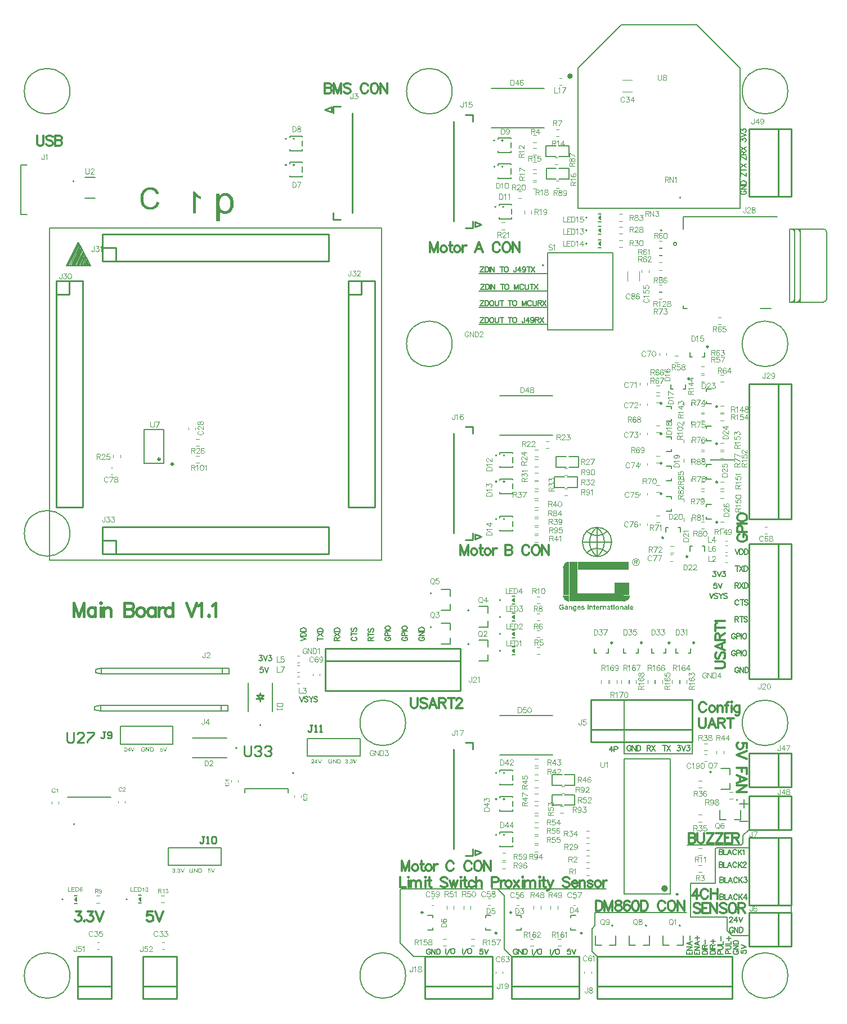
<source format=gto>
G04*
G04 #@! TF.GenerationSoftware,Altium Limited,Altium Designer,21.4.1 (30)*
G04*
G04 Layer_Color=65535*
%FSLAX44Y44*%
%MOMM*%
G71*
G04*
G04 #@! TF.SameCoordinates,34008E12-B950-4015-972C-27682CB53F9E*
G04*
G04*
G04 #@! TF.FilePolarity,Positive*
G04*
G01*
G75*
%ADD10C,0.2000*%
%ADD11C,0.1270*%
%ADD12C,0.4000*%
%ADD13C,0.1524*%
%ADD14C,0.2500*%
%ADD15C,0.3000*%
%ADD16C,0.5000*%
%ADD17C,0.1000*%
%ADD18C,0.1200*%
%ADD19C,0.2540*%
%ADD20R,0.9235X4.1328*%
%ADD21R,2.3089X1.9162*%
%ADD22R,6.9035X1.2121*%
%ADD23R,1.2932X6.0030*%
%ADD24R,7.6421X1.2238*%
G36*
X742682Y596867D02*
X739882Y599667D01*
X742682Y602467D01*
Y596867D01*
D02*
G37*
G36*
Y571467D02*
X739882Y574267D01*
X742682Y577067D01*
Y571467D01*
D02*
G37*
G36*
Y546067D02*
X739882Y548867D01*
X742682Y551667D01*
Y546067D01*
D02*
G37*
G36*
Y520667D02*
X739882Y523467D01*
X742682Y526267D01*
Y520667D01*
D02*
G37*
G36*
X180701Y146998D02*
X177901Y149798D01*
X180701Y152598D01*
Y146998D01*
D02*
G37*
G36*
X84201Y146748D02*
X81401Y149548D01*
X84201Y152348D01*
Y146748D01*
D02*
G37*
G36*
X816033Y606603D02*
Y605693D01*
X816388Y603909D01*
X817084Y602229D01*
X818095Y600716D01*
X819381Y599430D01*
X820894Y598419D01*
X822574Y597723D01*
X824358Y597368D01*
X825268D01*
D01*
Y606603D01*
X816033D01*
D02*
G37*
G36*
X825500Y657398D02*
X824568D01*
X822739Y657034D01*
X821016Y656320D01*
X819465Y655284D01*
X818147Y653966D01*
X817111Y652415D01*
X816397Y650692D01*
X816033Y648863D01*
Y647931D01*
D01*
X825500D01*
Y657398D01*
D02*
G37*
G36*
X916470Y606603D02*
Y605693D01*
X916115Y603909D01*
X915419Y602229D01*
X914408Y600716D01*
X913122Y599430D01*
X911610Y598419D01*
X909929Y597723D01*
X908145Y597368D01*
X907235D01*
D01*
Y606603D01*
X916470D01*
D02*
G37*
G36*
X872421Y1138578D02*
X869621Y1135778D01*
X872421Y1132978D01*
Y1138578D01*
D02*
G37*
G36*
Y1158568D02*
X869621Y1155768D01*
X872421Y1152968D01*
Y1158568D01*
D02*
G37*
G36*
Y1177618D02*
X869621Y1174818D01*
X872421Y1172018D01*
Y1177618D01*
D02*
G37*
G36*
X185934Y161093D02*
X185148D01*
Y166094D01*
X185139Y166085D01*
X185093Y166048D01*
X185037Y165993D01*
X184945Y165928D01*
X184843Y165845D01*
X184714Y165752D01*
X184566Y165651D01*
X184399Y165549D01*
X184390D01*
X184381Y165540D01*
X184326Y165503D01*
X184233Y165457D01*
X184122Y165401D01*
X183993Y165336D01*
X183854Y165272D01*
X183715Y165207D01*
X183577Y165151D01*
Y165910D01*
X183586D01*
X183604Y165928D01*
X183641Y165937D01*
X183687Y165965D01*
X183743Y165993D01*
X183808Y166030D01*
X183965Y166122D01*
X184150Y166224D01*
X184335Y166353D01*
X184529Y166501D01*
X184723Y166658D01*
X184732Y166668D01*
X184741Y166677D01*
X184769Y166705D01*
X184806Y166732D01*
X184889Y166825D01*
X185000Y166936D01*
X185111Y167065D01*
X185231Y167213D01*
X185333Y167361D01*
X185426Y167518D01*
X185934D01*
Y161093D01*
D02*
G37*
G36*
X179471Y167481D02*
X179656Y167472D01*
X179841Y167454D01*
X180026Y167426D01*
X180183Y167398D01*
X180193D01*
X180211Y167389D01*
X180239D01*
X180276Y167370D01*
X180378Y167343D01*
X180507Y167296D01*
X180655Y167232D01*
X180812Y167148D01*
X180969Y167056D01*
X181117Y166936D01*
X181126Y166927D01*
X181136Y166917D01*
X181164Y166890D01*
X181201Y166862D01*
X181293Y166769D01*
X181404Y166640D01*
X181524Y166483D01*
X181653Y166298D01*
X181774Y166085D01*
X181875Y165845D01*
Y165836D01*
X181885Y165817D01*
X181903Y165780D01*
X181912Y165725D01*
X181940Y165660D01*
X181959Y165586D01*
X181977Y165503D01*
X182005Y165401D01*
X182033Y165299D01*
X182051Y165179D01*
X182097Y164920D01*
X182125Y164634D01*
X182134Y164319D01*
Y164310D01*
Y164292D01*
Y164245D01*
Y164199D01*
X182125Y164134D01*
Y164060D01*
X182116Y163885D01*
X182088Y163681D01*
X182060Y163469D01*
X182014Y163247D01*
X181959Y163025D01*
Y163016D01*
X181949Y162997D01*
X181940Y162969D01*
X181931Y162932D01*
X181894Y162831D01*
X181838Y162701D01*
X181783Y162553D01*
X181709Y162405D01*
X181616Y162248D01*
X181524Y162100D01*
X181515Y162082D01*
X181478Y162036D01*
X181422Y161971D01*
X181348Y161888D01*
X181265Y161795D01*
X181164Y161703D01*
X181062Y161601D01*
X180942Y161518D01*
X180923Y161509D01*
X180886Y161481D01*
X180821Y161444D01*
X180729Y161398D01*
X180618Y161342D01*
X180488Y161296D01*
X180341Y161241D01*
X180174Y161194D01*
X180156D01*
X180128Y161185D01*
X180100Y161176D01*
X180008Y161167D01*
X179878Y161148D01*
X179730Y161130D01*
X179555Y161111D01*
X179361Y161102D01*
X179148Y161093D01*
X176846D01*
Y167491D01*
X179305D01*
X179471Y167481D01*
D02*
G37*
G36*
X175524Y166732D02*
X171742D01*
Y164782D01*
X175283D01*
Y164023D01*
X171742D01*
Y161851D01*
X175672D01*
Y161093D01*
X170892D01*
Y167491D01*
X175524D01*
Y166732D01*
D02*
G37*
G36*
X166722Y161851D02*
X169875D01*
Y161093D01*
X165871D01*
Y167491D01*
X166722D01*
Y161851D01*
D02*
G37*
G36*
X190224Y167509D02*
X190344Y167491D01*
X190483Y167463D01*
X190631Y167426D01*
X190788Y167380D01*
X190936Y167306D01*
X190945D01*
X190955Y167296D01*
X191001Y167269D01*
X191075Y167222D01*
X191167Y167158D01*
X191269Y167065D01*
X191380Y166964D01*
X191482Y166843D01*
X191583Y166705D01*
X191593Y166686D01*
X191630Y166640D01*
X191667Y166557D01*
X191731Y166437D01*
X191787Y166298D01*
X191861Y166141D01*
X191925Y165956D01*
X191981Y165752D01*
Y165743D01*
X191990Y165725D01*
X191999Y165697D01*
X192009Y165651D01*
X192018Y165595D01*
X192027Y165530D01*
X192045Y165447D01*
X192055Y165355D01*
X192073Y165253D01*
X192083Y165142D01*
X192092Y165013D01*
X192110Y164883D01*
X192120Y164735D01*
Y164587D01*
X192129Y164421D01*
Y164245D01*
Y164236D01*
Y164199D01*
Y164134D01*
Y164060D01*
X192120Y163959D01*
Y163848D01*
X192110Y163728D01*
X192101Y163598D01*
X192073Y163302D01*
X192027Y162997D01*
X191972Y162701D01*
X191935Y162563D01*
X191888Y162424D01*
Y162415D01*
X191879Y162396D01*
X191861Y162359D01*
X191842Y162313D01*
X191824Y162248D01*
X191787Y162184D01*
X191713Y162026D01*
X191620Y161860D01*
X191500Y161675D01*
X191361Y161509D01*
X191195Y161352D01*
X191186D01*
X191176Y161333D01*
X191149Y161315D01*
X191112Y161296D01*
X191066Y161268D01*
X191019Y161231D01*
X190881Y161167D01*
X190714Y161102D01*
X190520Y161037D01*
X190289Y161000D01*
X190039Y160982D01*
X189947D01*
X189882Y160991D01*
X189808Y161000D01*
X189716Y161019D01*
X189614Y161037D01*
X189503Y161065D01*
X189392Y161102D01*
X189272Y161139D01*
X189152Y161194D01*
X189032Y161259D01*
X188911Y161333D01*
X188791Y161425D01*
X188680Y161527D01*
X188578Y161638D01*
X188569Y161647D01*
X188551Y161675D01*
X188523Y161721D01*
X188477Y161795D01*
X188431Y161879D01*
X188384Y161989D01*
X188320Y162119D01*
X188264Y162267D01*
X188209Y162433D01*
X188153Y162627D01*
X188098Y162840D01*
X188051Y163080D01*
X188005Y163339D01*
X187978Y163617D01*
X187959Y163922D01*
X187950Y164245D01*
Y164255D01*
Y164292D01*
Y164356D01*
Y164430D01*
X187959Y164532D01*
Y164643D01*
X187968Y164763D01*
X187978Y164902D01*
X188005Y165188D01*
X188051Y165494D01*
X188107Y165799D01*
X188144Y165937D01*
X188181Y166076D01*
Y166085D01*
X188190Y166104D01*
X188209Y166141D01*
X188227Y166187D01*
X188246Y166252D01*
X188283Y166316D01*
X188356Y166474D01*
X188449Y166640D01*
X188569Y166816D01*
X188708Y166991D01*
X188874Y167139D01*
X188883D01*
X188893Y167158D01*
X188920Y167176D01*
X188958Y167195D01*
X189004Y167232D01*
X189059Y167259D01*
X189198Y167333D01*
X189364Y167398D01*
X189559Y167463D01*
X189790Y167500D01*
X190039Y167518D01*
X190123D01*
X190224Y167509D01*
D02*
G37*
G36*
X220149Y165259D02*
X220269Y165241D01*
X220417Y165213D01*
X220584Y165167D01*
X220750Y165111D01*
X220916Y165037D01*
X220926D01*
X220935Y165028D01*
X220990Y165000D01*
X221074Y164945D01*
X221166Y164880D01*
X221277Y164788D01*
X221388Y164686D01*
X221499Y164566D01*
X221591Y164427D01*
X221601Y164408D01*
X221628Y164362D01*
X221665Y164279D01*
X221712Y164177D01*
X221758Y164057D01*
X221795Y163918D01*
X221822Y163761D01*
X221832Y163604D01*
Y163586D01*
Y163530D01*
X221822Y163456D01*
X221804Y163354D01*
X221776Y163234D01*
X221730Y163105D01*
X221675Y162975D01*
X221601Y162846D01*
X221591Y162827D01*
X221564Y162791D01*
X221508Y162726D01*
X221434Y162652D01*
X221342Y162569D01*
X221231Y162476D01*
X221101Y162393D01*
X220944Y162310D01*
X220953D01*
X220972Y162300D01*
X221000Y162291D01*
X221037Y162282D01*
X221138Y162245D01*
X221268Y162190D01*
X221416Y162116D01*
X221564Y162023D01*
X221702Y161903D01*
X221832Y161764D01*
X221841Y161746D01*
X221878Y161690D01*
X221933Y161598D01*
X221989Y161478D01*
X222044Y161330D01*
X222100Y161154D01*
X222137Y160951D01*
X222146Y160729D01*
Y160720D01*
Y160692D01*
Y160646D01*
X222137Y160590D01*
X222128Y160516D01*
X222109Y160433D01*
X222091Y160340D01*
X222072Y160239D01*
X221998Y160017D01*
X221943Y159897D01*
X221887Y159786D01*
X221813Y159665D01*
X221730Y159545D01*
X221638Y159425D01*
X221527Y159314D01*
X221517Y159305D01*
X221499Y159286D01*
X221462Y159259D01*
X221416Y159222D01*
X221360Y159175D01*
X221286Y159129D01*
X221203Y159074D01*
X221101Y159028D01*
X221000Y158972D01*
X220879Y158917D01*
X220759Y158870D01*
X220621Y158824D01*
X220473Y158787D01*
X220315Y158759D01*
X220158Y158741D01*
X219983Y158732D01*
X219899D01*
X219844Y158741D01*
X219770Y158750D01*
X219687Y158759D01*
X219594Y158778D01*
X219493Y158796D01*
X219271Y158852D01*
X219040Y158944D01*
X218919Y159000D01*
X218808Y159065D01*
X218697Y159148D01*
X218587Y159231D01*
X218577Y159240D01*
X218559Y159259D01*
X218531Y159286D01*
X218503Y159323D01*
X218457Y159370D01*
X218411Y159434D01*
X218355Y159499D01*
X218300Y159582D01*
X218244Y159675D01*
X218189Y159767D01*
X218087Y159989D01*
X218004Y160248D01*
X217976Y160387D01*
X217958Y160535D01*
X218744Y160636D01*
Y160627D01*
X218753Y160609D01*
X218762Y160571D01*
X218771Y160525D01*
X218781Y160470D01*
X218799Y160405D01*
X218845Y160266D01*
X218910Y160100D01*
X218993Y159943D01*
X219086Y159795D01*
X219197Y159665D01*
X219215Y159656D01*
X219252Y159619D01*
X219326Y159573D01*
X219419Y159527D01*
X219530Y159471D01*
X219668Y159425D01*
X219825Y159388D01*
X219992Y159379D01*
X220047D01*
X220084Y159388D01*
X220186Y159397D01*
X220315Y159425D01*
X220463Y159471D01*
X220621Y159536D01*
X220778Y159628D01*
X220926Y159758D01*
X220944Y159776D01*
X220990Y159832D01*
X221046Y159915D01*
X221120Y160026D01*
X221194Y160165D01*
X221249Y160322D01*
X221296Y160507D01*
X221314Y160710D01*
Y160720D01*
Y160738D01*
Y160766D01*
X221305Y160803D01*
X221296Y160904D01*
X221268Y161025D01*
X221231Y161173D01*
X221166Y161320D01*
X221074Y161468D01*
X220953Y161607D01*
X220935Y161625D01*
X220889Y161663D01*
X220815Y161718D01*
X220713Y161783D01*
X220584Y161847D01*
X220426Y161903D01*
X220251Y161940D01*
X220057Y161958D01*
X219973D01*
X219909Y161949D01*
X219825Y161940D01*
X219733Y161921D01*
X219622Y161903D01*
X219502Y161875D01*
X219594Y162569D01*
X219641D01*
X219678Y162559D01*
X219798D01*
X219899Y162578D01*
X220020Y162596D01*
X220158Y162624D01*
X220315Y162670D01*
X220463Y162735D01*
X220621Y162818D01*
X220630D01*
X220639Y162827D01*
X220685Y162864D01*
X220750Y162929D01*
X220824Y163012D01*
X220898Y163133D01*
X220963Y163271D01*
X221009Y163428D01*
X221027Y163521D01*
Y163623D01*
Y163632D01*
Y163641D01*
Y163696D01*
X221009Y163771D01*
X220990Y163872D01*
X220953Y163983D01*
X220907Y164103D01*
X220833Y164223D01*
X220732Y164335D01*
X220722Y164344D01*
X220676Y164381D01*
X220611Y164427D01*
X220528Y164482D01*
X220417Y164529D01*
X220288Y164575D01*
X220140Y164612D01*
X219973Y164621D01*
X219899D01*
X219816Y164603D01*
X219705Y164584D01*
X219585Y164547D01*
X219465Y164501D01*
X219335Y164427D01*
X219215Y164335D01*
X219206Y164325D01*
X219169Y164279D01*
X219114Y164214D01*
X219049Y164122D01*
X218984Y164002D01*
X218919Y163854D01*
X218864Y163678D01*
X218827Y163475D01*
X218041Y163613D01*
Y163623D01*
X218050Y163650D01*
X218060Y163687D01*
X218069Y163743D01*
X218087Y163808D01*
X218115Y163881D01*
X218171Y164057D01*
X218263Y164261D01*
X218374Y164464D01*
X218513Y164658D01*
X218688Y164834D01*
X218697Y164843D01*
X218716Y164852D01*
X218744Y164871D01*
X218781Y164898D01*
X218827Y164935D01*
X218892Y164972D01*
X218956Y165009D01*
X219040Y165056D01*
X219224Y165130D01*
X219437Y165204D01*
X219687Y165250D01*
X219816Y165268D01*
X220047D01*
X220149Y165259D01*
D02*
G37*
G36*
X215933Y158843D02*
X215147D01*
Y163845D01*
X215138Y163835D01*
X215092Y163798D01*
X215036Y163743D01*
X214944Y163678D01*
X214842Y163595D01*
X214713Y163502D01*
X214565Y163401D01*
X214398Y163299D01*
X214389D01*
X214380Y163290D01*
X214324Y163253D01*
X214232Y163207D01*
X214121Y163151D01*
X213992Y163086D01*
X213853Y163022D01*
X213714Y162957D01*
X213575Y162901D01*
Y163660D01*
X213585D01*
X213603Y163678D01*
X213640Y163687D01*
X213686Y163715D01*
X213742Y163743D01*
X213807Y163780D01*
X213964Y163872D01*
X214149Y163974D01*
X214334Y164103D01*
X214528Y164251D01*
X214722Y164408D01*
X214731Y164418D01*
X214740Y164427D01*
X214768Y164455D01*
X214805Y164482D01*
X214888Y164575D01*
X214999Y164686D01*
X215110Y164815D01*
X215230Y164963D01*
X215332Y165111D01*
X215425Y165268D01*
X215933D01*
Y158843D01*
D02*
G37*
G36*
X209896Y165231D02*
X209979D01*
X210173Y165222D01*
X210376Y165194D01*
X210598Y165167D01*
X210802Y165120D01*
X210903Y165093D01*
X210987Y165065D01*
X210996D01*
X211005Y165056D01*
X211061Y165028D01*
X211144Y164991D01*
X211246Y164926D01*
X211357Y164843D01*
X211477Y164732D01*
X211588Y164603D01*
X211699Y164455D01*
Y164445D01*
X211708Y164436D01*
X211745Y164381D01*
X211782Y164288D01*
X211837Y164168D01*
X211884Y164029D01*
X211930Y163863D01*
X211957Y163687D01*
X211967Y163493D01*
Y163484D01*
Y163465D01*
Y163428D01*
X211957Y163382D01*
Y163318D01*
X211948Y163253D01*
X211911Y163096D01*
X211856Y162911D01*
X211782Y162717D01*
X211671Y162522D01*
X211597Y162430D01*
X211523Y162337D01*
X211514Y162328D01*
X211504Y162319D01*
X211477Y162291D01*
X211440Y162264D01*
X211394Y162227D01*
X211338Y162190D01*
X211264Y162143D01*
X211190Y162088D01*
X211098Y162042D01*
X210996Y161995D01*
X210885Y161940D01*
X210765Y161894D01*
X210626Y161857D01*
X210487Y161810D01*
X210330Y161783D01*
X210164Y161755D01*
X210182Y161746D01*
X210219Y161727D01*
X210275Y161690D01*
X210349Y161653D01*
X210515Y161552D01*
X210598Y161487D01*
X210672Y161431D01*
X210691Y161413D01*
X210737Y161367D01*
X210811Y161293D01*
X210903Y161200D01*
X211005Y161071D01*
X211125Y160932D01*
X211246Y160766D01*
X211375Y160581D01*
X212475Y158843D01*
X211421D01*
X210580Y160174D01*
Y160183D01*
X210561Y160202D01*
X210543Y160229D01*
X210515Y160266D01*
X210450Y160368D01*
X210367Y160498D01*
X210266Y160636D01*
X210164Y160784D01*
X210062Y160923D01*
X209970Y161052D01*
X209960Y161062D01*
X209933Y161098D01*
X209886Y161154D01*
X209822Y161219D01*
X209683Y161357D01*
X209609Y161422D01*
X209535Y161478D01*
X209526Y161487D01*
X209507Y161496D01*
X209470Y161515D01*
X209415Y161542D01*
X209359Y161570D01*
X209295Y161598D01*
X209147Y161644D01*
X209138D01*
X209119Y161653D01*
X209082D01*
X209036Y161663D01*
X208971Y161672D01*
X208897D01*
X208796Y161681D01*
X207705D01*
Y158843D01*
X206854D01*
Y165241D01*
X209822D01*
X209896Y165231D01*
D02*
G37*
G36*
X91348Y167759D02*
X91413D01*
X91487Y167750D01*
X91662Y167713D01*
X91856Y167667D01*
X92060Y167593D01*
X92263Y167482D01*
X92365Y167417D01*
X92458Y167343D01*
X92467Y167334D01*
X92476Y167325D01*
X92504Y167297D01*
X92531Y167269D01*
X92578Y167223D01*
X92615Y167167D01*
X92716Y167038D01*
X92818Y166871D01*
X92910Y166668D01*
X92994Y166437D01*
X93049Y166178D01*
X92263Y166113D01*
Y166123D01*
X92254Y166132D01*
X92245Y166187D01*
X92217Y166271D01*
X92180Y166372D01*
X92143Y166483D01*
X92088Y166594D01*
X92023Y166696D01*
X91958Y166779D01*
X91940Y166798D01*
X91903Y166835D01*
X91838Y166890D01*
X91746Y166955D01*
X91625Y167010D01*
X91496Y167066D01*
X91339Y167103D01*
X91172Y167121D01*
X91108D01*
X91034Y167112D01*
X90950Y167093D01*
X90840Y167066D01*
X90729Y167029D01*
X90618Y166982D01*
X90507Y166908D01*
X90488Y166899D01*
X90442Y166862D01*
X90377Y166798D01*
X90294Y166705D01*
X90202Y166594D01*
X90100Y166465D01*
X90007Y166298D01*
X89915Y166113D01*
Y166104D01*
X89906Y166086D01*
X89896Y166058D01*
X89878Y166021D01*
X89869Y165965D01*
X89850Y165901D01*
X89832Y165827D01*
X89813Y165734D01*
X89785Y165633D01*
X89767Y165522D01*
X89748Y165401D01*
X89739Y165272D01*
X89721Y165124D01*
X89712Y164976D01*
X89702Y164810D01*
Y164643D01*
X89712Y164653D01*
X89748Y164708D01*
X89813Y164782D01*
X89896Y164874D01*
X89989Y164985D01*
X90109Y165087D01*
X90239Y165189D01*
X90386Y165281D01*
X90396D01*
X90405Y165291D01*
X90460Y165318D01*
X90544Y165346D01*
X90655Y165392D01*
X90784Y165429D01*
X90932Y165457D01*
X91089Y165485D01*
X91256Y165494D01*
X91329D01*
X91385Y165485D01*
X91459Y165475D01*
X91533Y165466D01*
X91625Y165448D01*
X91718Y165420D01*
X91931Y165355D01*
X92041Y165309D01*
X92152Y165244D01*
X92263Y165180D01*
X92383Y165106D01*
X92494Y165013D01*
X92596Y164911D01*
X92605Y164902D01*
X92624Y164884D01*
X92652Y164856D01*
X92679Y164810D01*
X92726Y164745D01*
X92772Y164680D01*
X92818Y164597D01*
X92874Y164505D01*
X92929Y164403D01*
X92975Y164292D01*
X93021Y164163D01*
X93068Y164033D01*
X93095Y163894D01*
X93123Y163737D01*
X93142Y163580D01*
X93151Y163414D01*
Y163404D01*
Y163386D01*
Y163358D01*
Y163312D01*
X93142Y163256D01*
Y163201D01*
X93114Y163053D01*
X93086Y162877D01*
X93040Y162693D01*
X92975Y162489D01*
X92883Y162295D01*
Y162286D01*
X92874Y162276D01*
X92855Y162249D01*
X92837Y162212D01*
X92781Y162119D01*
X92698Y161999D01*
X92596Y161870D01*
X92476Y161740D01*
X92328Y161611D01*
X92171Y161500D01*
X92162D01*
X92152Y161491D01*
X92125Y161472D01*
X92088Y161463D01*
X91995Y161417D01*
X91875Y161370D01*
X91718Y161315D01*
X91542Y161278D01*
X91348Y161241D01*
X91135Y161232D01*
X91089D01*
X91043Y161241D01*
X90969D01*
X90886Y161250D01*
X90793Y161269D01*
X90682Y161296D01*
X90571Y161324D01*
X90442Y161361D01*
X90312Y161407D01*
X90183Y161463D01*
X90044Y161537D01*
X89915Y161620D01*
X89785Y161712D01*
X89656Y161823D01*
X89536Y161953D01*
X89527Y161962D01*
X89508Y161990D01*
X89480Y162027D01*
X89443Y162092D01*
X89388Y162175D01*
X89342Y162267D01*
X89286Y162387D01*
X89231Y162517D01*
X89166Y162674D01*
X89111Y162850D01*
X89064Y163044D01*
X89018Y163256D01*
X88972Y163497D01*
X88944Y163756D01*
X88926Y164033D01*
X88916Y164329D01*
Y164338D01*
Y164347D01*
Y164375D01*
Y164412D01*
X88926Y164505D01*
Y164634D01*
X88935Y164782D01*
X88953Y164958D01*
X88972Y165152D01*
X89000Y165364D01*
X89037Y165577D01*
X89083Y165808D01*
X89138Y166030D01*
X89203Y166252D01*
X89286Y166465D01*
X89379Y166668D01*
X89480Y166862D01*
X89601Y167029D01*
X89610Y167038D01*
X89628Y167056D01*
X89665Y167093D01*
X89712Y167149D01*
X89767Y167204D01*
X89841Y167260D01*
X89933Y167334D01*
X90026Y167398D01*
X90137Y167463D01*
X90257Y167537D01*
X90396Y167593D01*
X90534Y167657D01*
X90692Y167704D01*
X90858Y167741D01*
X91034Y167759D01*
X91219Y167768D01*
X91293D01*
X91348Y167759D01*
D02*
G37*
G36*
X85449Y167731D02*
X85634Y167722D01*
X85819Y167704D01*
X86004Y167676D01*
X86161Y167648D01*
X86171D01*
X86189Y167639D01*
X86217D01*
X86254Y167620D01*
X86355Y167593D01*
X86485Y167546D01*
X86633Y167482D01*
X86790Y167398D01*
X86947Y167306D01*
X87095Y167186D01*
X87104Y167177D01*
X87114Y167167D01*
X87141Y167140D01*
X87178Y167112D01*
X87271Y167019D01*
X87382Y166890D01*
X87502Y166733D01*
X87631Y166548D01*
X87752Y166335D01*
X87853Y166095D01*
Y166086D01*
X87862Y166067D01*
X87881Y166030D01*
X87890Y165975D01*
X87918Y165910D01*
X87936Y165836D01*
X87955Y165753D01*
X87983Y165651D01*
X88010Y165549D01*
X88029Y165429D01*
X88075Y165170D01*
X88103Y164884D01*
X88112Y164569D01*
Y164560D01*
Y164542D01*
Y164495D01*
Y164449D01*
X88103Y164384D01*
Y164310D01*
X88094Y164135D01*
X88066Y163931D01*
X88038Y163719D01*
X87992Y163497D01*
X87936Y163275D01*
Y163266D01*
X87927Y163247D01*
X87918Y163220D01*
X87909Y163183D01*
X87872Y163081D01*
X87816Y162951D01*
X87761Y162803D01*
X87687Y162656D01*
X87594Y162498D01*
X87502Y162350D01*
X87493Y162332D01*
X87456Y162286D01*
X87400Y162221D01*
X87326Y162138D01*
X87243Y162045D01*
X87141Y161953D01*
X87040Y161851D01*
X86919Y161768D01*
X86901Y161759D01*
X86864Y161731D01*
X86799Y161694D01*
X86707Y161648D01*
X86596Y161592D01*
X86466Y161546D01*
X86318Y161491D01*
X86152Y161444D01*
X86133D01*
X86106Y161435D01*
X86078Y161426D01*
X85986Y161417D01*
X85856Y161398D01*
X85708Y161380D01*
X85533Y161361D01*
X85338Y161352D01*
X85126Y161343D01*
X82824D01*
Y167741D01*
X85283D01*
X85449Y167731D01*
D02*
G37*
G36*
X81502Y166982D02*
X77720D01*
Y165032D01*
X81261D01*
Y164273D01*
X77720D01*
Y162101D01*
X81649D01*
Y161343D01*
X76869D01*
Y167741D01*
X81502D01*
Y166982D01*
D02*
G37*
G36*
X72700Y162101D02*
X75852D01*
Y161343D01*
X71849D01*
Y167741D01*
X72700D01*
Y162101D01*
D02*
G37*
G36*
X120324Y165009D02*
X120370D01*
X120435Y165000D01*
X120592Y164972D01*
X120768Y164935D01*
X120962Y164870D01*
X121156Y164787D01*
X121350Y164676D01*
X121360D01*
X121369Y164658D01*
X121397Y164639D01*
X121434Y164611D01*
X121526Y164538D01*
X121646Y164436D01*
X121767Y164297D01*
X121905Y164131D01*
X122025Y163937D01*
X122136Y163715D01*
Y163705D01*
X122146Y163687D01*
X122164Y163650D01*
X122183Y163604D01*
X122201Y163539D01*
X122229Y163456D01*
X122247Y163363D01*
X122275Y163262D01*
X122303Y163141D01*
X122331Y163003D01*
X122349Y162855D01*
X122367Y162698D01*
X122386Y162522D01*
X122404Y162337D01*
X122414Y162134D01*
Y161921D01*
Y161912D01*
Y161866D01*
Y161801D01*
Y161718D01*
X122404Y161616D01*
Y161496D01*
X122395Y161357D01*
X122377Y161218D01*
X122349Y160904D01*
X122303Y160571D01*
X122238Y160257D01*
X122192Y160100D01*
X122146Y159961D01*
Y159952D01*
X122136Y159933D01*
X122118Y159896D01*
X122099Y159841D01*
X122072Y159785D01*
X122035Y159711D01*
X121942Y159554D01*
X121831Y159378D01*
X121702Y159194D01*
X121535Y159018D01*
X121350Y158861D01*
X121341D01*
X121323Y158842D01*
X121295Y158824D01*
X121258Y158805D01*
X121202Y158778D01*
X121147Y158741D01*
X121073Y158704D01*
X120999Y158676D01*
X120823Y158602D01*
X120611Y158537D01*
X120380Y158500D01*
X120121Y158482D01*
X120047D01*
X120001Y158491D01*
X119936D01*
X119862Y158500D01*
X119686Y158537D01*
X119492Y158583D01*
X119289Y158657D01*
X119085Y158759D01*
X118984Y158824D01*
X118891Y158898D01*
X118882Y158907D01*
X118873Y158916D01*
X118845Y158944D01*
X118817Y158972D01*
X118780Y159018D01*
X118734Y159073D01*
X118642Y159203D01*
X118549Y159369D01*
X118457Y159573D01*
X118383Y159804D01*
X118327Y160072D01*
X119085Y160137D01*
Y160127D01*
X119094Y160109D01*
Y160090D01*
X119104Y160053D01*
X119131Y159952D01*
X119169Y159841D01*
X119215Y159711D01*
X119279Y159582D01*
X119353Y159462D01*
X119446Y159360D01*
X119455Y159351D01*
X119492Y159323D01*
X119557Y159286D01*
X119631Y159249D01*
X119733Y159203D01*
X119853Y159166D01*
X119991Y159138D01*
X120139Y159129D01*
X120204D01*
X120269Y159138D01*
X120352Y159147D01*
X120454Y159166D01*
X120555Y159194D01*
X120666Y159231D01*
X120768Y159286D01*
X120777Y159295D01*
X120814Y159314D01*
X120870Y159351D01*
X120925Y159406D01*
X120999Y159471D01*
X121073Y159545D01*
X121147Y159628D01*
X121221Y159730D01*
X121230Y159739D01*
X121249Y159785D01*
X121286Y159850D01*
X121323Y159933D01*
X121369Y160044D01*
X121415Y160174D01*
X121461Y160322D01*
X121508Y160488D01*
Y160497D01*
X121517Y160506D01*
Y160534D01*
X121526Y160571D01*
X121545Y160664D01*
X121572Y160784D01*
X121591Y160932D01*
X121609Y161089D01*
X121619Y161265D01*
X121628Y161450D01*
Y161459D01*
Y161486D01*
Y161533D01*
Y161607D01*
X121619Y161588D01*
X121582Y161542D01*
X121526Y161477D01*
X121461Y161385D01*
X121369Y161292D01*
X121258Y161191D01*
X121129Y161089D01*
X120981Y160996D01*
X120962Y160987D01*
X120907Y160959D01*
X120823Y160923D01*
X120722Y160886D01*
X120583Y160839D01*
X120435Y160802D01*
X120269Y160775D01*
X120093Y160765D01*
X120019D01*
X119964Y160775D01*
X119890Y160784D01*
X119816Y160793D01*
X119723Y160812D01*
X119631Y160839D01*
X119418Y160904D01*
X119307Y160950D01*
X119196Y161006D01*
X119076Y161070D01*
X118965Y161154D01*
X118854Y161237D01*
X118752Y161339D01*
X118743Y161348D01*
X118725Y161366D01*
X118706Y161394D01*
X118669Y161440D01*
X118623Y161505D01*
X118577Y161570D01*
X118531Y161653D01*
X118484Y161745D01*
X118429Y161847D01*
X118383Y161958D01*
X118336Y162087D01*
X118290Y162217D01*
X118253Y162365D01*
X118235Y162522D01*
X118216Y162679D01*
X118207Y162855D01*
Y162864D01*
Y162901D01*
Y162947D01*
X118216Y163012D01*
X118225Y163095D01*
X118235Y163197D01*
X118253Y163299D01*
X118281Y163419D01*
X118346Y163659D01*
X118392Y163789D01*
X118447Y163927D01*
X118512Y164057D01*
X118595Y164177D01*
X118679Y164306D01*
X118780Y164417D01*
X118789Y164427D01*
X118808Y164445D01*
X118836Y164473D01*
X118882Y164510D01*
X118937Y164556D01*
X119011Y164611D01*
X119085Y164658D01*
X119178Y164722D01*
X119270Y164778D01*
X119381Y164824D01*
X119631Y164926D01*
X119760Y164963D01*
X119908Y164991D01*
X120056Y165009D01*
X120213Y165018D01*
X120278D01*
X120324Y165009D01*
D02*
G37*
G36*
X115128Y164981D02*
X115211D01*
X115406Y164972D01*
X115609Y164944D01*
X115831Y164917D01*
X116034Y164870D01*
X116136Y164843D01*
X116219Y164815D01*
X116228D01*
X116238Y164806D01*
X116293Y164778D01*
X116376Y164741D01*
X116478Y164676D01*
X116589Y164593D01*
X116709Y164482D01*
X116820Y164353D01*
X116931Y164205D01*
Y164195D01*
X116940Y164186D01*
X116977Y164131D01*
X117014Y164038D01*
X117070Y163918D01*
X117116Y163779D01*
X117162Y163613D01*
X117190Y163437D01*
X117199Y163243D01*
Y163234D01*
Y163215D01*
Y163178D01*
X117190Y163132D01*
Y163067D01*
X117181Y163003D01*
X117144Y162846D01*
X117088Y162661D01*
X117014Y162467D01*
X116903Y162272D01*
X116829Y162180D01*
X116755Y162087D01*
X116746Y162078D01*
X116737Y162069D01*
X116709Y162041D01*
X116672Y162013D01*
X116626Y161977D01*
X116571Y161940D01*
X116496Y161893D01*
X116423Y161838D01*
X116330Y161792D01*
X116228Y161745D01*
X116117Y161690D01*
X115997Y161644D01*
X115858Y161607D01*
X115720Y161560D01*
X115563Y161533D01*
X115396Y161505D01*
X115415Y161496D01*
X115452Y161477D01*
X115507Y161440D01*
X115581Y161403D01*
X115748Y161302D01*
X115831Y161237D01*
X115905Y161181D01*
X115923Y161163D01*
X115969Y161117D01*
X116044Y161043D01*
X116136Y160950D01*
X116238Y160821D01*
X116358Y160682D01*
X116478Y160516D01*
X116607Y160331D01*
X117708Y158593D01*
X116654D01*
X115812Y159924D01*
Y159933D01*
X115794Y159952D01*
X115775Y159979D01*
X115748Y160016D01*
X115683Y160118D01*
X115600Y160248D01*
X115498Y160386D01*
X115396Y160534D01*
X115295Y160673D01*
X115202Y160802D01*
X115193Y160812D01*
X115165Y160849D01*
X115119Y160904D01*
X115054Y160969D01*
X114916Y161107D01*
X114841Y161172D01*
X114768Y161228D01*
X114758Y161237D01*
X114740Y161246D01*
X114703Y161265D01*
X114647Y161292D01*
X114592Y161320D01*
X114527Y161348D01*
X114379Y161394D01*
X114370D01*
X114352Y161403D01*
X114314D01*
X114268Y161413D01*
X114204Y161422D01*
X114130D01*
X114028Y161431D01*
X112937D01*
Y158593D01*
X112086D01*
Y164991D01*
X115054D01*
X115128Y164981D01*
D02*
G37*
G36*
X289997Y189611D02*
X289110D01*
X286632Y196009D01*
X287557D01*
X289221Y191358D01*
Y191349D01*
X289230Y191331D01*
X289239Y191303D01*
X289258Y191266D01*
X289267Y191210D01*
X289286Y191155D01*
X289332Y191016D01*
X289387Y190859D01*
X289443Y190683D01*
X289554Y190314D01*
Y190323D01*
X289563Y190341D01*
X289572Y190369D01*
X289581Y190406D01*
X289609Y190508D01*
X289655Y190646D01*
X289702Y190804D01*
X289757Y190979D01*
X289822Y191164D01*
X289896Y191358D01*
X291634Y196009D01*
X292494D01*
X289997Y189611D01*
D02*
G37*
G36*
X285939Y195177D02*
X283378D01*
X283036Y193448D01*
X283045Y193457D01*
X283063Y193466D01*
X283091Y193485D01*
X283137Y193513D01*
X283193Y193540D01*
X283257Y193577D01*
X283405Y193651D01*
X283590Y193725D01*
X283794Y193790D01*
X284016Y193836D01*
X284126Y193855D01*
X284330D01*
X284385Y193845D01*
X284459Y193836D01*
X284543Y193827D01*
X284635Y193808D01*
X284737Y193781D01*
X284959Y193716D01*
X285079Y193670D01*
X285199Y193605D01*
X285319Y193540D01*
X285439Y193466D01*
X285550Y193374D01*
X285661Y193272D01*
X285671Y193263D01*
X285689Y193244D01*
X285717Y193217D01*
X285754Y193171D01*
X285800Y193106D01*
X285846Y193041D01*
X285902Y192958D01*
X285957Y192865D01*
X286003Y192764D01*
X286059Y192653D01*
X286105Y192523D01*
X286151Y192394D01*
X286188Y192255D01*
X286216Y192098D01*
X286234Y191941D01*
X286244Y191774D01*
Y191765D01*
Y191737D01*
Y191691D01*
X286234Y191626D01*
X286225Y191553D01*
X286216Y191469D01*
X286197Y191368D01*
X286179Y191266D01*
X286124Y191026D01*
X286031Y190776D01*
X285976Y190646D01*
X285902Y190526D01*
X285828Y190397D01*
X285735Y190277D01*
X285726Y190267D01*
X285707Y190240D01*
X285671Y190203D01*
X285624Y190156D01*
X285560Y190101D01*
X285486Y190027D01*
X285393Y189962D01*
X285291Y189888D01*
X285180Y189814D01*
X285051Y189750D01*
X284912Y189685D01*
X284764Y189620D01*
X284607Y189574D01*
X284432Y189537D01*
X284247Y189509D01*
X284053Y189500D01*
X283969D01*
X283905Y189509D01*
X283831Y189519D01*
X283747Y189528D01*
X283646Y189537D01*
X283544Y189565D01*
X283313Y189620D01*
X283082Y189703D01*
X282962Y189759D01*
X282841Y189824D01*
X282730Y189898D01*
X282619Y189981D01*
X282610Y189990D01*
X282592Y189999D01*
X282573Y190036D01*
X282536Y190073D01*
X282490Y190119D01*
X282444Y190175D01*
X282388Y190249D01*
X282342Y190332D01*
X282287Y190415D01*
X282231Y190517D01*
X282129Y190739D01*
X282046Y190998D01*
X282019Y191136D01*
X282000Y191284D01*
X282823Y191349D01*
Y191340D01*
Y191321D01*
X282832Y191294D01*
X282841Y191247D01*
X282869Y191146D01*
X282906Y191007D01*
X282962Y190868D01*
X283036Y190711D01*
X283128Y190572D01*
X283239Y190443D01*
X283257Y190434D01*
X283294Y190397D01*
X283368Y190351D01*
X283470Y190295D01*
X283581Y190240D01*
X283720Y190193D01*
X283877Y190156D01*
X284053Y190147D01*
X284108D01*
X284145Y190156D01*
X284256Y190166D01*
X284385Y190203D01*
X284543Y190249D01*
X284700Y190323D01*
X284866Y190434D01*
X284940Y190499D01*
X285014Y190572D01*
X285023Y190582D01*
X285033Y190591D01*
X285051Y190619D01*
X285079Y190646D01*
X285144Y190748D01*
X285217Y190878D01*
X285282Y191035D01*
X285347Y191229D01*
X285393Y191460D01*
X285412Y191580D01*
Y191710D01*
Y191719D01*
Y191737D01*
Y191774D01*
X285402Y191821D01*
Y191876D01*
X285393Y191941D01*
X285365Y192089D01*
X285319Y192264D01*
X285254Y192440D01*
X285162Y192607D01*
X285033Y192764D01*
Y192773D01*
X285014Y192782D01*
X284968Y192828D01*
X284885Y192893D01*
X284774Y192967D01*
X284626Y193032D01*
X284459Y193097D01*
X284265Y193143D01*
X284154Y193161D01*
X283979D01*
X283905Y193152D01*
X283812Y193143D01*
X283701Y193115D01*
X283590Y193087D01*
X283470Y193041D01*
X283350Y192986D01*
X283341Y192976D01*
X283304Y192958D01*
X283248Y192912D01*
X283174Y192865D01*
X283100Y192801D01*
X283026Y192717D01*
X282943Y192634D01*
X282878Y192533D01*
X282139Y192634D01*
X282758Y195926D01*
X285939D01*
Y195177D01*
D02*
G37*
G36*
X257275Y196111D02*
X257349D01*
X257524Y196092D01*
X257718Y196064D01*
X257922Y196018D01*
X258144Y195963D01*
X258356Y195889D01*
X258366D01*
X258384Y195879D01*
X258412Y195870D01*
X258449Y195852D01*
X258550Y195796D01*
X258680Y195732D01*
X258819Y195639D01*
X258967Y195528D01*
X259105Y195408D01*
X259235Y195260D01*
X259253Y195242D01*
X259290Y195186D01*
X259346Y195103D01*
X259420Y194983D01*
X259494Y194835D01*
X259577Y194650D01*
X259660Y194446D01*
X259725Y194215D01*
X258957Y194012D01*
Y194021D01*
X258948Y194030D01*
X258939Y194058D01*
X258930Y194095D01*
X258902Y194178D01*
X258865Y194289D01*
X258809Y194419D01*
X258745Y194539D01*
X258680Y194668D01*
X258597Y194779D01*
X258587Y194788D01*
X258560Y194825D01*
X258504Y194872D01*
X258440Y194936D01*
X258356Y195010D01*
X258245Y195084D01*
X258125Y195158D01*
X257987Y195223D01*
X257968Y195232D01*
X257922Y195251D01*
X257839Y195278D01*
X257728Y195315D01*
X257598Y195343D01*
X257450Y195371D01*
X257284Y195389D01*
X257108Y195399D01*
X257006D01*
X256960Y195389D01*
X256905D01*
X256766Y195380D01*
X256609Y195352D01*
X256433Y195325D01*
X256267Y195278D01*
X256101Y195214D01*
X256082Y195205D01*
X256026Y195186D01*
X255952Y195140D01*
X255860Y195094D01*
X255749Y195020D01*
X255629Y194946D01*
X255518Y194853D01*
X255416Y194751D01*
X255407Y194742D01*
X255370Y194705D01*
X255324Y194641D01*
X255268Y194567D01*
X255204Y194474D01*
X255139Y194363D01*
X255074Y194243D01*
X255009Y194114D01*
Y194104D01*
X255000Y194086D01*
X254991Y194058D01*
X254972Y194012D01*
X254954Y193956D01*
X254935Y193892D01*
X254908Y193818D01*
X254889Y193734D01*
X254843Y193540D01*
X254806Y193318D01*
X254778Y193087D01*
X254769Y192828D01*
Y192819D01*
Y192791D01*
Y192745D01*
X254778Y192690D01*
Y192616D01*
X254788Y192523D01*
X254797Y192431D01*
X254806Y192329D01*
X254843Y192098D01*
X254889Y191858D01*
X254963Y191617D01*
X255056Y191386D01*
Y191377D01*
X255074Y191358D01*
X255083Y191331D01*
X255111Y191294D01*
X255176Y191192D01*
X255278Y191063D01*
X255398Y190924D01*
X255546Y190785D01*
X255721Y190656D01*
X255916Y190536D01*
X255925D01*
X255943Y190526D01*
X255971Y190508D01*
X256017Y190489D01*
X256063Y190471D01*
X256128Y190452D01*
X256276Y190397D01*
X256461Y190351D01*
X256664Y190304D01*
X256886Y190267D01*
X257118Y190258D01*
X257210D01*
X257265Y190267D01*
X257321D01*
X257460Y190286D01*
X257626Y190304D01*
X257802Y190341D01*
X257996Y190397D01*
X258190Y190462D01*
X258199D01*
X258218Y190471D01*
X258236Y190480D01*
X258273Y190499D01*
X258375Y190545D01*
X258486Y190600D01*
X258615Y190665D01*
X258754Y190739D01*
X258883Y190822D01*
X258994Y190915D01*
Y192117D01*
X257108D01*
Y192875D01*
X259826D01*
Y190499D01*
X259817Y190489D01*
X259799Y190480D01*
X259762Y190452D01*
X259715Y190415D01*
X259660Y190378D01*
X259595Y190332D01*
X259512Y190277D01*
X259429Y190221D01*
X259235Y190101D01*
X259013Y189972D01*
X258782Y189851D01*
X258532Y189750D01*
X258523D01*
X258504Y189740D01*
X258467Y189731D01*
X258421Y189713D01*
X258356Y189694D01*
X258282Y189666D01*
X258199Y189648D01*
X258116Y189629D01*
X257913Y189583D01*
X257682Y189537D01*
X257432Y189509D01*
X257173Y189500D01*
X257080D01*
X257016Y189509D01*
X256933D01*
X256831Y189519D01*
X256720Y189537D01*
X256600Y189546D01*
X256332Y189602D01*
X256045Y189666D01*
X255749Y189768D01*
X255601Y189824D01*
X255453Y189898D01*
X255444Y189907D01*
X255416Y189916D01*
X255379Y189944D01*
X255324Y189972D01*
X255259Y190018D01*
X255194Y190064D01*
X255019Y190193D01*
X254834Y190360D01*
X254640Y190563D01*
X254455Y190794D01*
X254288Y191063D01*
Y191072D01*
X254270Y191099D01*
X254251Y191136D01*
X254224Y191201D01*
X254196Y191266D01*
X254168Y191358D01*
X254131Y191451D01*
X254094Y191562D01*
X254057Y191682D01*
X254020Y191821D01*
X253993Y191959D01*
X253965Y192107D01*
X253918Y192431D01*
X253900Y192773D01*
Y192782D01*
Y192819D01*
Y192865D01*
X253909Y192930D01*
Y193013D01*
X253918Y193115D01*
X253937Y193217D01*
X253946Y193337D01*
X253974Y193466D01*
X253993Y193605D01*
X254066Y193901D01*
X254159Y194206D01*
X254288Y194511D01*
X254298Y194520D01*
X254307Y194548D01*
X254325Y194585D01*
X254362Y194641D01*
X254399Y194715D01*
X254445Y194788D01*
X254575Y194964D01*
X254732Y195168D01*
X254926Y195362D01*
X255148Y195556D01*
X255278Y195639D01*
X255407Y195722D01*
X255416Y195732D01*
X255444Y195741D01*
X255481Y195759D01*
X255536Y195787D01*
X255610Y195815D01*
X255694Y195852D01*
X255786Y195889D01*
X255897Y195926D01*
X256017Y195963D01*
X256147Y195990D01*
X256285Y196027D01*
X256433Y196055D01*
X256757Y196101D01*
X256923Y196120D01*
X257219D01*
X257275Y196111D01*
D02*
G37*
G36*
X266104Y189611D02*
X265226D01*
X261879Y194631D01*
Y189611D01*
X261065D01*
Y196009D01*
X261934D01*
X265291Y190979D01*
Y196009D01*
X266104D01*
Y189611D01*
D02*
G37*
G36*
X270154Y196000D02*
X270339Y195990D01*
X270524Y195972D01*
X270709Y195944D01*
X270866Y195916D01*
X270875D01*
X270893Y195907D01*
X270921D01*
X270958Y195889D01*
X271060Y195861D01*
X271189Y195815D01*
X271337Y195750D01*
X271494Y195667D01*
X271652Y195574D01*
X271800Y195454D01*
X271809Y195445D01*
X271818Y195436D01*
X271846Y195408D01*
X271883Y195380D01*
X271975Y195288D01*
X272086Y195158D01*
X272206Y195001D01*
X272336Y194816D01*
X272456Y194604D01*
X272558Y194363D01*
Y194354D01*
X272567Y194335D01*
X272585Y194298D01*
X272595Y194243D01*
X272622Y194178D01*
X272641Y194104D01*
X272659Y194021D01*
X272687Y193919D01*
X272715Y193818D01*
X272733Y193697D01*
X272780Y193439D01*
X272807Y193152D01*
X272817Y192838D01*
Y192828D01*
Y192810D01*
Y192764D01*
Y192717D01*
X272807Y192653D01*
Y192579D01*
X272798Y192403D01*
X272770Y192200D01*
X272743Y191987D01*
X272696Y191765D01*
X272641Y191543D01*
Y191534D01*
X272632Y191516D01*
X272622Y191488D01*
X272613Y191451D01*
X272576Y191349D01*
X272521Y191220D01*
X272465Y191072D01*
X272391Y190924D01*
X272299Y190767D01*
X272206Y190619D01*
X272197Y190600D01*
X272160Y190554D01*
X272105Y190489D01*
X272031Y190406D01*
X271947Y190314D01*
X271846Y190221D01*
X271744Y190119D01*
X271624Y190036D01*
X271605Y190027D01*
X271568Y189999D01*
X271504Y189962D01*
X271411Y189916D01*
X271300Y189861D01*
X271171Y189814D01*
X271023Y189759D01*
X270856Y189713D01*
X270838D01*
X270810Y189703D01*
X270783Y189694D01*
X270690Y189685D01*
X270561Y189666D01*
X270413Y189648D01*
X270237Y189629D01*
X270043Y189620D01*
X269830Y189611D01*
X267528D01*
Y196009D01*
X269987D01*
X270154Y196000D01*
D02*
G37*
G36*
X238152Y196027D02*
X238273Y196009D01*
X238421Y195981D01*
X238587Y195935D01*
X238753Y195879D01*
X238920Y195805D01*
X238929D01*
X238938Y195796D01*
X238994Y195769D01*
X239077Y195713D01*
X239169Y195648D01*
X239280Y195556D01*
X239391Y195454D01*
X239502Y195334D01*
X239595Y195195D01*
X239604Y195177D01*
X239632Y195131D01*
X239669Y195047D01*
X239715Y194946D01*
X239761Y194825D01*
X239798Y194687D01*
X239826Y194530D01*
X239835Y194372D01*
Y194354D01*
Y194298D01*
X239826Y194224D01*
X239807Y194123D01*
X239780Y194003D01*
X239733Y193873D01*
X239678Y193744D01*
X239604Y193614D01*
X239595Y193596D01*
X239567Y193559D01*
X239512Y193494D01*
X239438Y193420D01*
X239345Y193337D01*
X239234Y193244D01*
X239105Y193161D01*
X238948Y193078D01*
X238957D01*
X238975Y193069D01*
X239003Y193060D01*
X239040Y193050D01*
X239142Y193013D01*
X239271Y192958D01*
X239419Y192884D01*
X239567Y192791D01*
X239706Y192671D01*
X239835Y192533D01*
X239844Y192514D01*
X239881Y192459D01*
X239937Y192366D01*
X239992Y192246D01*
X240048Y192098D01*
X240103Y191922D01*
X240140Y191719D01*
X240149Y191497D01*
Y191488D01*
Y191460D01*
Y191414D01*
X240140Y191358D01*
X240131Y191284D01*
X240112Y191201D01*
X240094Y191109D01*
X240075Y191007D01*
X240002Y190785D01*
X239946Y190665D01*
X239891Y190554D01*
X239817Y190434D01*
X239733Y190314D01*
X239641Y190193D01*
X239530Y190082D01*
X239521Y190073D01*
X239502Y190055D01*
X239465Y190027D01*
X239419Y189990D01*
X239364Y189944D01*
X239290Y189898D01*
X239206Y189842D01*
X239105Y189796D01*
X239003Y189740D01*
X238883Y189685D01*
X238763Y189639D01*
X238624Y189592D01*
X238476Y189555D01*
X238319Y189528D01*
X238162Y189509D01*
X237986Y189500D01*
X237903D01*
X237847Y189509D01*
X237773Y189519D01*
X237690Y189528D01*
X237598Y189546D01*
X237496Y189565D01*
X237274Y189620D01*
X237043Y189713D01*
X236923Y189768D01*
X236812Y189833D01*
X236701Y189916D01*
X236590Y189999D01*
X236581Y190009D01*
X236562Y190027D01*
X236534Y190055D01*
X236507Y190092D01*
X236460Y190138D01*
X236414Y190203D01*
X236359Y190267D01*
X236303Y190351D01*
X236248Y190443D01*
X236192Y190536D01*
X236091Y190757D01*
X236007Y191016D01*
X235980Y191155D01*
X235961Y191303D01*
X236747Y191405D01*
Y191395D01*
X236756Y191377D01*
X236766Y191340D01*
X236775Y191294D01*
X236784Y191238D01*
X236803Y191173D01*
X236849Y191035D01*
X236914Y190868D01*
X236997Y190711D01*
X237089Y190563D01*
X237200Y190434D01*
X237219Y190425D01*
X237256Y190388D01*
X237330Y190341D01*
X237422Y190295D01*
X237533Y190240D01*
X237672Y190193D01*
X237829Y190156D01*
X237995Y190147D01*
X238051D01*
X238088Y190156D01*
X238189Y190166D01*
X238319Y190193D01*
X238467Y190240D01*
X238624Y190304D01*
X238781Y190397D01*
X238929Y190526D01*
X238948Y190545D01*
X238994Y190600D01*
X239049Y190683D01*
X239123Y190794D01*
X239197Y190933D01*
X239253Y191090D01*
X239299Y191275D01*
X239317Y191479D01*
Y191488D01*
Y191506D01*
Y191534D01*
X239308Y191571D01*
X239299Y191673D01*
X239271Y191793D01*
X239234Y191941D01*
X239169Y192089D01*
X239077Y192237D01*
X238957Y192375D01*
X238938Y192394D01*
X238892Y192431D01*
X238818Y192486D01*
X238716Y192551D01*
X238587Y192616D01*
X238430Y192671D01*
X238254Y192708D01*
X238060Y192727D01*
X237977D01*
X237912Y192717D01*
X237829Y192708D01*
X237736Y192690D01*
X237625Y192671D01*
X237505Y192644D01*
X237598Y193337D01*
X237644D01*
X237681Y193328D01*
X237801D01*
X237903Y193346D01*
X238023Y193365D01*
X238162Y193392D01*
X238319Y193439D01*
X238467Y193503D01*
X238624Y193587D01*
X238633D01*
X238642Y193596D01*
X238689Y193633D01*
X238753Y193697D01*
X238827Y193781D01*
X238901Y193901D01*
X238966Y194040D01*
X239012Y194197D01*
X239031Y194289D01*
Y194391D01*
Y194400D01*
Y194409D01*
Y194465D01*
X239012Y194539D01*
X238994Y194641D01*
X238957Y194751D01*
X238911Y194872D01*
X238837Y194992D01*
X238735Y195103D01*
X238726Y195112D01*
X238679Y195149D01*
X238615Y195195D01*
X238531Y195251D01*
X238421Y195297D01*
X238291Y195343D01*
X238143Y195380D01*
X237977Y195389D01*
X237903D01*
X237820Y195371D01*
X237709Y195352D01*
X237588Y195315D01*
X237468Y195269D01*
X237339Y195195D01*
X237219Y195103D01*
X237209Y195094D01*
X237172Y195047D01*
X237117Y194983D01*
X237052Y194890D01*
X236987Y194770D01*
X236923Y194622D01*
X236867Y194446D01*
X236830Y194243D01*
X236044Y194382D01*
Y194391D01*
X236054Y194419D01*
X236063Y194456D01*
X236072Y194511D01*
X236091Y194576D01*
X236118Y194650D01*
X236174Y194825D01*
X236266Y195029D01*
X236377Y195232D01*
X236516Y195426D01*
X236692Y195602D01*
X236701Y195611D01*
X236719Y195621D01*
X236747Y195639D01*
X236784Y195667D01*
X236830Y195704D01*
X236895Y195741D01*
X236960Y195778D01*
X237043Y195824D01*
X237228Y195898D01*
X237440Y195972D01*
X237690Y196018D01*
X237820Y196037D01*
X238051D01*
X238152Y196027D01*
D02*
G37*
G36*
X230691D02*
X230811Y196009D01*
X230959Y195981D01*
X231126Y195935D01*
X231292Y195879D01*
X231459Y195805D01*
X231468D01*
X231477Y195796D01*
X231533Y195769D01*
X231616Y195713D01*
X231708Y195648D01*
X231819Y195556D01*
X231930Y195454D01*
X232041Y195334D01*
X232134Y195195D01*
X232143Y195177D01*
X232171Y195131D01*
X232208Y195047D01*
X232254Y194946D01*
X232300Y194825D01*
X232337Y194687D01*
X232365Y194530D01*
X232374Y194372D01*
Y194354D01*
Y194298D01*
X232365Y194224D01*
X232346Y194123D01*
X232318Y194003D01*
X232272Y193873D01*
X232217Y193744D01*
X232143Y193614D01*
X232134Y193596D01*
X232106Y193559D01*
X232050Y193494D01*
X231976Y193420D01*
X231884Y193337D01*
X231773Y193244D01*
X231644Y193161D01*
X231486Y193078D01*
X231496D01*
X231514Y193069D01*
X231542Y193060D01*
X231579Y193050D01*
X231681Y193013D01*
X231810Y192958D01*
X231958Y192884D01*
X232106Y192791D01*
X232244Y192671D01*
X232374Y192533D01*
X232383Y192514D01*
X232420Y192459D01*
X232476Y192366D01*
X232531Y192246D01*
X232587Y192098D01*
X232642Y191922D01*
X232679Y191719D01*
X232688Y191497D01*
Y191488D01*
Y191460D01*
Y191414D01*
X232679Y191358D01*
X232670Y191284D01*
X232651Y191201D01*
X232633Y191109D01*
X232614Y191007D01*
X232540Y190785D01*
X232485Y190665D01*
X232429Y190554D01*
X232355Y190434D01*
X232272Y190314D01*
X232180Y190193D01*
X232069Y190082D01*
X232060Y190073D01*
X232041Y190055D01*
X232004Y190027D01*
X231958Y189990D01*
X231902Y189944D01*
X231828Y189898D01*
X231745Y189842D01*
X231644Y189796D01*
X231542Y189740D01*
X231422Y189685D01*
X231301Y189639D01*
X231163Y189592D01*
X231015Y189555D01*
X230858Y189528D01*
X230700Y189509D01*
X230525Y189500D01*
X230442D01*
X230386Y189509D01*
X230312Y189519D01*
X230229Y189528D01*
X230137Y189546D01*
X230035Y189565D01*
X229813Y189620D01*
X229582Y189713D01*
X229461Y189768D01*
X229351Y189833D01*
X229240Y189916D01*
X229129Y189999D01*
X229119Y190009D01*
X229101Y190027D01*
X229073Y190055D01*
X229046Y190092D01*
X228999Y190138D01*
X228953Y190203D01*
X228898Y190267D01*
X228842Y190351D01*
X228787Y190443D01*
X228731Y190536D01*
X228629Y190757D01*
X228546Y191016D01*
X228519Y191155D01*
X228500Y191303D01*
X229286Y191405D01*
Y191395D01*
X229295Y191377D01*
X229304Y191340D01*
X229314Y191294D01*
X229323Y191238D01*
X229341Y191173D01*
X229388Y191035D01*
X229452Y190868D01*
X229536Y190711D01*
X229628Y190563D01*
X229739Y190434D01*
X229757Y190425D01*
X229794Y190388D01*
X229868Y190341D01*
X229961Y190295D01*
X230072Y190240D01*
X230210Y190193D01*
X230368Y190156D01*
X230534Y190147D01*
X230590D01*
X230627Y190156D01*
X230728Y190166D01*
X230858Y190193D01*
X231006Y190240D01*
X231163Y190304D01*
X231320Y190397D01*
X231468Y190526D01*
X231486Y190545D01*
X231533Y190600D01*
X231588Y190683D01*
X231662Y190794D01*
X231736Y190933D01*
X231791Y191090D01*
X231838Y191275D01*
X231856Y191479D01*
Y191488D01*
Y191506D01*
Y191534D01*
X231847Y191571D01*
X231838Y191673D01*
X231810Y191793D01*
X231773Y191941D01*
X231708Y192089D01*
X231616Y192237D01*
X231496Y192375D01*
X231477Y192394D01*
X231431Y192431D01*
X231357Y192486D01*
X231255Y192551D01*
X231126Y192616D01*
X230969Y192671D01*
X230793Y192708D01*
X230599Y192727D01*
X230515D01*
X230451Y192717D01*
X230368Y192708D01*
X230275Y192690D01*
X230164Y192671D01*
X230044Y192644D01*
X230137Y193337D01*
X230183D01*
X230220Y193328D01*
X230340D01*
X230442Y193346D01*
X230562Y193365D01*
X230700Y193392D01*
X230858Y193439D01*
X231006Y193503D01*
X231163Y193587D01*
X231172D01*
X231181Y193596D01*
X231227Y193633D01*
X231292Y193697D01*
X231366Y193781D01*
X231440Y193901D01*
X231505Y194040D01*
X231551Y194197D01*
X231569Y194289D01*
Y194391D01*
Y194400D01*
Y194409D01*
Y194465D01*
X231551Y194539D01*
X231533Y194641D01*
X231496Y194751D01*
X231449Y194872D01*
X231375Y194992D01*
X231274Y195103D01*
X231264Y195112D01*
X231218Y195149D01*
X231154Y195195D01*
X231070Y195251D01*
X230959Y195297D01*
X230830Y195343D01*
X230682Y195380D01*
X230515Y195389D01*
X230442D01*
X230358Y195371D01*
X230247Y195352D01*
X230127Y195315D01*
X230007Y195269D01*
X229878Y195195D01*
X229757Y195103D01*
X229748Y195094D01*
X229711Y195047D01*
X229656Y194983D01*
X229591Y194890D01*
X229526Y194770D01*
X229461Y194622D01*
X229406Y194446D01*
X229369Y194243D01*
X228583Y194382D01*
Y194391D01*
X228592Y194419D01*
X228602Y194456D01*
X228611Y194511D01*
X228629Y194576D01*
X228657Y194650D01*
X228713Y194825D01*
X228805Y195029D01*
X228916Y195232D01*
X229055Y195426D01*
X229230Y195602D01*
X229240Y195611D01*
X229258Y195621D01*
X229286Y195639D01*
X229323Y195667D01*
X229369Y195704D01*
X229434Y195741D01*
X229499Y195778D01*
X229582Y195824D01*
X229767Y195898D01*
X229979Y195972D01*
X230229Y196018D01*
X230358Y196037D01*
X230590D01*
X230691Y196027D01*
D02*
G37*
G36*
X243949Y189611D02*
X243062D01*
X240584Y196009D01*
X241509D01*
X243173Y191358D01*
Y191349D01*
X243182Y191331D01*
X243191Y191303D01*
X243210Y191266D01*
X243219Y191210D01*
X243237Y191155D01*
X243284Y191016D01*
X243339Y190859D01*
X243395Y190683D01*
X243506Y190314D01*
Y190323D01*
X243515Y190341D01*
X243524Y190369D01*
X243533Y190406D01*
X243561Y190508D01*
X243607Y190646D01*
X243654Y190804D01*
X243709Y190979D01*
X243774Y191164D01*
X243848Y191358D01*
X245586Y196009D01*
X246446D01*
X243949Y189611D01*
D02*
G37*
G36*
X234806D02*
X233909D01*
Y190508D01*
X234806D01*
Y189611D01*
D02*
G37*
G36*
X497921Y360262D02*
X498041Y360243D01*
X498189Y360215D01*
X498355Y360169D01*
X498522Y360114D01*
X498688Y360040D01*
X498698D01*
X498707Y360031D01*
X498762Y360003D01*
X498845Y359947D01*
X498938Y359883D01*
X499049Y359790D01*
X499160Y359688D01*
X499271Y359568D01*
X499363Y359430D01*
X499372Y359411D01*
X499400Y359365D01*
X499437Y359282D01*
X499483Y359180D01*
X499530Y359060D01*
X499567Y358921D01*
X499594Y358764D01*
X499604Y358607D01*
Y358588D01*
Y358533D01*
X499594Y358459D01*
X499576Y358357D01*
X499548Y358237D01*
X499502Y358107D01*
X499446Y357978D01*
X499372Y357849D01*
X499363Y357830D01*
X499336Y357793D01*
X499280Y357728D01*
X499206Y357654D01*
X499114Y357571D01*
X499003Y357479D01*
X498873Y357396D01*
X498716Y357312D01*
X498725D01*
X498744Y357303D01*
X498772Y357294D01*
X498809Y357285D01*
X498910Y357248D01*
X499040Y357192D01*
X499188Y357118D01*
X499336Y357026D01*
X499474Y356906D01*
X499604Y356767D01*
X499613Y356748D01*
X499650Y356693D01*
X499705Y356600D01*
X499761Y356480D01*
X499816Y356332D01*
X499872Y356157D01*
X499909Y355953D01*
X499918Y355731D01*
Y355722D01*
Y355694D01*
Y355648D01*
X499909Y355593D01*
X499899Y355519D01*
X499881Y355435D01*
X499863Y355343D01*
X499844Y355241D01*
X499770Y355019D01*
X499715Y354899D01*
X499659Y354788D01*
X499585Y354668D01*
X499502Y354548D01*
X499409Y354428D01*
X499299Y354317D01*
X499289Y354307D01*
X499271Y354289D01*
X499234Y354261D01*
X499188Y354224D01*
X499132Y354178D01*
X499058Y354132D01*
X498975Y354076D01*
X498873Y354030D01*
X498772Y353975D01*
X498651Y353919D01*
X498531Y353873D01*
X498392Y353827D01*
X498245Y353790D01*
X498087Y353762D01*
X497930Y353744D01*
X497755Y353734D01*
X497671D01*
X497616Y353744D01*
X497542Y353753D01*
X497459Y353762D01*
X497366Y353780D01*
X497265Y353799D01*
X497043Y353854D01*
X496811Y353947D01*
X496691Y354002D01*
X496580Y354067D01*
X496469Y354150D01*
X496358Y354234D01*
X496349Y354243D01*
X496331Y354261D01*
X496303Y354289D01*
X496275Y354326D01*
X496229Y354372D01*
X496183Y354437D01*
X496127Y354502D01*
X496072Y354585D01*
X496016Y354677D01*
X495961Y354770D01*
X495859Y354992D01*
X495776Y355251D01*
X495748Y355389D01*
X495730Y355537D01*
X496516Y355639D01*
Y355630D01*
X496525Y355611D01*
X496534Y355574D01*
X496543Y355528D01*
X496553Y355472D01*
X496571Y355408D01*
X496617Y355269D01*
X496682Y355103D01*
X496765Y354945D01*
X496858Y354798D01*
X496969Y354668D01*
X496987Y354659D01*
X497024Y354622D01*
X497098Y354576D01*
X497191Y354529D01*
X497301Y354474D01*
X497440Y354428D01*
X497597Y354391D01*
X497764Y354381D01*
X497819D01*
X497856Y354391D01*
X497958Y354400D01*
X498087Y354428D01*
X498235Y354474D01*
X498392Y354539D01*
X498550Y354631D01*
X498698Y354761D01*
X498716Y354779D01*
X498762Y354834D01*
X498818Y354918D01*
X498892Y355029D01*
X498966Y355167D01*
X499021Y355325D01*
X499067Y355509D01*
X499086Y355713D01*
Y355722D01*
Y355741D01*
Y355768D01*
X499077Y355805D01*
X499067Y355907D01*
X499040Y356027D01*
X499003Y356175D01*
X498938Y356323D01*
X498845Y356471D01*
X498725Y356610D01*
X498707Y356628D01*
X498661Y356665D01*
X498587Y356721D01*
X498485Y356785D01*
X498355Y356850D01*
X498198Y356906D01*
X498023Y356942D01*
X497828Y356961D01*
X497745D01*
X497681Y356952D01*
X497597Y356942D01*
X497505Y356924D01*
X497394Y356906D01*
X497274Y356878D01*
X497366Y357571D01*
X497412D01*
X497449Y357562D01*
X497570D01*
X497671Y357580D01*
X497791Y357599D01*
X497930Y357627D01*
X498087Y357673D01*
X498235Y357738D01*
X498392Y357821D01*
X498402D01*
X498411Y357830D01*
X498457Y357867D01*
X498522Y357932D01*
X498596Y358015D01*
X498670Y358135D01*
X498735Y358274D01*
X498781Y358431D01*
X498799Y358523D01*
Y358625D01*
Y358634D01*
Y358644D01*
Y358699D01*
X498781Y358773D01*
X498762Y358875D01*
X498725Y358986D01*
X498679Y359106D01*
X498605Y359226D01*
X498503Y359337D01*
X498494Y359346D01*
X498448Y359383D01*
X498383Y359430D01*
X498300Y359485D01*
X498189Y359531D01*
X498060Y359577D01*
X497912Y359614D01*
X497745Y359624D01*
X497671D01*
X497588Y359605D01*
X497477Y359587D01*
X497357Y359550D01*
X497237Y359504D01*
X497107Y359430D01*
X496987Y359337D01*
X496978Y359328D01*
X496941Y359282D01*
X496885Y359217D01*
X496821Y359124D01*
X496756Y359004D01*
X496691Y358856D01*
X496636Y358681D01*
X496599Y358477D01*
X495813Y358616D01*
Y358625D01*
X495822Y358653D01*
X495831Y358690D01*
X495841Y358745D01*
X495859Y358810D01*
X495887Y358884D01*
X495942Y359060D01*
X496035Y359263D01*
X496146Y359467D01*
X496284Y359661D01*
X496460Y359836D01*
X496469Y359846D01*
X496488Y359855D01*
X496516Y359873D01*
X496553Y359901D01*
X496599Y359938D01*
X496664Y359975D01*
X496728Y360012D01*
X496811Y360058D01*
X496996Y360132D01*
X497209Y360206D01*
X497459Y360252D01*
X497588Y360271D01*
X497819D01*
X497921Y360262D01*
D02*
G37*
G36*
X490460D02*
X490580Y360243D01*
X490728Y360215D01*
X490894Y360169D01*
X491061Y360114D01*
X491227Y360040D01*
X491236D01*
X491246Y360031D01*
X491301Y360003D01*
X491384Y359947D01*
X491477Y359883D01*
X491588Y359790D01*
X491699Y359688D01*
X491810Y359568D01*
X491902Y359430D01*
X491911Y359411D01*
X491939Y359365D01*
X491976Y359282D01*
X492022Y359180D01*
X492068Y359060D01*
X492105Y358921D01*
X492133Y358764D01*
X492142Y358607D01*
Y358588D01*
Y358533D01*
X492133Y358459D01*
X492115Y358357D01*
X492087Y358237D01*
X492041Y358107D01*
X491985Y357978D01*
X491911Y357849D01*
X491902Y357830D01*
X491874Y357793D01*
X491819Y357728D01*
X491745Y357654D01*
X491652Y357571D01*
X491541Y357479D01*
X491412Y357396D01*
X491255Y357312D01*
X491264D01*
X491283Y357303D01*
X491310Y357294D01*
X491347Y357285D01*
X491449Y357248D01*
X491578Y357192D01*
X491726Y357118D01*
X491874Y357026D01*
X492013Y356906D01*
X492142Y356767D01*
X492152Y356748D01*
X492189Y356693D01*
X492244Y356600D01*
X492300Y356480D01*
X492355Y356332D01*
X492411Y356157D01*
X492448Y355953D01*
X492457Y355731D01*
Y355722D01*
Y355694D01*
Y355648D01*
X492448Y355593D01*
X492438Y355519D01*
X492420Y355435D01*
X492401Y355343D01*
X492383Y355241D01*
X492309Y355019D01*
X492253Y354899D01*
X492198Y354788D01*
X492124Y354668D01*
X492041Y354548D01*
X491948Y354428D01*
X491837Y354317D01*
X491828Y354307D01*
X491810Y354289D01*
X491773Y354261D01*
X491726Y354224D01*
X491671Y354178D01*
X491597Y354132D01*
X491514Y354076D01*
X491412Y354030D01*
X491310Y353975D01*
X491190Y353919D01*
X491070Y353873D01*
X490931Y353827D01*
X490783Y353790D01*
X490626Y353762D01*
X490469Y353744D01*
X490293Y353734D01*
X490210D01*
X490155Y353744D01*
X490081Y353753D01*
X489997Y353762D01*
X489905Y353780D01*
X489803Y353799D01*
X489581Y353854D01*
X489350Y353947D01*
X489230Y354002D01*
X489119Y354067D01*
X489008Y354150D01*
X488897Y354234D01*
X488888Y354243D01*
X488870Y354261D01*
X488842Y354289D01*
X488814Y354326D01*
X488768Y354372D01*
X488722Y354437D01*
X488666Y354502D01*
X488611Y354585D01*
X488555Y354677D01*
X488500Y354770D01*
X488398Y354992D01*
X488315Y355251D01*
X488287Y355389D01*
X488269Y355537D01*
X489054Y355639D01*
Y355630D01*
X489064Y355611D01*
X489073Y355574D01*
X489082Y355528D01*
X489091Y355472D01*
X489110Y355408D01*
X489156Y355269D01*
X489221Y355103D01*
X489304Y354945D01*
X489397Y354798D01*
X489507Y354668D01*
X489526Y354659D01*
X489563Y354622D01*
X489637Y354576D01*
X489729Y354529D01*
X489840Y354474D01*
X489979Y354428D01*
X490136Y354391D01*
X490303Y354381D01*
X490358D01*
X490395Y354391D01*
X490497Y354400D01*
X490626Y354428D01*
X490774Y354474D01*
X490931Y354539D01*
X491088Y354631D01*
X491236Y354761D01*
X491255Y354779D01*
X491301Y354834D01*
X491357Y354918D01*
X491431Y355029D01*
X491505Y355167D01*
X491560Y355325D01*
X491606Y355509D01*
X491625Y355713D01*
Y355722D01*
Y355741D01*
Y355768D01*
X491615Y355805D01*
X491606Y355907D01*
X491578Y356027D01*
X491541Y356175D01*
X491477Y356323D01*
X491384Y356471D01*
X491264Y356610D01*
X491246Y356628D01*
X491199Y356665D01*
X491125Y356721D01*
X491024Y356785D01*
X490894Y356850D01*
X490737Y356906D01*
X490561Y356942D01*
X490367Y356961D01*
X490284D01*
X490219Y356952D01*
X490136Y356942D01*
X490044Y356924D01*
X489933Y356906D01*
X489813Y356878D01*
X489905Y357571D01*
X489951D01*
X489988Y357562D01*
X490108D01*
X490210Y357580D01*
X490330Y357599D01*
X490469Y357627D01*
X490626Y357673D01*
X490774Y357738D01*
X490931Y357821D01*
X490941D01*
X490950Y357830D01*
X490996Y357867D01*
X491061Y357932D01*
X491135Y358015D01*
X491209Y358135D01*
X491273Y358274D01*
X491320Y358431D01*
X491338Y358523D01*
Y358625D01*
Y358634D01*
Y358644D01*
Y358699D01*
X491320Y358773D01*
X491301Y358875D01*
X491264Y358986D01*
X491218Y359106D01*
X491144Y359226D01*
X491042Y359337D01*
X491033Y359346D01*
X490987Y359383D01*
X490922Y359430D01*
X490839Y359485D01*
X490728Y359531D01*
X490598Y359577D01*
X490451Y359614D01*
X490284Y359624D01*
X490210D01*
X490127Y359605D01*
X490016Y359587D01*
X489896Y359550D01*
X489776Y359504D01*
X489646Y359430D01*
X489526Y359337D01*
X489517Y359328D01*
X489480Y359282D01*
X489424Y359217D01*
X489360Y359124D01*
X489295Y359004D01*
X489230Y358856D01*
X489175Y358681D01*
X489138Y358477D01*
X488352Y358616D01*
Y358625D01*
X488361Y358653D01*
X488370Y358690D01*
X488380Y358745D01*
X488398Y358810D01*
X488426Y358884D01*
X488481Y359060D01*
X488574Y359263D01*
X488685Y359467D01*
X488823Y359661D01*
X488999Y359836D01*
X489008Y359846D01*
X489027Y359855D01*
X489054Y359873D01*
X489091Y359901D01*
X489138Y359938D01*
X489202Y359975D01*
X489267Y360012D01*
X489350Y360058D01*
X489535Y360132D01*
X489748Y360206D01*
X489997Y360252D01*
X490127Y360271D01*
X490358D01*
X490460Y360262D01*
D02*
G37*
G36*
X503718Y353845D02*
X502830D01*
X500353Y360243D01*
X501277D01*
X502941Y355593D01*
Y355583D01*
X502951Y355565D01*
X502960Y355537D01*
X502978Y355500D01*
X502988Y355445D01*
X503006Y355389D01*
X503052Y355251D01*
X503108Y355093D01*
X503163Y354918D01*
X503274Y354548D01*
Y354557D01*
X503283Y354576D01*
X503293Y354603D01*
X503302Y354640D01*
X503330Y354742D01*
X503376Y354881D01*
X503422Y355038D01*
X503478Y355214D01*
X503542Y355398D01*
X503616Y355593D01*
X505354Y360243D01*
X506214D01*
X503718Y353845D01*
D02*
G37*
G36*
X494574D02*
X493677D01*
Y354742D01*
X494574D01*
Y353845D01*
D02*
G37*
G36*
X466243Y360345D02*
X466317D01*
X466493Y360326D01*
X466687Y360299D01*
X466890Y360252D01*
X467112Y360197D01*
X467325Y360123D01*
X467334D01*
X467353Y360114D01*
X467380Y360104D01*
X467417Y360086D01*
X467519Y360031D01*
X467649Y359966D01*
X467787Y359873D01*
X467935Y359762D01*
X468074Y359642D01*
X468203Y359494D01*
X468222Y359476D01*
X468259Y359420D01*
X468314Y359337D01*
X468388Y359217D01*
X468462Y359069D01*
X468545Y358884D01*
X468629Y358681D01*
X468693Y358450D01*
X467926Y358246D01*
Y358255D01*
X467917Y358265D01*
X467907Y358292D01*
X467898Y358329D01*
X467870Y358413D01*
X467833Y358523D01*
X467778Y358653D01*
X467713Y358773D01*
X467649Y358903D01*
X467565Y359013D01*
X467556Y359023D01*
X467528Y359060D01*
X467473Y359106D01*
X467408Y359171D01*
X467325Y359245D01*
X467214Y359319D01*
X467094Y359393D01*
X466955Y359457D01*
X466937Y359467D01*
X466890Y359485D01*
X466807Y359513D01*
X466696Y359550D01*
X466567Y359577D01*
X466419Y359605D01*
X466252Y359624D01*
X466077Y359633D01*
X465975D01*
X465929Y359624D01*
X465873D01*
X465735Y359614D01*
X465578Y359587D01*
X465402Y359559D01*
X465235Y359513D01*
X465069Y359448D01*
X465051Y359439D01*
X464995Y359420D01*
X464921Y359374D01*
X464829Y359328D01*
X464718Y359254D01*
X464597Y359180D01*
X464487Y359087D01*
X464385Y358986D01*
X464376Y358977D01*
X464339Y358940D01*
X464292Y358875D01*
X464237Y358801D01*
X464172Y358708D01*
X464107Y358597D01*
X464043Y358477D01*
X463978Y358348D01*
Y358339D01*
X463969Y358320D01*
X463960Y358292D01*
X463941Y358246D01*
X463923Y358191D01*
X463904Y358126D01*
X463876Y358052D01*
X463858Y357969D01*
X463812Y357775D01*
X463775Y357553D01*
X463747Y357322D01*
X463738Y357063D01*
Y357053D01*
Y357026D01*
Y356979D01*
X463747Y356924D01*
Y356850D01*
X463756Y356758D01*
X463765Y356665D01*
X463775Y356563D01*
X463812Y356332D01*
X463858Y356092D01*
X463932Y355852D01*
X464024Y355620D01*
Y355611D01*
X464043Y355593D01*
X464052Y355565D01*
X464080Y355528D01*
X464144Y355426D01*
X464246Y355297D01*
X464366Y355158D01*
X464514Y355019D01*
X464690Y354890D01*
X464884Y354770D01*
X464893D01*
X464912Y354761D01*
X464939Y354742D01*
X464986Y354724D01*
X465032Y354705D01*
X465097Y354687D01*
X465245Y354631D01*
X465429Y354585D01*
X465633Y354539D01*
X465855Y354502D01*
X466086Y354492D01*
X466178D01*
X466234Y354502D01*
X466289D01*
X466428Y354520D01*
X466595Y354539D01*
X466770Y354576D01*
X466964Y354631D01*
X467159Y354696D01*
X467168D01*
X467186Y354705D01*
X467205Y354714D01*
X467242Y354733D01*
X467343Y354779D01*
X467454Y354834D01*
X467584Y354899D01*
X467723Y354973D01*
X467852Y355056D01*
X467963Y355149D01*
Y356351D01*
X466077D01*
Y357109D01*
X468795D01*
Y354733D01*
X468786Y354724D01*
X468767Y354714D01*
X468730Y354687D01*
X468684Y354650D01*
X468629Y354613D01*
X468564Y354566D01*
X468481Y354511D01*
X468397Y354455D01*
X468203Y354335D01*
X467981Y354206D01*
X467750Y354086D01*
X467501Y353984D01*
X467491D01*
X467473Y353975D01*
X467436Y353965D01*
X467390Y353947D01*
X467325Y353928D01*
X467251Y353901D01*
X467168Y353882D01*
X467085Y353864D01*
X466881Y353817D01*
X466650Y353771D01*
X466400Y353744D01*
X466142Y353734D01*
X466049D01*
X465984Y353744D01*
X465901D01*
X465799Y353753D01*
X465688Y353771D01*
X465568Y353780D01*
X465300Y353836D01*
X465014Y353901D01*
X464718Y354002D01*
X464570Y354058D01*
X464422Y354132D01*
X464412Y354141D01*
X464385Y354150D01*
X464348Y354178D01*
X464292Y354206D01*
X464228Y354252D01*
X464163Y354298D01*
X463987Y354428D01*
X463802Y354594D01*
X463608Y354798D01*
X463423Y355029D01*
X463257Y355297D01*
Y355306D01*
X463238Y355334D01*
X463220Y355371D01*
X463192Y355435D01*
X463164Y355500D01*
X463137Y355593D01*
X463100Y355685D01*
X463063Y355796D01*
X463026Y355916D01*
X462989Y356055D01*
X462961Y356194D01*
X462933Y356342D01*
X462887Y356665D01*
X462868Y357007D01*
Y357016D01*
Y357053D01*
Y357100D01*
X462878Y357164D01*
Y357248D01*
X462887Y357349D01*
X462906Y357451D01*
X462915Y357571D01*
X462943Y357701D01*
X462961Y357839D01*
X463035Y358135D01*
X463127Y358440D01*
X463257Y358745D01*
X463266Y358755D01*
X463275Y358782D01*
X463294Y358819D01*
X463331Y358875D01*
X463368Y358949D01*
X463414Y359023D01*
X463543Y359198D01*
X463701Y359402D01*
X463895Y359596D01*
X464117Y359790D01*
X464246Y359873D01*
X464376Y359957D01*
X464385Y359966D01*
X464412Y359975D01*
X464450Y359994D01*
X464505Y360021D01*
X464579Y360049D01*
X464662Y360086D01*
X464755Y360123D01*
X464866Y360160D01*
X464986Y360197D01*
X465115Y360225D01*
X465254Y360262D01*
X465402Y360289D01*
X465725Y360336D01*
X465892Y360354D01*
X466188D01*
X466243Y360345D01*
D02*
G37*
G36*
X475073Y353845D02*
X474194D01*
X470848Y358866D01*
Y353845D01*
X470034D01*
Y360243D01*
X470903D01*
X474259Y355214D01*
Y360243D01*
X475073D01*
Y353845D01*
D02*
G37*
G36*
X479122Y360234D02*
X479307Y360225D01*
X479492Y360206D01*
X479677Y360178D01*
X479834Y360151D01*
X479843D01*
X479862Y360141D01*
X479890D01*
X479927Y360123D01*
X480028Y360095D01*
X480158Y360049D01*
X480306Y359984D01*
X480463Y359901D01*
X480620Y359809D01*
X480768Y359688D01*
X480777Y359679D01*
X480787Y359670D01*
X480814Y359642D01*
X480851Y359614D01*
X480944Y359522D01*
X481055Y359393D01*
X481175Y359235D01*
X481304Y359050D01*
X481424Y358838D01*
X481526Y358597D01*
Y358588D01*
X481535Y358570D01*
X481554Y358533D01*
X481563Y358477D01*
X481591Y358413D01*
X481609Y358339D01*
X481628Y358255D01*
X481656Y358154D01*
X481683Y358052D01*
X481702Y357932D01*
X481748Y357673D01*
X481776Y357386D01*
X481785Y357072D01*
Y357063D01*
Y357044D01*
Y356998D01*
Y356952D01*
X481776Y356887D01*
Y356813D01*
X481767Y356637D01*
X481739Y356434D01*
X481711Y356221D01*
X481665Y355999D01*
X481609Y355778D01*
Y355768D01*
X481600Y355750D01*
X481591Y355722D01*
X481582Y355685D01*
X481545Y355583D01*
X481489Y355454D01*
X481434Y355306D01*
X481360Y355158D01*
X481267Y355001D01*
X481175Y354853D01*
X481166Y354834D01*
X481129Y354788D01*
X481073Y354724D01*
X480999Y354640D01*
X480916Y354548D01*
X480814Y354455D01*
X480713Y354354D01*
X480592Y354271D01*
X480574Y354261D01*
X480537Y354234D01*
X480472Y354197D01*
X480380Y354150D01*
X480269Y354095D01*
X480139Y354049D01*
X479991Y353993D01*
X479825Y353947D01*
X479807D01*
X479779Y353938D01*
X479751Y353928D01*
X479659Y353919D01*
X479529Y353901D01*
X479381Y353882D01*
X479206Y353864D01*
X479011Y353854D01*
X478799Y353845D01*
X476497D01*
Y360243D01*
X478956D01*
X479122Y360234D01*
D02*
G37*
G36*
X450551Y353734D02*
X449664D01*
X447186Y360132D01*
X448110D01*
X449774Y355482D01*
Y355472D01*
X449784Y355454D01*
X449793Y355426D01*
X449811Y355389D01*
X449821Y355334D01*
X449839Y355278D01*
X449885Y355140D01*
X449941Y354982D01*
X449996Y354807D01*
X450107Y354437D01*
Y354446D01*
X450117Y354465D01*
X450126Y354492D01*
X450135Y354529D01*
X450163Y354631D01*
X450209Y354770D01*
X450255Y354927D01*
X450311Y355103D01*
X450375Y355288D01*
X450449Y355482D01*
X452188Y360132D01*
X453047D01*
X450551Y353734D01*
D02*
G37*
G36*
X445854Y355990D02*
X446723D01*
Y355269D01*
X445854D01*
Y353734D01*
X445068D01*
Y355269D01*
X442285D01*
Y355990D01*
X445216Y360132D01*
X445854D01*
Y355990D01*
D02*
G37*
G36*
X439854Y360151D02*
X439928Y360141D01*
X440020Y360132D01*
X440122Y360114D01*
X440224Y360095D01*
X440464Y360031D01*
X440704Y359938D01*
X440825Y359883D01*
X440945Y359818D01*
X441056Y359735D01*
X441157Y359642D01*
X441167Y359633D01*
X441185Y359624D01*
X441204Y359587D01*
X441241Y359550D01*
X441287Y359504D01*
X441333Y359439D01*
X441379Y359374D01*
X441435Y359291D01*
X441527Y359115D01*
X441620Y358893D01*
X441657Y358782D01*
X441675Y358653D01*
X441694Y358523D01*
X441703Y358385D01*
Y358366D01*
Y358320D01*
X441694Y358246D01*
X441684Y358144D01*
X441666Y358033D01*
X441629Y357904D01*
X441592Y357765D01*
X441537Y357627D01*
X441527Y357608D01*
X441509Y357562D01*
X441472Y357488D01*
X441416Y357386D01*
X441342Y357275D01*
X441250Y357137D01*
X441139Y356998D01*
X441010Y356841D01*
X440991Y356822D01*
X440945Y356767D01*
X440899Y356721D01*
X440852Y356674D01*
X440797Y356619D01*
X440723Y356545D01*
X440649Y356471D01*
X440556Y356388D01*
X440464Y356295D01*
X440353Y356194D01*
X440233Y356092D01*
X440103Y355972D01*
X439956Y355852D01*
X439808Y355722D01*
X439798Y355713D01*
X439780Y355694D01*
X439743Y355667D01*
X439697Y355630D01*
X439641Y355574D01*
X439576Y355519D01*
X439429Y355398D01*
X439271Y355260D01*
X439123Y355121D01*
X438994Y355001D01*
X438939Y354955D01*
X438892Y354908D01*
X438883Y354899D01*
X438855Y354871D01*
X438818Y354834D01*
X438772Y354779D01*
X438726Y354714D01*
X438670Y354650D01*
X438559Y354492D01*
X441712D01*
Y353734D01*
X437468D01*
Y353744D01*
Y353780D01*
Y353836D01*
X437478Y353910D01*
X437487Y353993D01*
X437505Y354086D01*
X437524Y354178D01*
X437561Y354280D01*
Y354289D01*
X437570Y354298D01*
X437589Y354354D01*
X437626Y354437D01*
X437681Y354548D01*
X437755Y354677D01*
X437848Y354825D01*
X437949Y354973D01*
X438079Y355130D01*
Y355140D01*
X438097Y355149D01*
X438143Y355204D01*
X438227Y355288D01*
X438347Y355408D01*
X438485Y355546D01*
X438661Y355713D01*
X438874Y355898D01*
X439105Y356092D01*
X439114Y356101D01*
X439151Y356129D01*
X439207Y356175D01*
X439271Y356231D01*
X439355Y356305D01*
X439456Y356388D01*
X439558Y356480D01*
X439678Y356582D01*
X439909Y356804D01*
X440140Y357026D01*
X440251Y357137D01*
X440353Y357248D01*
X440446Y357349D01*
X440520Y357451D01*
Y357460D01*
X440538Y357469D01*
X440556Y357497D01*
X440575Y357534D01*
X440640Y357636D01*
X440714Y357756D01*
X440778Y357904D01*
X440843Y358061D01*
X440880Y358237D01*
X440899Y358403D01*
Y358413D01*
Y358422D01*
X440889Y358477D01*
X440880Y358570D01*
X440852Y358671D01*
X440815Y358801D01*
X440751Y358930D01*
X440667Y359060D01*
X440556Y359189D01*
X440538Y359208D01*
X440492Y359245D01*
X440427Y359291D01*
X440325Y359356D01*
X440196Y359411D01*
X440048Y359467D01*
X439872Y359504D01*
X439678Y359513D01*
X439623D01*
X439586Y359504D01*
X439475Y359494D01*
X439345Y359467D01*
X439207Y359430D01*
X439049Y359365D01*
X438902Y359282D01*
X438763Y359171D01*
X438744Y359152D01*
X438707Y359106D01*
X438652Y359032D01*
X438596Y358921D01*
X438532Y358792D01*
X438476Y358625D01*
X438439Y358440D01*
X438421Y358228D01*
X437616Y358311D01*
Y358320D01*
X437626Y358348D01*
Y358394D01*
X437635Y358459D01*
X437653Y358533D01*
X437672Y358616D01*
X437700Y358718D01*
X437727Y358819D01*
X437801Y359041D01*
X437912Y359263D01*
X437977Y359374D01*
X438060Y359485D01*
X438143Y359587D01*
X438236Y359679D01*
X438245Y359688D01*
X438264Y359698D01*
X438291Y359725D01*
X438338Y359753D01*
X438393Y359790D01*
X438458Y359827D01*
X438532Y359873D01*
X438624Y359920D01*
X438726Y359966D01*
X438837Y360012D01*
X438957Y360049D01*
X439086Y360086D01*
X439225Y360114D01*
X439373Y360141D01*
X439530Y360151D01*
X439697Y360160D01*
X439789D01*
X439854Y360151D01*
D02*
G37*
G36*
X218247Y371861D02*
X217360D01*
X214882Y378259D01*
X215807D01*
X217471Y373608D01*
Y373599D01*
X217480Y373581D01*
X217489Y373553D01*
X217508Y373516D01*
X217517Y373460D01*
X217535Y373405D01*
X217582Y373266D01*
X217637Y373109D01*
X217693Y372933D01*
X217804Y372564D01*
Y372573D01*
X217813Y372591D01*
X217822Y372619D01*
X217831Y372656D01*
X217859Y372758D01*
X217905Y372896D01*
X217952Y373054D01*
X218007Y373229D01*
X218072Y373414D01*
X218146Y373608D01*
X219884Y378259D01*
X220744D01*
X218247Y371861D01*
D02*
G37*
G36*
X214189Y377427D02*
X211628D01*
X211285Y375698D01*
X211295Y375707D01*
X211313Y375716D01*
X211341Y375735D01*
X211387Y375763D01*
X211443Y375790D01*
X211507Y375827D01*
X211655Y375901D01*
X211840Y375975D01*
X212044Y376040D01*
X212265Y376086D01*
X212376Y376105D01*
X212580D01*
X212635Y376095D01*
X212709Y376086D01*
X212792Y376077D01*
X212885Y376059D01*
X212987Y376031D01*
X213209Y375966D01*
X213329Y375920D01*
X213449Y375855D01*
X213569Y375790D01*
X213689Y375716D01*
X213800Y375624D01*
X213911Y375522D01*
X213920Y375513D01*
X213939Y375494D01*
X213967Y375467D01*
X214004Y375420D01*
X214050Y375356D01*
X214096Y375291D01*
X214152Y375208D01*
X214207Y375115D01*
X214253Y375014D01*
X214309Y374903D01*
X214355Y374773D01*
X214401Y374644D01*
X214438Y374505D01*
X214466Y374348D01*
X214485Y374191D01*
X214494Y374024D01*
Y374015D01*
Y373987D01*
Y373941D01*
X214485Y373876D01*
X214475Y373802D01*
X214466Y373719D01*
X214447Y373618D01*
X214429Y373516D01*
X214373Y373275D01*
X214281Y373026D01*
X214226Y372896D01*
X214152Y372776D01*
X214078Y372647D01*
X213985Y372527D01*
X213976Y372517D01*
X213958Y372490D01*
X213920Y372453D01*
X213874Y372406D01*
X213810Y372351D01*
X213736Y372277D01*
X213643Y372212D01*
X213541Y372138D01*
X213431Y372064D01*
X213301Y372000D01*
X213162Y371935D01*
X213014Y371870D01*
X212857Y371824D01*
X212682Y371787D01*
X212497Y371759D01*
X212302Y371750D01*
X212219D01*
X212155Y371759D01*
X212081Y371768D01*
X211997Y371778D01*
X211896Y371787D01*
X211794Y371815D01*
X211563Y371870D01*
X211332Y371953D01*
X211211Y372009D01*
X211091Y372074D01*
X210980Y372148D01*
X210870Y372231D01*
X210860Y372240D01*
X210842Y372249D01*
X210823Y372286D01*
X210786Y372323D01*
X210740Y372369D01*
X210694Y372425D01*
X210638Y372499D01*
X210592Y372582D01*
X210537Y372665D01*
X210481Y372767D01*
X210379Y372989D01*
X210296Y373248D01*
X210268Y373386D01*
X210250Y373534D01*
X211073Y373599D01*
Y373590D01*
Y373571D01*
X211082Y373544D01*
X211091Y373497D01*
X211119Y373396D01*
X211156Y373257D01*
X211211Y373118D01*
X211285Y372961D01*
X211378Y372822D01*
X211489Y372693D01*
X211507Y372684D01*
X211544Y372647D01*
X211618Y372601D01*
X211720Y372545D01*
X211831Y372490D01*
X211970Y372443D01*
X212127Y372406D01*
X212302Y372397D01*
X212358D01*
X212395Y372406D01*
X212506Y372416D01*
X212635Y372453D01*
X212792Y372499D01*
X212950Y372573D01*
X213116Y372684D01*
X213190Y372748D01*
X213264Y372822D01*
X213273Y372832D01*
X213283Y372841D01*
X213301Y372869D01*
X213329Y372896D01*
X213393Y372998D01*
X213468Y373128D01*
X213532Y373285D01*
X213597Y373479D01*
X213643Y373710D01*
X213662Y373830D01*
Y373960D01*
Y373969D01*
Y373987D01*
Y374024D01*
X213652Y374071D01*
Y374126D01*
X213643Y374191D01*
X213615Y374339D01*
X213569Y374514D01*
X213504Y374690D01*
X213412Y374856D01*
X213283Y375014D01*
Y375023D01*
X213264Y375032D01*
X213218Y375078D01*
X213135Y375143D01*
X213024Y375217D01*
X212876Y375282D01*
X212709Y375346D01*
X212515Y375393D01*
X212404Y375411D01*
X212229D01*
X212155Y375402D01*
X212062Y375393D01*
X211951Y375365D01*
X211840Y375337D01*
X211720Y375291D01*
X211600Y375236D01*
X211591Y375226D01*
X211554Y375208D01*
X211498Y375162D01*
X211424Y375115D01*
X211350Y375051D01*
X211276Y374967D01*
X211193Y374884D01*
X211128Y374783D01*
X210389Y374884D01*
X211008Y378176D01*
X214189D01*
Y377427D01*
D02*
G37*
G36*
X184775Y378361D02*
X184849D01*
X185024Y378342D01*
X185218Y378314D01*
X185422Y378268D01*
X185644Y378213D01*
X185856Y378139D01*
X185866D01*
X185884Y378130D01*
X185912Y378120D01*
X185949Y378102D01*
X186050Y378046D01*
X186180Y377981D01*
X186319Y377889D01*
X186467Y377778D01*
X186605Y377658D01*
X186735Y377510D01*
X186753Y377491D01*
X186790Y377436D01*
X186846Y377353D01*
X186920Y377233D01*
X186994Y377085D01*
X187077Y376900D01*
X187160Y376696D01*
X187225Y376465D01*
X186457Y376262D01*
Y376271D01*
X186448Y376280D01*
X186439Y376308D01*
X186430Y376345D01*
X186402Y376428D01*
X186365Y376539D01*
X186309Y376669D01*
X186245Y376789D01*
X186180Y376918D01*
X186097Y377029D01*
X186087Y377038D01*
X186060Y377076D01*
X186004Y377122D01*
X185940Y377186D01*
X185856Y377260D01*
X185745Y377334D01*
X185625Y377408D01*
X185487Y377473D01*
X185468Y377482D01*
X185422Y377501D01*
X185339Y377528D01*
X185228Y377565D01*
X185098Y377593D01*
X184950Y377621D01*
X184784Y377640D01*
X184608Y377649D01*
X184506D01*
X184460Y377640D01*
X184405D01*
X184266Y377630D01*
X184109Y377603D01*
X183933Y377575D01*
X183767Y377528D01*
X183600Y377464D01*
X183582Y377454D01*
X183526Y377436D01*
X183452Y377390D01*
X183360Y377344D01*
X183249Y377270D01*
X183129Y377196D01*
X183018Y377103D01*
X182916Y377001D01*
X182907Y376992D01*
X182870Y376955D01*
X182824Y376891D01*
X182768Y376817D01*
X182704Y376724D01*
X182639Y376613D01*
X182574Y376493D01*
X182509Y376364D01*
Y376354D01*
X182500Y376336D01*
X182491Y376308D01*
X182472Y376262D01*
X182454Y376206D01*
X182435Y376142D01*
X182408Y376068D01*
X182389Y375984D01*
X182343Y375790D01*
X182306Y375568D01*
X182278Y375337D01*
X182269Y375078D01*
Y375069D01*
Y375041D01*
Y374995D01*
X182278Y374940D01*
Y374866D01*
X182288Y374773D01*
X182297Y374681D01*
X182306Y374579D01*
X182343Y374348D01*
X182389Y374108D01*
X182463Y373867D01*
X182556Y373636D01*
Y373627D01*
X182574Y373608D01*
X182583Y373581D01*
X182611Y373544D01*
X182676Y373442D01*
X182778Y373312D01*
X182898Y373174D01*
X183046Y373035D01*
X183221Y372906D01*
X183416Y372785D01*
X183425D01*
X183443Y372776D01*
X183471Y372758D01*
X183517Y372739D01*
X183563Y372721D01*
X183628Y372702D01*
X183776Y372647D01*
X183961Y372601D01*
X184164Y372554D01*
X184386Y372517D01*
X184618Y372508D01*
X184710D01*
X184765Y372517D01*
X184821D01*
X184960Y372536D01*
X185126Y372554D01*
X185302Y372591D01*
X185496Y372647D01*
X185690Y372711D01*
X185699D01*
X185718Y372721D01*
X185736Y372730D01*
X185773Y372748D01*
X185875Y372795D01*
X185986Y372850D01*
X186115Y372915D01*
X186254Y372989D01*
X186383Y373072D01*
X186494Y373165D01*
Y374366D01*
X184608D01*
Y375125D01*
X187326D01*
Y372748D01*
X187317Y372739D01*
X187299Y372730D01*
X187262Y372702D01*
X187215Y372665D01*
X187160Y372628D01*
X187095Y372582D01*
X187012Y372527D01*
X186929Y372471D01*
X186735Y372351D01*
X186513Y372221D01*
X186282Y372101D01*
X186032Y372000D01*
X186023D01*
X186004Y371990D01*
X185967Y371981D01*
X185921Y371963D01*
X185856Y371944D01*
X185782Y371916D01*
X185699Y371898D01*
X185616Y371879D01*
X185413Y371833D01*
X185181Y371787D01*
X184932Y371759D01*
X184673Y371750D01*
X184580D01*
X184516Y371759D01*
X184433D01*
X184331Y371768D01*
X184220Y371787D01*
X184100Y371796D01*
X183832Y371852D01*
X183545Y371916D01*
X183249Y372018D01*
X183101Y372074D01*
X182953Y372148D01*
X182944Y372157D01*
X182916Y372166D01*
X182879Y372194D01*
X182824Y372221D01*
X182759Y372268D01*
X182694Y372314D01*
X182519Y372443D01*
X182334Y372610D01*
X182140Y372813D01*
X181955Y373044D01*
X181788Y373312D01*
Y373322D01*
X181770Y373349D01*
X181751Y373386D01*
X181724Y373451D01*
X181696Y373516D01*
X181668Y373608D01*
X181631Y373701D01*
X181594Y373812D01*
X181557Y373932D01*
X181520Y374071D01*
X181492Y374209D01*
X181465Y374357D01*
X181418Y374681D01*
X181400Y375023D01*
Y375032D01*
Y375069D01*
Y375115D01*
X181409Y375180D01*
Y375263D01*
X181418Y375365D01*
X181437Y375467D01*
X181446Y375587D01*
X181474Y375716D01*
X181492Y375855D01*
X181566Y376151D01*
X181659Y376456D01*
X181788Y376761D01*
X181798Y376770D01*
X181807Y376798D01*
X181825Y376835D01*
X181862Y376891D01*
X181899Y376964D01*
X181945Y377038D01*
X182075Y377214D01*
X182232Y377418D01*
X182426Y377612D01*
X182648Y377806D01*
X182778Y377889D01*
X182907Y377972D01*
X182916Y377981D01*
X182944Y377991D01*
X182981Y378009D01*
X183036Y378037D01*
X183110Y378065D01*
X183194Y378102D01*
X183286Y378139D01*
X183397Y378176D01*
X183517Y378213D01*
X183647Y378240D01*
X183785Y378277D01*
X183933Y378305D01*
X184257Y378351D01*
X184423Y378370D01*
X184719D01*
X184775Y378361D01*
D02*
G37*
G36*
X193604Y371861D02*
X192726D01*
X189379Y376881D01*
Y371861D01*
X188565D01*
Y378259D01*
X189434D01*
X192791Y373229D01*
Y378259D01*
X193604D01*
Y371861D01*
D02*
G37*
G36*
X197654Y378250D02*
X197839Y378240D01*
X198024Y378222D01*
X198209Y378194D01*
X198366Y378167D01*
X198375D01*
X198393Y378157D01*
X198421D01*
X198458Y378139D01*
X198560Y378111D01*
X198689Y378065D01*
X198837Y378000D01*
X198994Y377917D01*
X199151Y377824D01*
X199300Y377704D01*
X199309Y377695D01*
X199318Y377686D01*
X199346Y377658D01*
X199383Y377630D01*
X199475Y377538D01*
X199586Y377408D01*
X199706Y377251D01*
X199836Y377066D01*
X199956Y376854D01*
X200058Y376613D01*
Y376604D01*
X200067Y376586D01*
X200085Y376549D01*
X200095Y376493D01*
X200122Y376428D01*
X200141Y376354D01*
X200159Y376271D01*
X200187Y376169D01*
X200215Y376068D01*
X200233Y375947D01*
X200280Y375689D01*
X200307Y375402D01*
X200317Y375088D01*
Y375078D01*
Y375060D01*
Y375014D01*
Y374967D01*
X200307Y374903D01*
Y374829D01*
X200298Y374653D01*
X200270Y374450D01*
X200243Y374237D01*
X200196Y374015D01*
X200141Y373793D01*
Y373784D01*
X200132Y373765D01*
X200122Y373738D01*
X200113Y373701D01*
X200076Y373599D01*
X200021Y373470D01*
X199965Y373322D01*
X199891Y373174D01*
X199799Y373017D01*
X199706Y372869D01*
X199697Y372850D01*
X199660Y372804D01*
X199605Y372739D01*
X199531Y372656D01*
X199447Y372564D01*
X199346Y372471D01*
X199244Y372369D01*
X199124Y372286D01*
X199105Y372277D01*
X199068Y372249D01*
X199004Y372212D01*
X198911Y372166D01*
X198800Y372111D01*
X198671Y372064D01*
X198523Y372009D01*
X198356Y371963D01*
X198338D01*
X198310Y371953D01*
X198283Y371944D01*
X198190Y371935D01*
X198061Y371916D01*
X197913Y371898D01*
X197737Y371879D01*
X197543Y371870D01*
X197330Y371861D01*
X195028D01*
Y378259D01*
X197487D01*
X197654Y378250D01*
D02*
G37*
G36*
X169083Y371750D02*
X168195D01*
X165717Y378148D01*
X166642D01*
X168306Y373497D01*
Y373488D01*
X168315Y373470D01*
X168324Y373442D01*
X168343Y373405D01*
X168352Y373349D01*
X168371Y373294D01*
X168417Y373155D01*
X168472Y372998D01*
X168528Y372822D01*
X168639Y372453D01*
Y372462D01*
X168648Y372480D01*
X168657Y372508D01*
X168666Y372545D01*
X168694Y372647D01*
X168740Y372785D01*
X168787Y372943D01*
X168842Y373118D01*
X168907Y373303D01*
X168981Y373497D01*
X170719Y378148D01*
X171579D01*
X169083Y371750D01*
D02*
G37*
G36*
X164386Y374006D02*
X165255D01*
Y373285D01*
X164386D01*
Y371750D01*
X163600D01*
Y373285D01*
X160817D01*
Y374006D01*
X163748Y378148D01*
X164386D01*
Y374006D01*
D02*
G37*
G36*
X158385Y378167D02*
X158459Y378157D01*
X158552Y378148D01*
X158653Y378130D01*
X158755Y378111D01*
X158996Y378046D01*
X159236Y377954D01*
X159356Y377898D01*
X159476Y377834D01*
X159587Y377750D01*
X159689Y377658D01*
X159698Y377649D01*
X159717Y377640D01*
X159735Y377603D01*
X159772Y377565D01*
X159818Y377519D01*
X159865Y377454D01*
X159911Y377390D01*
X159966Y377307D01*
X160059Y377131D01*
X160151Y376909D01*
X160188Y376798D01*
X160207Y376669D01*
X160225Y376539D01*
X160235Y376400D01*
Y376382D01*
Y376336D01*
X160225Y376262D01*
X160216Y376160D01*
X160198Y376049D01*
X160161Y375920D01*
X160124Y375781D01*
X160068Y375642D01*
X160059Y375624D01*
X160040Y375578D01*
X160003Y375504D01*
X159948Y375402D01*
X159874Y375291D01*
X159781Y375152D01*
X159670Y375014D01*
X159541Y374856D01*
X159523Y374838D01*
X159476Y374783D01*
X159430Y374736D01*
X159384Y374690D01*
X159328Y374635D01*
X159254Y374561D01*
X159180Y374487D01*
X159088Y374403D01*
X158996Y374311D01*
X158885Y374209D01*
X158764Y374108D01*
X158635Y373987D01*
X158487Y373867D01*
X158339Y373738D01*
X158330Y373729D01*
X158311Y373710D01*
X158274Y373682D01*
X158228Y373645D01*
X158173Y373590D01*
X158108Y373534D01*
X157960Y373414D01*
X157803Y373275D01*
X157655Y373137D01*
X157526Y373017D01*
X157470Y372970D01*
X157424Y372924D01*
X157415Y372915D01*
X157387Y372887D01*
X157350Y372850D01*
X157304Y372795D01*
X157257Y372730D01*
X157202Y372665D01*
X157091Y372508D01*
X160244D01*
Y371750D01*
X156000D01*
Y371759D01*
Y371796D01*
Y371852D01*
X156009Y371926D01*
X156018Y372009D01*
X156037Y372101D01*
X156055Y372194D01*
X156092Y372295D01*
Y372305D01*
X156102Y372314D01*
X156120Y372369D01*
X156157Y372453D01*
X156213Y372564D01*
X156287Y372693D01*
X156379Y372841D01*
X156481Y372989D01*
X156610Y373146D01*
Y373155D01*
X156629Y373165D01*
X156675Y373220D01*
X156758Y373303D01*
X156878Y373424D01*
X157017Y373562D01*
X157193Y373729D01*
X157405Y373913D01*
X157636Y374108D01*
X157646Y374117D01*
X157683Y374145D01*
X157738Y374191D01*
X157803Y374246D01*
X157886Y374320D01*
X157988Y374403D01*
X158090Y374496D01*
X158210Y374598D01*
X158441Y374819D01*
X158672Y375041D01*
X158783Y375152D01*
X158885Y375263D01*
X158977Y375365D01*
X159051Y375467D01*
Y375476D01*
X159069Y375485D01*
X159088Y375513D01*
X159107Y375550D01*
X159171Y375652D01*
X159245Y375772D01*
X159310Y375920D01*
X159375Y376077D01*
X159412Y376253D01*
X159430Y376419D01*
Y376428D01*
Y376437D01*
X159421Y376493D01*
X159412Y376586D01*
X159384Y376687D01*
X159347Y376817D01*
X159282Y376946D01*
X159199Y377076D01*
X159088Y377205D01*
X159069Y377223D01*
X159023Y377260D01*
X158959Y377307D01*
X158857Y377371D01*
X158727Y377427D01*
X158580Y377482D01*
X158404Y377519D01*
X158210Y377528D01*
X158154D01*
X158117Y377519D01*
X158006Y377510D01*
X157877Y377482D01*
X157738Y377445D01*
X157581Y377381D01*
X157433Y377297D01*
X157294Y377186D01*
X157276Y377168D01*
X157239Y377122D01*
X157183Y377048D01*
X157128Y376937D01*
X157063Y376807D01*
X157008Y376641D01*
X156971Y376456D01*
X156952Y376243D01*
X156148Y376327D01*
Y376336D01*
X156157Y376364D01*
Y376410D01*
X156166Y376474D01*
X156185Y376549D01*
X156203Y376632D01*
X156231Y376733D01*
X156259Y376835D01*
X156333Y377057D01*
X156444Y377279D01*
X156509Y377390D01*
X156592Y377501D01*
X156675Y377603D01*
X156767Y377695D01*
X156777Y377704D01*
X156795Y377713D01*
X156823Y377741D01*
X156869Y377769D01*
X156925Y377806D01*
X156989Y377843D01*
X157063Y377889D01*
X157156Y377935D01*
X157257Y377981D01*
X157368Y378028D01*
X157488Y378065D01*
X157618Y378102D01*
X157757Y378130D01*
X157905Y378157D01*
X158062Y378167D01*
X158228Y378176D01*
X158321D01*
X158385Y378167D01*
D02*
G37*
G36*
X428713Y308279D02*
X428805D01*
X428898Y308270D01*
X429018Y308261D01*
X429138Y308242D01*
X429406Y308196D01*
X429702Y308131D01*
X429998Y308039D01*
X430284Y307909D01*
X430294Y307900D01*
X430321Y307891D01*
X430358Y307872D01*
X430405Y307835D01*
X430469Y307798D01*
X430543Y307752D01*
X430710Y307632D01*
X430895Y307475D01*
X431079Y307290D01*
X431264Y307077D01*
X431422Y306828D01*
X431431Y306818D01*
X431440Y306791D01*
X431459Y306754D01*
X431486Y306707D01*
X431514Y306633D01*
X431542Y306560D01*
X431579Y306467D01*
X431616Y306365D01*
X431653Y306254D01*
X431690Y306134D01*
X431745Y305875D01*
X431791Y305579D01*
X431810Y305274D01*
Y305182D01*
X431801Y305117D01*
X431791Y305034D01*
X431782Y304932D01*
X431773Y304831D01*
X431745Y304710D01*
X431690Y304461D01*
X431606Y304183D01*
X431551Y304045D01*
X431486Y303915D01*
X431403Y303786D01*
X431320Y303656D01*
X431311Y303647D01*
X431301Y303629D01*
X431274Y303592D01*
X431227Y303545D01*
X431181Y303499D01*
X431116Y303435D01*
X431043Y303370D01*
X430969Y303296D01*
X430876Y303222D01*
X430765Y303148D01*
X430654Y303065D01*
X430534Y302991D01*
X430395Y302926D01*
X430257Y302852D01*
X430109Y302796D01*
X429942Y302741D01*
X429748Y303573D01*
X429757D01*
X429776Y303582D01*
X429813Y303601D01*
X429859Y303619D01*
X429915Y303638D01*
X429989Y303666D01*
X430136Y303740D01*
X430303Y303832D01*
X430469Y303943D01*
X430626Y304082D01*
X430765Y304230D01*
X430784Y304248D01*
X430821Y304304D01*
X430867Y304396D01*
X430932Y304516D01*
X430987Y304673D01*
X431043Y304849D01*
X431079Y305062D01*
X431089Y305293D01*
Y305367D01*
X431079Y305413D01*
Y305478D01*
X431070Y305552D01*
X431043Y305727D01*
X431006Y305922D01*
X430941Y306125D01*
X430848Y306338D01*
X430728Y306532D01*
Y306541D01*
X430710Y306550D01*
X430663Y306615D01*
X430589Y306698D01*
X430479Y306800D01*
X430340Y306920D01*
X430183Y307031D01*
X429989Y307133D01*
X429776Y307225D01*
X429767D01*
X429748Y307234D01*
X429720Y307244D01*
X429674Y307253D01*
X429619Y307271D01*
X429554Y307290D01*
X429397Y307318D01*
X429212Y307355D01*
X429008Y307392D01*
X428787Y307410D01*
X428546Y307419D01*
X428537D01*
X428509D01*
X428463D01*
X428408D01*
X428343Y307410D01*
X428260D01*
X428167Y307401D01*
X428065Y307392D01*
X427844Y307364D01*
X427603Y307318D01*
X427363Y307262D01*
X427122Y307188D01*
X427113D01*
X427095Y307179D01*
X427067Y307160D01*
X427021Y307142D01*
X426910Y307087D01*
X426780Y307003D01*
X426632Y306902D01*
X426475Y306772D01*
X426337Y306624D01*
X426207Y306449D01*
Y306439D01*
X426198Y306421D01*
X426179Y306393D01*
X426161Y306356D01*
X426142Y306310D01*
X426115Y306254D01*
X426059Y306125D01*
X426004Y305958D01*
X425957Y305774D01*
X425920Y305570D01*
X425911Y305358D01*
Y305293D01*
X425920Y305237D01*
Y305173D01*
X425930Y305108D01*
X425967Y304942D01*
X426013Y304747D01*
X426087Y304553D01*
X426189Y304350D01*
X426244Y304248D01*
X426318Y304156D01*
X426327Y304146D01*
X426337Y304137D01*
X426364Y304109D01*
X426392Y304072D01*
X426438Y304035D01*
X426494Y303989D01*
X426549Y303934D01*
X426623Y303888D01*
X426706Y303832D01*
X426799Y303767D01*
X426891Y303712D01*
X427002Y303656D01*
X427122Y303610D01*
X427252Y303564D01*
X427391Y303518D01*
X427538Y303481D01*
X427326Y302630D01*
X427317D01*
X427280Y302639D01*
X427224Y302658D01*
X427150Y302686D01*
X427067Y302713D01*
X426965Y302750D01*
X426854Y302796D01*
X426734Y302852D01*
X426475Y302981D01*
X426216Y303148D01*
X426087Y303250D01*
X425957Y303351D01*
X425846Y303462D01*
X425736Y303592D01*
X425726Y303601D01*
X425708Y303619D01*
X425689Y303666D01*
X425652Y303712D01*
X425606Y303786D01*
X425560Y303860D01*
X425514Y303962D01*
X425467Y304063D01*
X425412Y304183D01*
X425366Y304313D01*
X425320Y304452D01*
X425273Y304599D01*
X425236Y304757D01*
X425218Y304923D01*
X425199Y305099D01*
X425190Y305284D01*
Y305385D01*
X425199Y305459D01*
Y305543D01*
X425209Y305644D01*
X425227Y305755D01*
X425246Y305885D01*
X425292Y306153D01*
X425366Y306430D01*
X425467Y306707D01*
X425532Y306837D01*
X425606Y306966D01*
X425615Y306976D01*
X425625Y306994D01*
X425652Y307031D01*
X425689Y307068D01*
X425726Y307124D01*
X425782Y307188D01*
X425846Y307262D01*
X425920Y307336D01*
X426004Y307410D01*
X426087Y307493D01*
X426300Y307660D01*
X426549Y307817D01*
X426827Y307956D01*
X426836D01*
X426864Y307974D01*
X426910Y307983D01*
X426965Y308011D01*
X427039Y308030D01*
X427132Y308057D01*
X427233Y308094D01*
X427344Y308122D01*
X427464Y308150D01*
X427603Y308187D01*
X427890Y308233D01*
X428213Y308270D01*
X428546Y308288D01*
X428555D01*
X428592D01*
X428648D01*
X428713Y308279D01*
D02*
G37*
G36*
X427095Y301114D02*
X427085D01*
X427067Y301105D01*
X427030Y301095D01*
X426984Y301086D01*
X426928Y301077D01*
X426864Y301058D01*
X426725Y301012D01*
X426558Y300947D01*
X426401Y300864D01*
X426253Y300772D01*
X426124Y300661D01*
X426115Y300642D01*
X426078Y300605D01*
X426031Y300531D01*
X425985Y300439D01*
X425930Y300328D01*
X425883Y300189D01*
X425846Y300032D01*
X425837Y299866D01*
Y299810D01*
X425846Y299773D01*
X425856Y299671D01*
X425883Y299542D01*
X425930Y299394D01*
X425994Y299237D01*
X426087Y299080D01*
X426216Y298932D01*
X426235Y298913D01*
X426290Y298867D01*
X426373Y298812D01*
X426484Y298738D01*
X426623Y298664D01*
X426780Y298608D01*
X426965Y298562D01*
X427169Y298544D01*
X427178D01*
X427196D01*
X427224D01*
X427261Y298553D01*
X427363Y298562D01*
X427483Y298590D01*
X427631Y298627D01*
X427779Y298692D01*
X427927Y298784D01*
X428065Y298904D01*
X428084Y298923D01*
X428121Y298969D01*
X428176Y299043D01*
X428241Y299144D01*
X428306Y299274D01*
X428361Y299431D01*
X428398Y299607D01*
X428417Y299801D01*
Y299884D01*
X428408Y299949D01*
X428398Y300032D01*
X428380Y300125D01*
X428361Y300236D01*
X428334Y300356D01*
X429027Y300263D01*
Y300217D01*
X429018Y300180D01*
Y300060D01*
X429036Y299958D01*
X429055Y299838D01*
X429082Y299699D01*
X429129Y299542D01*
X429193Y299394D01*
X429277Y299237D01*
Y299228D01*
X429286Y299219D01*
X429323Y299172D01*
X429388Y299108D01*
X429471Y299034D01*
X429591Y298960D01*
X429730Y298895D01*
X429887Y298849D01*
X429979Y298830D01*
X430081D01*
X430090D01*
X430099D01*
X430155D01*
X430229Y298849D01*
X430331Y298867D01*
X430442Y298904D01*
X430562Y298950D01*
X430682Y299024D01*
X430793Y299126D01*
X430802Y299135D01*
X430839Y299181D01*
X430885Y299246D01*
X430941Y299329D01*
X430987Y299440D01*
X431033Y299570D01*
X431070Y299718D01*
X431079Y299884D01*
Y299958D01*
X431061Y300041D01*
X431043Y300152D01*
X431006Y300273D01*
X430959Y300393D01*
X430885Y300522D01*
X430793Y300642D01*
X430784Y300652D01*
X430737Y300689D01*
X430673Y300744D01*
X430580Y300809D01*
X430460Y300874D01*
X430312Y300938D01*
X430136Y300994D01*
X429933Y301031D01*
X430072Y301817D01*
X430081D01*
X430109Y301807D01*
X430146Y301798D01*
X430201Y301789D01*
X430266Y301770D01*
X430340Y301743D01*
X430516Y301687D01*
X430719Y301595D01*
X430922Y301484D01*
X431116Y301345D01*
X431292Y301169D01*
X431301Y301160D01*
X431311Y301142D01*
X431329Y301114D01*
X431357Y301077D01*
X431394Y301031D01*
X431431Y300966D01*
X431468Y300901D01*
X431514Y300818D01*
X431588Y300633D01*
X431662Y300420D01*
X431708Y300171D01*
X431727Y300041D01*
Y299810D01*
X431717Y299708D01*
X431699Y299588D01*
X431671Y299440D01*
X431625Y299274D01*
X431570Y299108D01*
X431496Y298941D01*
Y298932D01*
X431486Y298923D01*
X431459Y298867D01*
X431403Y298784D01*
X431338Y298692D01*
X431246Y298581D01*
X431144Y298470D01*
X431024Y298359D01*
X430885Y298266D01*
X430867Y298257D01*
X430821Y298229D01*
X430737Y298192D01*
X430636Y298146D01*
X430516Y298100D01*
X430377Y298063D01*
X430220Y298035D01*
X430062Y298026D01*
X430044D01*
X429989D01*
X429915Y298035D01*
X429813Y298054D01*
X429693Y298081D01*
X429563Y298127D01*
X429434Y298183D01*
X429304Y298257D01*
X429286Y298266D01*
X429249Y298294D01*
X429184Y298349D01*
X429110Y298423D01*
X429027Y298516D01*
X428935Y298627D01*
X428851Y298756D01*
X428768Y298913D01*
Y298904D01*
X428759Y298886D01*
X428750Y298858D01*
X428740Y298821D01*
X428703Y298719D01*
X428648Y298590D01*
X428574Y298442D01*
X428481Y298294D01*
X428361Y298155D01*
X428223Y298026D01*
X428204Y298017D01*
X428149Y297980D01*
X428056Y297924D01*
X427936Y297869D01*
X427788Y297813D01*
X427612Y297758D01*
X427409Y297721D01*
X427187Y297712D01*
X427178D01*
X427150D01*
X427104D01*
X427048Y297721D01*
X426974Y297730D01*
X426891Y297749D01*
X426799Y297767D01*
X426697Y297785D01*
X426475Y297859D01*
X426355Y297915D01*
X426244Y297970D01*
X426124Y298044D01*
X426004Y298127D01*
X425883Y298220D01*
X425773Y298331D01*
X425763Y298340D01*
X425745Y298359D01*
X425717Y298396D01*
X425680Y298442D01*
X425634Y298497D01*
X425588Y298571D01*
X425532Y298654D01*
X425486Y298756D01*
X425430Y298858D01*
X425375Y298978D01*
X425329Y299098D01*
X425283Y299237D01*
X425246Y299385D01*
X425218Y299542D01*
X425199Y299699D01*
X425190Y299875D01*
Y299958D01*
X425199Y300014D01*
X425209Y300088D01*
X425218Y300171D01*
X425236Y300263D01*
X425255Y300365D01*
X425310Y300587D01*
X425403Y300818D01*
X425458Y300938D01*
X425523Y301049D01*
X425606Y301160D01*
X425689Y301271D01*
X425699Y301280D01*
X425717Y301299D01*
X425745Y301327D01*
X425782Y301354D01*
X425828Y301401D01*
X425893Y301447D01*
X425957Y301502D01*
X426041Y301558D01*
X426133Y301613D01*
X426226Y301669D01*
X426447Y301770D01*
X426706Y301854D01*
X426845Y301881D01*
X426993Y301900D01*
X427095Y301114D01*
D02*
G37*
G36*
X312414Y329406D02*
X313949D01*
Y328620D01*
X312414D01*
Y325837D01*
X311693D01*
X307551Y328768D01*
Y329406D01*
X311693D01*
Y330275D01*
X312414D01*
Y329406D01*
D02*
G37*
G36*
X311970Y325374D02*
X312026Y325356D01*
X312100Y325328D01*
X312183Y325300D01*
X312285Y325263D01*
X312396Y325217D01*
X312516Y325162D01*
X312775Y325032D01*
X313034Y324866D01*
X313163Y324764D01*
X313293Y324663D01*
X313403Y324552D01*
X313514Y324422D01*
X313524Y324413D01*
X313542Y324394D01*
X313561Y324348D01*
X313598Y324302D01*
X313644Y324228D01*
X313690Y324154D01*
X313736Y324052D01*
X313783Y323951D01*
X313838Y323830D01*
X313884Y323701D01*
X313930Y323562D01*
X313977Y323414D01*
X314014Y323257D01*
X314032Y323091D01*
X314051Y322915D01*
X314060Y322730D01*
Y322629D01*
X314051Y322555D01*
Y322471D01*
X314041Y322370D01*
X314023Y322259D01*
X314004Y322129D01*
X313958Y321861D01*
X313884Y321584D01*
X313783Y321306D01*
X313718Y321177D01*
X313644Y321048D01*
X313635Y321038D01*
X313625Y321020D01*
X313598Y320983D01*
X313561Y320946D01*
X313524Y320890D01*
X313468Y320826D01*
X313403Y320752D01*
X313330Y320678D01*
X313246Y320604D01*
X313163Y320521D01*
X312950Y320354D01*
X312701Y320197D01*
X312423Y320058D01*
X312414D01*
X312386Y320040D01*
X312340Y320031D01*
X312285Y320003D01*
X312211Y319984D01*
X312118Y319957D01*
X312017Y319920D01*
X311906Y319892D01*
X311786Y319864D01*
X311647Y319827D01*
X311360Y319781D01*
X311037Y319744D01*
X310704Y319725D01*
X310695D01*
X310658D01*
X310602D01*
X310537Y319735D01*
X310445D01*
X310352Y319744D01*
X310232Y319753D01*
X310112Y319772D01*
X309844Y319818D01*
X309548Y319883D01*
X309252Y319975D01*
X308966Y320104D01*
X308956Y320114D01*
X308929Y320123D01*
X308892Y320141D01*
X308845Y320178D01*
X308781Y320215D01*
X308707Y320262D01*
X308540Y320382D01*
X308355Y320539D01*
X308171Y320724D01*
X307985Y320937D01*
X307828Y321186D01*
X307819Y321195D01*
X307810Y321223D01*
X307791Y321260D01*
X307764Y321306D01*
X307736Y321380D01*
X307708Y321454D01*
X307671Y321547D01*
X307634Y321648D01*
X307597Y321759D01*
X307560Y321880D01*
X307505Y322138D01*
X307458Y322434D01*
X307440Y322739D01*
Y322832D01*
X307449Y322897D01*
X307458Y322980D01*
X307468Y323082D01*
X307477Y323183D01*
X307505Y323303D01*
X307560Y323553D01*
X307644Y323830D01*
X307699Y323969D01*
X307764Y324099D01*
X307847Y324228D01*
X307930Y324357D01*
X307939Y324367D01*
X307949Y324385D01*
X307976Y324422D01*
X308022Y324468D01*
X308069Y324515D01*
X308134Y324579D01*
X308207Y324644D01*
X308281Y324718D01*
X308374Y324792D01*
X308485Y324866D01*
X308596Y324949D01*
X308716Y325023D01*
X308855Y325088D01*
X308993Y325162D01*
X309141Y325217D01*
X309308Y325273D01*
X309502Y324441D01*
X309493D01*
X309474Y324431D01*
X309437Y324413D01*
X309391Y324394D01*
X309335Y324376D01*
X309261Y324348D01*
X309114Y324274D01*
X308947Y324182D01*
X308781Y324071D01*
X308624Y323932D01*
X308485Y323784D01*
X308466Y323766D01*
X308429Y323710D01*
X308383Y323618D01*
X308318Y323498D01*
X308263Y323340D01*
X308207Y323165D01*
X308171Y322952D01*
X308161Y322721D01*
Y322647D01*
X308171Y322601D01*
Y322536D01*
X308180Y322462D01*
X308207Y322286D01*
X308244Y322092D01*
X308309Y321889D01*
X308402Y321676D01*
X308522Y321482D01*
Y321473D01*
X308540Y321464D01*
X308587Y321399D01*
X308661Y321316D01*
X308771Y321214D01*
X308910Y321094D01*
X309067Y320983D01*
X309261Y320881D01*
X309474Y320789D01*
X309483D01*
X309502Y320779D01*
X309530Y320770D01*
X309576Y320761D01*
X309631Y320742D01*
X309696Y320724D01*
X309853Y320696D01*
X310038Y320659D01*
X310242Y320622D01*
X310463Y320604D01*
X310704Y320594D01*
X310713D01*
X310741D01*
X310787D01*
X310842D01*
X310907Y320604D01*
X310990D01*
X311083Y320613D01*
X311185Y320622D01*
X311406Y320650D01*
X311647Y320696D01*
X311887Y320752D01*
X312128Y320826D01*
X312137D01*
X312155Y320835D01*
X312183Y320853D01*
X312229Y320872D01*
X312340Y320927D01*
X312470Y321011D01*
X312618Y321112D01*
X312775Y321242D01*
X312913Y321390D01*
X313043Y321565D01*
Y321575D01*
X313052Y321593D01*
X313071Y321621D01*
X313089Y321658D01*
X313108Y321704D01*
X313135Y321759D01*
X313191Y321889D01*
X313246Y322055D01*
X313293Y322240D01*
X313330Y322444D01*
X313339Y322656D01*
Y322721D01*
X313330Y322776D01*
Y322841D01*
X313320Y322906D01*
X313283Y323072D01*
X313237Y323266D01*
X313163Y323461D01*
X313061Y323664D01*
X313006Y323766D01*
X312932Y323858D01*
X312923Y323867D01*
X312913Y323877D01*
X312886Y323904D01*
X312858Y323941D01*
X312812Y323978D01*
X312756Y324025D01*
X312701Y324080D01*
X312627Y324126D01*
X312544Y324182D01*
X312451Y324246D01*
X312359Y324302D01*
X312248Y324357D01*
X312128Y324404D01*
X311998Y324450D01*
X311859Y324496D01*
X311712Y324533D01*
X311924Y325384D01*
X311933D01*
X311970Y325374D01*
D02*
G37*
G36*
X150915Y318301D02*
X150998Y318291D01*
X151100Y318282D01*
X151202Y318273D01*
X151322Y318245D01*
X151572Y318190D01*
X151849Y318106D01*
X151988Y318051D01*
X152117Y317986D01*
X152247Y317903D01*
X152376Y317820D01*
X152385Y317811D01*
X152404Y317801D01*
X152441Y317774D01*
X152487Y317728D01*
X152533Y317681D01*
X152598Y317617D01*
X152662Y317542D01*
X152737Y317469D01*
X152810Y317376D01*
X152884Y317265D01*
X152968Y317154D01*
X153042Y317034D01*
X153106Y316895D01*
X153180Y316757D01*
X153236Y316609D01*
X153291Y316442D01*
X152459Y316248D01*
Y316257D01*
X152450Y316276D01*
X152431Y316313D01*
X152413Y316359D01*
X152394Y316415D01*
X152367Y316488D01*
X152293Y316637D01*
X152200Y316803D01*
X152089Y316969D01*
X151951Y317127D01*
X151803Y317265D01*
X151784Y317284D01*
X151729Y317321D01*
X151636Y317367D01*
X151516Y317432D01*
X151359Y317487D01*
X151183Y317542D01*
X150971Y317579D01*
X150739Y317589D01*
X150666D01*
X150619Y317579D01*
X150555D01*
X150481Y317570D01*
X150305Y317542D01*
X150111Y317506D01*
X149907Y317441D01*
X149695Y317348D01*
X149501Y317228D01*
X149491D01*
X149482Y317210D01*
X149417Y317164D01*
X149334Y317090D01*
X149232Y316979D01*
X149112Y316840D01*
X149001Y316683D01*
X148900Y316488D01*
X148807Y316276D01*
Y316267D01*
X148798Y316248D01*
X148789Y316220D01*
X148779Y316174D01*
X148761Y316119D01*
X148742Y316054D01*
X148715Y315897D01*
X148678Y315712D01*
X148641Y315508D01*
X148622Y315287D01*
X148613Y315046D01*
Y315037D01*
Y315009D01*
Y314963D01*
Y314907D01*
X148622Y314843D01*
Y314760D01*
X148631Y314667D01*
X148641Y314566D01*
X148668Y314344D01*
X148715Y314103D01*
X148770Y313863D01*
X148844Y313622D01*
Y313613D01*
X148853Y313595D01*
X148872Y313567D01*
X148890Y313521D01*
X148946Y313410D01*
X149029Y313280D01*
X149131Y313132D01*
X149260Y312975D01*
X149408Y312836D01*
X149584Y312707D01*
X149593D01*
X149612Y312698D01*
X149639Y312679D01*
X149676Y312661D01*
X149722Y312642D01*
X149778Y312615D01*
X149907Y312559D01*
X150074Y312504D01*
X150259Y312458D01*
X150462Y312421D01*
X150675Y312411D01*
X150739D01*
X150795Y312421D01*
X150860D01*
X150924Y312430D01*
X151091Y312467D01*
X151285Y312513D01*
X151479Y312587D01*
X151683Y312689D01*
X151784Y312744D01*
X151877Y312818D01*
X151886Y312827D01*
X151895Y312836D01*
X151923Y312864D01*
X151960Y312892D01*
X151997Y312938D01*
X152043Y312994D01*
X152099Y313049D01*
X152145Y313123D01*
X152200Y313206D01*
X152265Y313299D01*
X152320Y313391D01*
X152376Y313502D01*
X152422Y313622D01*
X152468Y313752D01*
X152515Y313890D01*
X152552Y314039D01*
X153402Y313826D01*
Y313817D01*
X153393Y313780D01*
X153374Y313724D01*
X153347Y313650D01*
X153319Y313567D01*
X153282Y313465D01*
X153236Y313354D01*
X153180Y313234D01*
X153051Y312975D01*
X152884Y312716D01*
X152783Y312587D01*
X152681Y312458D01*
X152570Y312346D01*
X152441Y312236D01*
X152431Y312226D01*
X152413Y312208D01*
X152367Y312189D01*
X152320Y312152D01*
X152247Y312106D01*
X152172Y312060D01*
X152071Y312014D01*
X151969Y311967D01*
X151849Y311912D01*
X151720Y311866D01*
X151581Y311819D01*
X151433Y311773D01*
X151276Y311736D01*
X151109Y311718D01*
X150934Y311699D01*
X150749Y311690D01*
X150647D01*
X150573Y311699D01*
X150490D01*
X150388Y311709D01*
X150277Y311727D01*
X150148Y311746D01*
X149880Y311792D01*
X149602Y311866D01*
X149325Y311967D01*
X149195Y312032D01*
X149066Y312106D01*
X149057Y312115D01*
X149038Y312125D01*
X149001Y312152D01*
X148964Y312189D01*
X148909Y312226D01*
X148844Y312282D01*
X148770Y312346D01*
X148696Y312421D01*
X148622Y312504D01*
X148539Y312587D01*
X148373Y312800D01*
X148215Y313049D01*
X148077Y313327D01*
Y313336D01*
X148058Y313363D01*
X148049Y313410D01*
X148021Y313465D01*
X148003Y313539D01*
X147975Y313632D01*
X147938Y313733D01*
X147910Y313844D01*
X147883Y313965D01*
X147846Y314103D01*
X147799Y314390D01*
X147762Y314713D01*
X147744Y315046D01*
Y315056D01*
Y315093D01*
Y315148D01*
X147753Y315213D01*
Y315305D01*
X147762Y315398D01*
X147772Y315518D01*
X147790Y315638D01*
X147836Y315906D01*
X147901Y316202D01*
X147993Y316498D01*
X148123Y316784D01*
X148132Y316794D01*
X148141Y316821D01*
X148160Y316858D01*
X148197Y316905D01*
X148234Y316969D01*
X148280Y317043D01*
X148400Y317210D01*
X148558Y317395D01*
X148742Y317579D01*
X148955Y317764D01*
X149205Y317922D01*
X149214Y317931D01*
X149242Y317940D01*
X149279Y317959D01*
X149325Y317986D01*
X149399Y318014D01*
X149473Y318042D01*
X149565Y318079D01*
X149667Y318116D01*
X149778Y318153D01*
X149898Y318190D01*
X150157Y318245D01*
X150453Y318291D01*
X150758Y318310D01*
X150850D01*
X150915Y318301D01*
D02*
G37*
G36*
X156398Y318218D02*
X156472Y318208D01*
X156564Y318199D01*
X156666Y318181D01*
X156768Y318162D01*
X157008Y318097D01*
X157248Y318005D01*
X157368Y317949D01*
X157489Y317885D01*
X157600Y317801D01*
X157701Y317709D01*
X157711Y317700D01*
X157729Y317691D01*
X157748Y317654D01*
X157785Y317617D01*
X157831Y317570D01*
X157877Y317506D01*
X157923Y317441D01*
X157979Y317358D01*
X158071Y317182D01*
X158164Y316960D01*
X158201Y316849D01*
X158219Y316720D01*
X158238Y316590D01*
X158247Y316452D01*
Y316433D01*
Y316387D01*
X158238Y316313D01*
X158228Y316211D01*
X158210Y316100D01*
X158173Y315971D01*
X158136Y315832D01*
X158081Y315693D01*
X158071Y315675D01*
X158053Y315629D01*
X158016Y315555D01*
X157960Y315453D01*
X157886Y315342D01*
X157794Y315203D01*
X157683Y315065D01*
X157554Y314907D01*
X157535Y314889D01*
X157489Y314834D01*
X157443Y314787D01*
X157396Y314741D01*
X157341Y314686D01*
X157267Y314612D01*
X157193Y314538D01*
X157100Y314454D01*
X157008Y314362D01*
X156897Y314260D01*
X156777Y314159D01*
X156647Y314039D01*
X156500Y313918D01*
X156351Y313789D01*
X156342Y313780D01*
X156324Y313761D01*
X156287Y313733D01*
X156241Y313696D01*
X156185Y313641D01*
X156120Y313585D01*
X155972Y313465D01*
X155815Y313327D01*
X155667Y313188D01*
X155538Y313068D01*
X155482Y313021D01*
X155436Y312975D01*
X155427Y312966D01*
X155399Y312938D01*
X155362Y312901D01*
X155316Y312846D01*
X155270Y312781D01*
X155214Y312716D01*
X155103Y312559D01*
X158256D01*
Y311801D01*
X154012D01*
Y311810D01*
Y311847D01*
Y311903D01*
X154022Y311977D01*
X154031Y312060D01*
X154049Y312152D01*
X154068Y312245D01*
X154105Y312346D01*
Y312356D01*
X154114Y312365D01*
X154133Y312421D01*
X154170Y312504D01*
X154225Y312615D01*
X154299Y312744D01*
X154391Y312892D01*
X154493Y313040D01*
X154623Y313197D01*
Y313206D01*
X154641Y313216D01*
X154687Y313271D01*
X154770Y313354D01*
X154891Y313475D01*
X155029Y313613D01*
X155205Y313780D01*
X155418Y313965D01*
X155649Y314159D01*
X155658Y314168D01*
X155695Y314196D01*
X155751Y314242D01*
X155815Y314297D01*
X155899Y314371D01*
X156000Y314454D01*
X156102Y314547D01*
X156222Y314649D01*
X156453Y314871D01*
X156684Y315093D01*
X156795Y315203D01*
X156897Y315314D01*
X156989Y315416D01*
X157063Y315518D01*
Y315527D01*
X157082Y315536D01*
X157100Y315564D01*
X157119Y315601D01*
X157184Y315703D01*
X157258Y315823D01*
X157322Y315971D01*
X157387Y316128D01*
X157424Y316304D01*
X157443Y316470D01*
Y316479D01*
Y316488D01*
X157433Y316544D01*
X157424Y316637D01*
X157396Y316738D01*
X157359Y316868D01*
X157295Y316997D01*
X157211Y317127D01*
X157100Y317256D01*
X157082Y317274D01*
X157036Y317311D01*
X156971Y317358D01*
X156869Y317422D01*
X156740Y317478D01*
X156592Y317533D01*
X156416Y317570D01*
X156222Y317579D01*
X156167D01*
X156130Y317570D01*
X156019Y317561D01*
X155889Y317533D01*
X155751Y317496D01*
X155593Y317432D01*
X155445Y317348D01*
X155307Y317237D01*
X155288Y317219D01*
X155251Y317173D01*
X155196Y317099D01*
X155140Y316988D01*
X155076Y316858D01*
X155020Y316692D01*
X154983Y316507D01*
X154965Y316294D01*
X154160Y316378D01*
Y316387D01*
X154170Y316415D01*
Y316461D01*
X154179Y316525D01*
X154197Y316600D01*
X154216Y316683D01*
X154243Y316784D01*
X154271Y316886D01*
X154345Y317108D01*
X154456Y317330D01*
X154521Y317441D01*
X154604Y317552D01*
X154687Y317654D01*
X154780Y317746D01*
X154789Y317755D01*
X154808Y317764D01*
X154835Y317792D01*
X154881Y317820D01*
X154937Y317857D01*
X155002Y317894D01*
X155076Y317940D01*
X155168Y317986D01*
X155270Y318033D01*
X155381Y318079D01*
X155501Y318116D01*
X155630Y318153D01*
X155769Y318181D01*
X155917Y318208D01*
X156074Y318218D01*
X156241Y318227D01*
X156333D01*
X156398Y318218D01*
D02*
G37*
G36*
X50252Y316551D02*
X50335Y316541D01*
X50437Y316532D01*
X50539Y316523D01*
X50659Y316495D01*
X50909Y316440D01*
X51186Y316357D01*
X51325Y316301D01*
X51454Y316236D01*
X51584Y316153D01*
X51713Y316070D01*
X51722Y316061D01*
X51741Y316051D01*
X51778Y316024D01*
X51824Y315977D01*
X51870Y315931D01*
X51935Y315867D01*
X52000Y315793D01*
X52074Y315719D01*
X52148Y315626D01*
X52221Y315515D01*
X52305Y315404D01*
X52379Y315284D01*
X52443Y315145D01*
X52517Y315007D01*
X52573Y314859D01*
X52628Y314692D01*
X51796Y314498D01*
Y314507D01*
X51787Y314526D01*
X51768Y314563D01*
X51750Y314609D01*
X51732Y314665D01*
X51704Y314739D01*
X51630Y314886D01*
X51537Y315053D01*
X51426Y315219D01*
X51288Y315376D01*
X51140Y315515D01*
X51121Y315534D01*
X51066Y315571D01*
X50973Y315617D01*
X50853Y315682D01*
X50696Y315737D01*
X50520Y315793D01*
X50308Y315830D01*
X50077Y315839D01*
X50003D01*
X49956Y315830D01*
X49892D01*
X49818Y315820D01*
X49642Y315793D01*
X49448Y315756D01*
X49244Y315691D01*
X49032Y315598D01*
X48838Y315478D01*
X48828D01*
X48819Y315460D01*
X48754Y315413D01*
X48671Y315340D01*
X48569Y315229D01*
X48449Y315090D01*
X48338Y314933D01*
X48237Y314739D01*
X48144Y314526D01*
Y314517D01*
X48135Y314498D01*
X48126Y314470D01*
X48116Y314424D01*
X48098Y314369D01*
X48080Y314304D01*
X48052Y314147D01*
X48015Y313962D01*
X47978Y313759D01*
X47959Y313537D01*
X47950Y313296D01*
Y313287D01*
Y313259D01*
Y313213D01*
Y313158D01*
X47959Y313093D01*
Y313010D01*
X47969Y312917D01*
X47978Y312815D01*
X48005Y312594D01*
X48052Y312353D01*
X48107Y312113D01*
X48181Y311872D01*
Y311863D01*
X48190Y311845D01*
X48209Y311817D01*
X48227Y311771D01*
X48283Y311660D01*
X48366Y311530D01*
X48468Y311382D01*
X48597Y311225D01*
X48745Y311087D01*
X48921Y310957D01*
X48930D01*
X48949Y310948D01*
X48976Y310929D01*
X49013Y310911D01*
X49060Y310892D01*
X49115Y310865D01*
X49244Y310809D01*
X49411Y310754D01*
X49596Y310707D01*
X49799Y310671D01*
X50012Y310661D01*
X50077D01*
X50132Y310671D01*
X50197D01*
X50262Y310680D01*
X50428Y310717D01*
X50622Y310763D01*
X50816Y310837D01*
X51020Y310939D01*
X51121Y310994D01*
X51214Y311068D01*
X51223Y311077D01*
X51232Y311087D01*
X51260Y311114D01*
X51297Y311142D01*
X51334Y311188D01*
X51380Y311244D01*
X51436Y311299D01*
X51482Y311373D01*
X51537Y311456D01*
X51602Y311549D01*
X51658Y311641D01*
X51713Y311752D01*
X51759Y311872D01*
X51806Y312002D01*
X51852Y312141D01*
X51889Y312288D01*
X52739Y312076D01*
Y312067D01*
X52730Y312030D01*
X52712Y311974D01*
X52684Y311900D01*
X52656Y311817D01*
X52619Y311715D01*
X52573Y311604D01*
X52517Y311484D01*
X52388Y311225D01*
X52221Y310966D01*
X52120Y310837D01*
X52018Y310707D01*
X51907Y310597D01*
X51778Y310486D01*
X51768Y310476D01*
X51750Y310458D01*
X51704Y310439D01*
X51658Y310402D01*
X51584Y310356D01*
X51510Y310310D01*
X51408Y310264D01*
X51306Y310217D01*
X51186Y310162D01*
X51057Y310116D01*
X50918Y310070D01*
X50770Y310023D01*
X50613Y309986D01*
X50446Y309968D01*
X50271Y309949D01*
X50086Y309940D01*
X49984D01*
X49910Y309949D01*
X49827D01*
X49725Y309959D01*
X49614Y309977D01*
X49485Y309995D01*
X49217Y310042D01*
X48939Y310116D01*
X48662Y310217D01*
X48533Y310282D01*
X48403Y310356D01*
X48394Y310365D01*
X48375Y310375D01*
X48338Y310402D01*
X48301Y310439D01*
X48246Y310476D01*
X48181Y310532D01*
X48107Y310597D01*
X48033Y310671D01*
X47959Y310754D01*
X47876Y310837D01*
X47710Y311049D01*
X47552Y311299D01*
X47414Y311576D01*
Y311586D01*
X47395Y311614D01*
X47386Y311660D01*
X47358Y311715D01*
X47340Y311789D01*
X47312Y311882D01*
X47275Y311983D01*
X47247Y312094D01*
X47220Y312215D01*
X47183Y312353D01*
X47137Y312640D01*
X47099Y312963D01*
X47081Y313296D01*
Y313305D01*
Y313342D01*
Y313398D01*
X47090Y313463D01*
Y313555D01*
X47099Y313648D01*
X47109Y313768D01*
X47127Y313888D01*
X47173Y314156D01*
X47238Y314452D01*
X47331Y314748D01*
X47460Y315034D01*
X47469Y315044D01*
X47478Y315071D01*
X47497Y315108D01*
X47534Y315155D01*
X47571Y315219D01*
X47617Y315293D01*
X47737Y315460D01*
X47895Y315645D01*
X48080Y315830D01*
X48292Y316014D01*
X48542Y316172D01*
X48551Y316181D01*
X48579Y316190D01*
X48616Y316209D01*
X48662Y316236D01*
X48736Y316264D01*
X48810Y316292D01*
X48902Y316329D01*
X49004Y316366D01*
X49115Y316403D01*
X49235Y316440D01*
X49494Y316495D01*
X49790Y316541D01*
X50095Y316560D01*
X50188D01*
X50252Y316551D01*
D02*
G37*
G36*
X56419Y310051D02*
X55633D01*
Y315053D01*
X55624Y315044D01*
X55578Y315007D01*
X55522Y314951D01*
X55430Y314886D01*
X55328Y314803D01*
X55199Y314711D01*
X55051Y314609D01*
X54884Y314507D01*
X54875D01*
X54866Y314498D01*
X54810Y314461D01*
X54718Y314415D01*
X54607Y314359D01*
X54478Y314295D01*
X54339Y314230D01*
X54200Y314165D01*
X54061Y314110D01*
Y314868D01*
X54071D01*
X54089Y314886D01*
X54126Y314896D01*
X54172Y314923D01*
X54228Y314951D01*
X54293Y314988D01*
X54450Y315081D01*
X54635Y315182D01*
X54819Y315312D01*
X55014Y315460D01*
X55208Y315617D01*
X55217Y315626D01*
X55226Y315635D01*
X55254Y315663D01*
X55291Y315691D01*
X55374Y315783D01*
X55485Y315894D01*
X55596Y316024D01*
X55716Y316172D01*
X55818Y316320D01*
X55911Y316477D01*
X56419D01*
Y310051D01*
D02*
G37*
G36*
X262847Y1213478D02*
X263364Y1212726D01*
X263975Y1211974D01*
X264540Y1211316D01*
X265104Y1210751D01*
X265527Y1210281D01*
X265715Y1210140D01*
X265856Y1209999D01*
X265903Y1209952D01*
X265950Y1209905D01*
X266937Y1209106D01*
X267925Y1208354D01*
X268865Y1207695D01*
X269805Y1207178D01*
X270605Y1206708D01*
X270934Y1206520D01*
X271216Y1206379D01*
X271451Y1206238D01*
X271639Y1206191D01*
X271733Y1206097D01*
X271780D01*
Y1202242D01*
X271075Y1202524D01*
X270369Y1202853D01*
X269664Y1203182D01*
X269006Y1203511D01*
X268442Y1203793D01*
X267972Y1204028D01*
X267690Y1204216D01*
X267643Y1204263D01*
X267596D01*
X266749Y1204781D01*
X265997Y1205298D01*
X265339Y1205768D01*
X264822Y1206191D01*
X264352Y1206520D01*
X264069Y1206802D01*
X263834Y1206990D01*
X263787Y1207037D01*
Y1181602D01*
X259791D01*
Y1214278D01*
X262377D01*
X262847Y1213478D01*
D02*
G37*
G36*
X308961Y1211908D02*
X309382Y1211848D01*
X310285Y1211728D01*
X311368Y1211487D01*
X312511Y1211126D01*
X313654Y1210585D01*
X314798Y1209923D01*
X314858D01*
X314918Y1209802D01*
X315279Y1209562D01*
X315821Y1209080D01*
X316483Y1208478D01*
X317205Y1207696D01*
X317927Y1206733D01*
X318649Y1205590D01*
X319251Y1204327D01*
Y1204267D01*
X319311Y1204146D01*
X319371Y1203966D01*
X319491Y1203725D01*
X319612Y1203364D01*
X319732Y1202943D01*
X320033Y1201980D01*
X320334Y1200776D01*
X320574Y1199453D01*
X320755Y1197948D01*
X320815Y1196384D01*
Y1196324D01*
Y1196203D01*
Y1195963D01*
Y1195602D01*
X320755Y1195180D01*
Y1194699D01*
X320635Y1193616D01*
X320394Y1192292D01*
X320093Y1190908D01*
X319672Y1189464D01*
X319130Y1188020D01*
Y1187960D01*
X319070Y1187839D01*
X318950Y1187659D01*
X318829Y1187418D01*
X318408Y1186756D01*
X317867Y1185914D01*
X317205Y1185011D01*
X316362Y1184109D01*
X315399Y1183206D01*
X314256Y1182364D01*
X314196D01*
X314136Y1182303D01*
X313955Y1182183D01*
X313715Y1182063D01*
X313113Y1181762D01*
X312271Y1181401D01*
X311248Y1181040D01*
X310165Y1180739D01*
X308901Y1180498D01*
X307637Y1180438D01*
X307216D01*
X306735Y1180498D01*
X306133Y1180558D01*
X305411Y1180679D01*
X304629Y1180859D01*
X303846Y1181100D01*
X303064Y1181461D01*
X303004Y1181521D01*
X302703Y1181642D01*
X302342Y1181882D01*
X301861Y1182243D01*
X301379Y1182604D01*
X300778Y1183086D01*
X300236Y1183627D01*
X299755Y1184229D01*
Y1169547D01*
X294640D01*
Y1211307D01*
X299273D01*
Y1207335D01*
X299333Y1207456D01*
X299574Y1207696D01*
X299875Y1208118D01*
X300356Y1208599D01*
X300898Y1209201D01*
X301500Y1209742D01*
X302222Y1210284D01*
X302944Y1210765D01*
X303064Y1210825D01*
X303305Y1210946D01*
X303786Y1211126D01*
X304388Y1211367D01*
X305110Y1211608D01*
X305952Y1211788D01*
X306915Y1211908D01*
X307998Y1211969D01*
X308660D01*
X308961Y1211908D01*
D02*
G37*
G36*
X893695Y591510D02*
X892219D01*
Y592875D01*
X893695D01*
Y591510D01*
D02*
G37*
G36*
X814265Y593009D02*
X814387Y592998D01*
X814531Y592986D01*
X814687Y592975D01*
X814853Y592942D01*
X815209Y592875D01*
X815575Y592764D01*
X815764Y592698D01*
X815941Y592620D01*
X816108Y592531D01*
X816263Y592420D01*
X816274Y592409D01*
X816296Y592398D01*
X816341Y592354D01*
X816396Y592309D01*
X816463Y592254D01*
X816529Y592176D01*
X816607Y592087D01*
X816696Y591987D01*
X816785Y591876D01*
X816874Y591754D01*
X816962Y591621D01*
X817040Y591466D01*
X817129Y591310D01*
X817195Y591144D01*
X817262Y590955D01*
X817306Y590766D01*
X815764Y590478D01*
Y590489D01*
X815752Y590500D01*
X815730Y590567D01*
X815686Y590667D01*
X815619Y590800D01*
X815542Y590944D01*
X815431Y591088D01*
X815297Y591233D01*
X815142Y591366D01*
X815120Y591377D01*
X815064Y591421D01*
X814964Y591477D01*
X814842Y591532D01*
X814676Y591599D01*
X814487Y591643D01*
X814276Y591688D01*
X814032Y591699D01*
X813932D01*
X813866Y591688D01*
X813777Y591677D01*
X813677Y591665D01*
X813566Y591643D01*
X813444Y591621D01*
X813188Y591543D01*
X813055Y591488D01*
X812922Y591421D01*
X812789Y591344D01*
X812656Y591266D01*
X812533Y591155D01*
X812411Y591044D01*
X812400Y591033D01*
X812389Y591011D01*
X812356Y590977D01*
X812323Y590922D01*
X812278Y590855D01*
X812223Y590778D01*
X812167Y590678D01*
X812123Y590567D01*
X812067Y590434D01*
X812012Y590289D01*
X811956Y590134D01*
X811912Y589967D01*
X811879Y589779D01*
X811845Y589568D01*
X811834Y589357D01*
X811823Y589124D01*
Y589113D01*
Y589068D01*
Y588991D01*
X811834Y588902D01*
X811845Y588780D01*
X811856Y588657D01*
X811879Y588502D01*
X811901Y588347D01*
X811967Y588014D01*
X812078Y587670D01*
X812145Y587503D01*
X812223Y587348D01*
X812323Y587192D01*
X812422Y587059D01*
X812434Y587048D01*
X812456Y587026D01*
X812489Y586992D01*
X812533Y586948D01*
X812600Y586904D01*
X812667Y586837D01*
X812756Y586782D01*
X812855Y586715D01*
X812966Y586648D01*
X813077Y586593D01*
X813355Y586482D01*
X813510Y586437D01*
X813666Y586404D01*
X813843Y586382D01*
X814021Y586371D01*
X814110D01*
X814199Y586382D01*
X814332Y586393D01*
X814476Y586415D01*
X814642Y586449D01*
X814820Y586493D01*
X814998Y586560D01*
X815009D01*
X815020Y586571D01*
X815075Y586593D01*
X815175Y586637D01*
X815286Y586693D01*
X815419Y586759D01*
X815564Y586837D01*
X815708Y586926D01*
X815841Y587026D01*
Y588014D01*
X814065D01*
Y589312D01*
X817406D01*
Y586227D01*
X817384Y586204D01*
X817351Y586182D01*
X817318Y586149D01*
X817262Y586105D01*
X817206Y586060D01*
X817051Y585949D01*
X816840Y585827D01*
X816596Y585683D01*
X816319Y585538D01*
X815986Y585405D01*
X815975D01*
X815941Y585394D01*
X815897Y585372D01*
X815830Y585350D01*
X815741Y585328D01*
X815641Y585294D01*
X815530Y585261D01*
X815408Y585228D01*
X815131Y585161D01*
X814809Y585106D01*
X814476Y585061D01*
X814121Y585050D01*
X813999D01*
X813921Y585061D01*
X813810D01*
X813688Y585072D01*
X813555Y585094D01*
X813399Y585117D01*
X813077Y585172D01*
X812722Y585261D01*
X812356Y585383D01*
X812189Y585461D01*
X812012Y585550D01*
X812001Y585561D01*
X811979Y585572D01*
X811923Y585605D01*
X811868Y585649D01*
X811790Y585694D01*
X811712Y585760D01*
X811612Y585838D01*
X811512Y585927D01*
X811290Y586127D01*
X811068Y586382D01*
X810857Y586671D01*
X810669Y587004D01*
Y587015D01*
X810647Y587048D01*
X810624Y587104D01*
X810602Y587170D01*
X810569Y587259D01*
X810525Y587359D01*
X810491Y587481D01*
X810447Y587614D01*
X810402Y587758D01*
X810369Y587925D01*
X810291Y588269D01*
X810247Y588646D01*
X810225Y589057D01*
Y589068D01*
Y589113D01*
Y589179D01*
X810236Y589257D01*
Y589368D01*
X810247Y589490D01*
X810269Y589623D01*
X810291Y589779D01*
X810347Y590101D01*
X810436Y590467D01*
X810558Y590833D01*
X810636Y591011D01*
X810724Y591188D01*
X810735Y591199D01*
X810747Y591233D01*
X810780Y591277D01*
X810813Y591344D01*
X810869Y591421D01*
X810935Y591510D01*
X811013Y591610D01*
X811091Y591721D01*
X811190Y591832D01*
X811301Y591954D01*
X811423Y592076D01*
X811557Y592198D01*
X811701Y592309D01*
X811845Y592431D01*
X812189Y592631D01*
X812200D01*
X812223Y592653D01*
X812267Y592664D01*
X812323Y592698D01*
X812400Y592720D01*
X812478Y592753D01*
X812589Y592787D01*
X812700Y592831D01*
X812822Y592864D01*
X812966Y592898D01*
X813122Y592931D01*
X813277Y592964D01*
X813632Y593009D01*
X814032Y593020D01*
X814165D01*
X814265Y593009D01*
D02*
G37*
G36*
X874692Y590877D02*
X874815Y590855D01*
X874970Y590822D01*
X875136Y590766D01*
X875303Y590700D01*
X875480Y590600D01*
X875014Y589324D01*
X875003Y589335D01*
X874948Y589357D01*
X874881Y589401D01*
X874792Y589446D01*
X874681Y589490D01*
X874570Y589534D01*
X874448Y589557D01*
X874326Y589568D01*
X874282D01*
X874215Y589557D01*
X874148Y589546D01*
X874071Y589523D01*
X873982Y589490D01*
X873893Y589446D01*
X873804Y589390D01*
X873793Y589379D01*
X873771Y589357D01*
X873727Y589312D01*
X873682Y589246D01*
X873627Y589168D01*
X873571Y589057D01*
X873516Y588924D01*
X873471Y588769D01*
Y588746D01*
X873460Y588713D01*
X873449Y588680D01*
Y588624D01*
X873438Y588558D01*
X873427Y588469D01*
X873416Y588369D01*
X873405Y588258D01*
X873394Y588114D01*
X873383Y587969D01*
Y587792D01*
X873372Y587603D01*
X873360Y587392D01*
Y587159D01*
Y586904D01*
Y585194D01*
X871884D01*
Y590766D01*
X873249D01*
Y589978D01*
X873260Y589990D01*
X873305Y590056D01*
X873372Y590156D01*
X873460Y590278D01*
X873549Y590400D01*
X873660Y590522D01*
X873760Y590633D01*
X873871Y590711D01*
X873882Y590722D01*
X873915Y590744D01*
X873982Y590766D01*
X874060Y590800D01*
X874148Y590833D01*
X874259Y590866D01*
X874370Y590877D01*
X874504Y590889D01*
X874593D01*
X874692Y590877D01*
D02*
G37*
G36*
X905128D02*
X905250Y590866D01*
X905383Y590844D01*
X905528Y590811D01*
X905683Y590766D01*
X905838Y590711D01*
X905861Y590700D01*
X905905Y590678D01*
X905983Y590644D01*
X906071Y590589D01*
X906171Y590522D01*
X906271Y590445D01*
X906371Y590356D01*
X906460Y590256D01*
X906471Y590245D01*
X906493Y590211D01*
X906527Y590156D01*
X906571Y590078D01*
X906627Y589990D01*
X906671Y589879D01*
X906715Y589767D01*
X906749Y589634D01*
Y589623D01*
X906760Y589568D01*
X906782Y589490D01*
X906793Y589379D01*
X906815Y589246D01*
X906826Y589068D01*
X906837Y588880D01*
Y588646D01*
Y585194D01*
X905361D01*
Y588025D01*
Y588036D01*
Y588069D01*
Y588114D01*
Y588169D01*
Y588247D01*
Y588325D01*
X905350Y588513D01*
X905339Y588702D01*
X905317Y588902D01*
X905295Y589068D01*
X905284Y589135D01*
X905261Y589190D01*
Y589201D01*
X905239Y589235D01*
X905217Y589279D01*
X905184Y589346D01*
X905084Y589479D01*
X905028Y589546D01*
X904950Y589601D01*
X904939Y589612D01*
X904917Y589623D01*
X904873Y589645D01*
X904806Y589679D01*
X904728Y589712D01*
X904651Y589734D01*
X904551Y589745D01*
X904440Y589756D01*
X904373D01*
X904307Y589745D01*
X904218Y589734D01*
X904107Y589701D01*
X903996Y589668D01*
X903874Y589612D01*
X903752Y589546D01*
X903741Y589534D01*
X903707Y589512D01*
X903652Y589457D01*
X903585Y589401D01*
X903519Y589312D01*
X903452Y589224D01*
X903385Y589101D01*
X903341Y588979D01*
Y588968D01*
X903319Y588913D01*
X903308Y588824D01*
X903286Y588691D01*
X903274Y588613D01*
X903263Y588513D01*
X903252Y588413D01*
Y588291D01*
X903241Y588169D01*
X903230Y588025D01*
Y587869D01*
Y587703D01*
Y585194D01*
X901754D01*
Y590766D01*
X903119D01*
Y589945D01*
X903130Y589956D01*
X903152Y589990D01*
X903197Y590034D01*
X903252Y590089D01*
X903319Y590167D01*
X903408Y590245D01*
X903508Y590334D01*
X903618Y590422D01*
X903741Y590500D01*
X903885Y590589D01*
X904029Y590667D01*
X904196Y590744D01*
X904373Y590800D01*
X904551Y590844D01*
X904751Y590877D01*
X904950Y590889D01*
X905028D01*
X905128Y590877D01*
D02*
G37*
G36*
X879476D02*
X879598Y590866D01*
X879732Y590844D01*
X879876Y590811D01*
X880031Y590766D01*
X880187Y590711D01*
X880209Y590700D01*
X880253Y590678D01*
X880331Y590644D01*
X880420Y590589D01*
X880520Y590522D01*
X880620Y590445D01*
X880720Y590356D01*
X880808Y590256D01*
X880819Y590245D01*
X880842Y590211D01*
X880875Y590156D01*
X880919Y590078D01*
X880975Y589990D01*
X881019Y589879D01*
X881064Y589767D01*
X881097Y589634D01*
Y589623D01*
X881108Y589568D01*
X881130Y589490D01*
X881141Y589379D01*
X881164Y589246D01*
X881175Y589068D01*
X881186Y588880D01*
Y588646D01*
Y585194D01*
X879709D01*
Y588025D01*
Y588036D01*
Y588069D01*
Y588114D01*
Y588169D01*
Y588247D01*
Y588325D01*
X879698Y588513D01*
X879687Y588702D01*
X879665Y588902D01*
X879643Y589068D01*
X879632Y589135D01*
X879610Y589190D01*
Y589201D01*
X879587Y589235D01*
X879565Y589279D01*
X879532Y589346D01*
X879432Y589479D01*
X879377Y589546D01*
X879299Y589601D01*
X879288Y589612D01*
X879266Y589623D01*
X879221Y589645D01*
X879155Y589679D01*
X879077Y589712D01*
X878999Y589734D01*
X878899Y589745D01*
X878788Y589756D01*
X878722D01*
X878655Y589745D01*
X878566Y589734D01*
X878455Y589701D01*
X878344Y589668D01*
X878222Y589612D01*
X878100Y589546D01*
X878089Y589534D01*
X878056Y589512D01*
X878000Y589457D01*
X877934Y589401D01*
X877867Y589312D01*
X877800Y589224D01*
X877734Y589101D01*
X877689Y588979D01*
Y588968D01*
X877667Y588913D01*
X877656Y588824D01*
X877634Y588691D01*
X877623Y588613D01*
X877612Y588513D01*
X877601Y588413D01*
Y588291D01*
X877589Y588169D01*
X877578Y588025D01*
Y587869D01*
Y587703D01*
Y585194D01*
X876102D01*
Y590766D01*
X877467D01*
Y589945D01*
X877478Y589956D01*
X877501Y589990D01*
X877545Y590034D01*
X877601Y590089D01*
X877667Y590167D01*
X877756Y590245D01*
X877856Y590334D01*
X877967Y590422D01*
X878089Y590500D01*
X878233Y590589D01*
X878378Y590667D01*
X878544Y590744D01*
X878722Y590800D01*
X878899Y590844D01*
X879099Y590877D01*
X879299Y590889D01*
X879377D01*
X879476Y590877D01*
D02*
G37*
G36*
X859197D02*
X859319Y590866D01*
X859452Y590844D01*
X859597Y590811D01*
X859752Y590766D01*
X859908Y590711D01*
X859930Y590700D01*
X859974Y590678D01*
X860052Y590644D01*
X860141Y590589D01*
X860240Y590522D01*
X860340Y590445D01*
X860440Y590356D01*
X860529Y590256D01*
X860540Y590245D01*
X860562Y590211D01*
X860596Y590156D01*
X860640Y590078D01*
X860696Y589990D01*
X860740Y589879D01*
X860784Y589767D01*
X860818Y589634D01*
Y589623D01*
X860829Y589568D01*
X860851Y589490D01*
X860862Y589379D01*
X860884Y589246D01*
X860895Y589068D01*
X860907Y588880D01*
Y588646D01*
Y585194D01*
X859430D01*
Y588025D01*
Y588036D01*
Y588069D01*
Y588114D01*
Y588169D01*
Y588247D01*
Y588325D01*
X859419Y588513D01*
X859408Y588702D01*
X859386Y588902D01*
X859364Y589068D01*
X859352Y589135D01*
X859330Y589190D01*
Y589201D01*
X859308Y589235D01*
X859286Y589279D01*
X859253Y589346D01*
X859153Y589479D01*
X859097Y589546D01*
X859019Y589601D01*
X859008Y589612D01*
X858986Y589623D01*
X858942Y589645D01*
X858875Y589679D01*
X858798Y589712D01*
X858720Y589734D01*
X858620Y589745D01*
X858509Y589756D01*
X858442D01*
X858376Y589745D01*
X858287Y589734D01*
X858176Y589701D01*
X858065Y589668D01*
X857943Y589612D01*
X857821Y589546D01*
X857810Y589534D01*
X857776Y589512D01*
X857721Y589457D01*
X857654Y589401D01*
X857588Y589312D01*
X857521Y589224D01*
X857454Y589101D01*
X857410Y588979D01*
Y588968D01*
X857388Y588913D01*
X857377Y588824D01*
X857355Y588691D01*
X857343Y588613D01*
X857332Y588513D01*
X857321Y588413D01*
Y588291D01*
X857310Y588169D01*
X857299Y588025D01*
Y587869D01*
Y587703D01*
Y585194D01*
X855823D01*
Y590766D01*
X857188D01*
Y589945D01*
X857199Y589956D01*
X857221Y589990D01*
X857266Y590034D01*
X857321Y590089D01*
X857388Y590167D01*
X857477Y590245D01*
X857577Y590334D01*
X857688Y590422D01*
X857810Y590500D01*
X857954Y590589D01*
X858098Y590667D01*
X858265Y590744D01*
X858442Y590800D01*
X858620Y590844D01*
X858820Y590877D01*
X859019Y590889D01*
X859097D01*
X859197Y590877D01*
D02*
G37*
G36*
X828162D02*
X828284Y590866D01*
X828417Y590844D01*
X828562Y590811D01*
X828717Y590766D01*
X828872Y590711D01*
X828895Y590700D01*
X828939Y590678D01*
X829017Y590644D01*
X829106Y590589D01*
X829205Y590522D01*
X829305Y590445D01*
X829405Y590356D01*
X829494Y590256D01*
X829505Y590245D01*
X829527Y590211D01*
X829561Y590156D01*
X829605Y590078D01*
X829660Y589990D01*
X829705Y589879D01*
X829749Y589767D01*
X829783Y589634D01*
Y589623D01*
X829794Y589568D01*
X829816Y589490D01*
X829827Y589379D01*
X829849Y589246D01*
X829860Y589068D01*
X829871Y588880D01*
Y588646D01*
Y585194D01*
X828395D01*
Y588025D01*
Y588036D01*
Y588069D01*
Y588114D01*
Y588169D01*
Y588247D01*
Y588325D01*
X828384Y588513D01*
X828373Y588702D01*
X828351Y588902D01*
X828328Y589068D01*
X828317Y589135D01*
X828295Y589190D01*
Y589201D01*
X828273Y589235D01*
X828251Y589279D01*
X828217Y589346D01*
X828118Y589479D01*
X828062Y589546D01*
X827984Y589601D01*
X827973Y589612D01*
X827951Y589623D01*
X827907Y589645D01*
X827840Y589679D01*
X827763Y589712D01*
X827685Y589734D01*
X827585Y589745D01*
X827474Y589756D01*
X827407D01*
X827341Y589745D01*
X827252Y589734D01*
X827141Y589701D01*
X827030Y589668D01*
X826908Y589612D01*
X826786Y589546D01*
X826775Y589534D01*
X826741Y589512D01*
X826686Y589457D01*
X826619Y589401D01*
X826553Y589312D01*
X826486Y589224D01*
X826419Y589101D01*
X826375Y588979D01*
Y588968D01*
X826353Y588913D01*
X826342Y588824D01*
X826320Y588691D01*
X826308Y588613D01*
X826297Y588513D01*
X826286Y588413D01*
Y588291D01*
X826275Y588169D01*
X826264Y588025D01*
Y587869D01*
Y587703D01*
Y585194D01*
X824788D01*
Y590766D01*
X826153D01*
Y589945D01*
X826164Y589956D01*
X826186Y589990D01*
X826231Y590034D01*
X826286Y590089D01*
X826353Y590167D01*
X826442Y590245D01*
X826542Y590334D01*
X826653Y590422D01*
X826775Y590500D01*
X826919Y590589D01*
X827063Y590667D01*
X827230Y590744D01*
X827407Y590800D01*
X827585Y590844D01*
X827785Y590877D01*
X827984Y590889D01*
X828062D01*
X828162Y590877D01*
D02*
G37*
G36*
X846199D02*
X846310Y590866D01*
X846432Y590855D01*
X846565Y590844D01*
X846843Y590800D01*
X847121Y590733D01*
X847387Y590633D01*
X847509Y590578D01*
X847620Y590511D01*
X847631D01*
X847642Y590489D01*
X847709Y590445D01*
X847809Y590356D01*
X847920Y590234D01*
X848053Y590089D01*
X848175Y589901D01*
X848297Y589679D01*
X848386Y589423D01*
X846998Y589168D01*
Y589179D01*
X846976Y589224D01*
X846954Y589279D01*
X846921Y589346D01*
X846876Y589435D01*
X846810Y589512D01*
X846743Y589590D01*
X846654Y589656D01*
X846643Y589668D01*
X846610Y589690D01*
X846554Y589712D01*
X846477Y589745D01*
X846377Y589779D01*
X846255Y589812D01*
X846110Y589823D01*
X845944Y589834D01*
X845844D01*
X845744Y589823D01*
X845622Y589812D01*
X845478Y589790D01*
X845344Y589767D01*
X845222Y589723D01*
X845111Y589668D01*
X845100D01*
X845089Y589645D01*
X845034Y589590D01*
X844967Y589490D01*
X844956Y589435D01*
X844945Y589368D01*
Y589357D01*
Y589346D01*
X844967Y589279D01*
X845012Y589190D01*
X845045Y589146D01*
X845089Y589101D01*
X845100Y589090D01*
X845145Y589079D01*
X845167Y589057D01*
X845211Y589046D01*
X845267Y589024D01*
X845333Y588991D01*
X845422Y588968D01*
X845511Y588935D01*
X845622Y588902D01*
X845755Y588868D01*
X845900Y588824D01*
X846066Y588780D01*
X846255Y588735D01*
X846466Y588680D01*
X846477D01*
X846521Y588669D01*
X846577Y588657D01*
X846654Y588635D01*
X846754Y588602D01*
X846865Y588580D01*
X847109Y588502D01*
X847387Y588402D01*
X847653Y588291D01*
X847786Y588225D01*
X847909Y588169D01*
X848008Y588091D01*
X848108Y588025D01*
X848131Y588003D01*
X848186Y587958D01*
X848253Y587869D01*
X848342Y587747D01*
X848430Y587592D01*
X848497Y587403D01*
X848552Y587181D01*
X848575Y586937D01*
Y586926D01*
Y586904D01*
Y586859D01*
X848564Y586804D01*
X848552Y586748D01*
X848541Y586671D01*
X848497Y586482D01*
X848419Y586282D01*
X848364Y586171D01*
X848308Y586060D01*
X848231Y585949D01*
X848142Y585838D01*
X848042Y585727D01*
X847931Y585616D01*
X847920Y585605D01*
X847897Y585594D01*
X847864Y585572D01*
X847809Y585527D01*
X847742Y585494D01*
X847664Y585450D01*
X847564Y585394D01*
X847454Y585350D01*
X847331Y585294D01*
X847187Y585250D01*
X847032Y585194D01*
X846865Y585161D01*
X846676Y585128D01*
X846477Y585094D01*
X846266Y585083D01*
X846044Y585072D01*
X845933D01*
X845855Y585083D01*
X845755D01*
X845644Y585094D01*
X845522Y585106D01*
X845389Y585128D01*
X845100Y585183D01*
X844801Y585261D01*
X844501Y585372D01*
X844368Y585450D01*
X844235Y585527D01*
X844223Y585538D01*
X844201Y585550D01*
X844168Y585572D01*
X844135Y585616D01*
X844013Y585716D01*
X843879Y585860D01*
X843735Y586038D01*
X843602Y586249D01*
X843480Y586504D01*
X843380Y586782D01*
X844856Y587004D01*
Y586981D01*
X844878Y586937D01*
X844901Y586859D01*
X844934Y586759D01*
X844989Y586648D01*
X845056Y586549D01*
X845134Y586437D01*
X845234Y586349D01*
X845245Y586338D01*
X845289Y586315D01*
X845356Y586282D01*
X845444Y586249D01*
X845555Y586204D01*
X845700Y586171D01*
X845855Y586149D01*
X846044Y586138D01*
X846133D01*
X846244Y586149D01*
X846366Y586160D01*
X846499Y586182D01*
X846643Y586227D01*
X846776Y586271D01*
X846898Y586338D01*
X846910Y586349D01*
X846932Y586371D01*
X846965Y586404D01*
X846998Y586449D01*
X847032Y586504D01*
X847065Y586571D01*
X847087Y586648D01*
X847098Y586737D01*
Y586748D01*
Y586771D01*
X847087Y586837D01*
X847054Y586926D01*
X846987Y587015D01*
X846965Y587037D01*
X846932Y587048D01*
X846887Y587081D01*
X846821Y587104D01*
X846732Y587137D01*
X846632Y587170D01*
X846499Y587203D01*
X846477D01*
X846421Y587226D01*
X846332Y587248D01*
X846210Y587270D01*
X846066Y587303D01*
X845911Y587348D01*
X845733Y587392D01*
X845544Y587448D01*
X845156Y587559D01*
X844967Y587614D01*
X844790Y587681D01*
X844623Y587736D01*
X844468Y587803D01*
X844334Y587869D01*
X844235Y587925D01*
X844223Y587936D01*
X844201Y587947D01*
X844179Y587969D01*
X844135Y588014D01*
X844024Y588114D01*
X843913Y588258D01*
X843791Y588436D01*
X843680Y588646D01*
X843635Y588769D01*
X843613Y588902D01*
X843591Y589035D01*
X843580Y589179D01*
Y589190D01*
Y589212D01*
Y589246D01*
X843591Y589301D01*
X843602Y589357D01*
X843613Y589435D01*
X843646Y589601D01*
X843713Y589790D01*
X843824Y589990D01*
X843879Y590101D01*
X843957Y590200D01*
X844046Y590300D01*
X844146Y590389D01*
X844157Y590400D01*
X844168Y590411D01*
X844201Y590434D01*
X844257Y590467D01*
X844312Y590500D01*
X844390Y590545D01*
X844479Y590589D01*
X844579Y590644D01*
X844701Y590689D01*
X844834Y590733D01*
X844978Y590778D01*
X845134Y590811D01*
X845311Y590844D01*
X845500Y590866D01*
X845700Y590889D01*
X846110D01*
X846199Y590877D01*
D02*
G37*
G36*
X915773Y585194D02*
X914296D01*
Y592875D01*
X915773D01*
Y585194D01*
D02*
G37*
G36*
X910745Y590877D02*
X910833D01*
X911055Y590855D01*
X911288Y590833D01*
X911533Y590789D01*
X911766Y590722D01*
X911866Y590689D01*
X911965Y590644D01*
X911977D01*
X911988Y590633D01*
X912043Y590600D01*
X912132Y590556D01*
X912232Y590489D01*
X912354Y590400D01*
X912465Y590300D01*
X912565Y590178D01*
X912654Y590056D01*
X912665Y590034D01*
X912687Y589990D01*
X912720Y589890D01*
X912731Y589834D01*
X912754Y589756D01*
X912776Y589679D01*
X912787Y589579D01*
X912809Y589468D01*
X912820Y589346D01*
X912831Y589212D01*
X912842Y589068D01*
X912853Y588913D01*
Y588735D01*
X912831Y587015D01*
Y587004D01*
Y586981D01*
Y586948D01*
Y586893D01*
Y586759D01*
X912842Y586604D01*
Y586426D01*
X912865Y586249D01*
X912876Y586071D01*
X912898Y585927D01*
Y585916D01*
X912909Y585871D01*
X912931Y585794D01*
X912953Y585705D01*
X912998Y585594D01*
X913042Y585472D01*
X913098Y585339D01*
X913164Y585194D01*
X911710D01*
Y585205D01*
X911699Y585217D01*
X911688Y585261D01*
X911666Y585305D01*
X911644Y585361D01*
X911621Y585439D01*
X911599Y585527D01*
X911566Y585627D01*
Y585638D01*
X911555Y585649D01*
X911544Y585694D01*
X911522Y585749D01*
X911510Y585794D01*
X911488Y585783D01*
X911444Y585738D01*
X911366Y585672D01*
X911266Y585594D01*
X911144Y585505D01*
X911011Y585405D01*
X910856Y585328D01*
X910700Y585250D01*
X910678Y585239D01*
X910622Y585228D01*
X910534Y585194D01*
X910423Y585161D01*
X910290Y585128D01*
X910134Y585106D01*
X909957Y585083D01*
X909779Y585072D01*
X909701D01*
X909635Y585083D01*
X909568D01*
X909479Y585094D01*
X909290Y585128D01*
X909069Y585183D01*
X908847Y585261D01*
X908624Y585372D01*
X908425Y585527D01*
Y585538D01*
X908402Y585550D01*
X908347Y585616D01*
X908269Y585716D01*
X908180Y585849D01*
X908092Y586016D01*
X908014Y586216D01*
X907959Y586449D01*
X907947Y586571D01*
X907936Y586704D01*
Y586726D01*
Y586782D01*
X907947Y586870D01*
X907970Y586981D01*
X907992Y587115D01*
X908025Y587248D01*
X908081Y587392D01*
X908158Y587536D01*
X908169Y587559D01*
X908203Y587603D01*
X908247Y587670D01*
X908325Y587747D01*
X908402Y587836D01*
X908513Y587936D01*
X908636Y588025D01*
X908780Y588102D01*
X908802Y588114D01*
X908858Y588136D01*
X908946Y588169D01*
X909080Y588225D01*
X909246Y588280D01*
X909446Y588336D01*
X909690Y588391D01*
X909957Y588447D01*
X909968D01*
X910001Y588458D01*
X910056Y588469D01*
X910123Y588480D01*
X910212Y588491D01*
X910312Y588513D01*
X910534Y588569D01*
X910767Y588624D01*
X911011Y588680D01*
X911222Y588746D01*
X911322Y588780D01*
X911399Y588813D01*
Y588957D01*
Y588979D01*
Y589024D01*
X911388Y589101D01*
X911377Y589201D01*
X911344Y589301D01*
X911311Y589401D01*
X911255Y589490D01*
X911178Y589568D01*
X911166Y589579D01*
X911133Y589601D01*
X911078Y589623D01*
X911000Y589668D01*
X910889Y589701D01*
X910756Y589723D01*
X910589Y589745D01*
X910389Y589756D01*
X910323D01*
X910256Y589745D01*
X910167Y589734D01*
X910068Y589712D01*
X909957Y589690D01*
X909857Y589645D01*
X909768Y589590D01*
X909757Y589579D01*
X909734Y589557D01*
X909690Y589523D01*
X909646Y589468D01*
X909579Y589390D01*
X909524Y589290D01*
X909468Y589179D01*
X909413Y589046D01*
X908092Y589290D01*
Y589301D01*
X908103Y589324D01*
X908114Y589368D01*
X908136Y589423D01*
X908158Y589490D01*
X908192Y589568D01*
X908269Y589745D01*
X908380Y589934D01*
X908513Y590134D01*
X908669Y590322D01*
X908858Y590489D01*
X908869D01*
X908880Y590511D01*
X908913Y590522D01*
X908958Y590556D01*
X909024Y590578D01*
X909091Y590611D01*
X909180Y590656D01*
X909268Y590689D01*
X909379Y590722D01*
X909501Y590766D01*
X909635Y590800D01*
X909790Y590822D01*
X909945Y590855D01*
X910123Y590866D01*
X910301Y590889D01*
X910667D01*
X910745Y590877D01*
D02*
G37*
G36*
X893695Y585194D02*
X892219D01*
Y590766D01*
X893695D01*
Y585194D01*
D02*
G37*
G36*
X885093Y590877D02*
X885182D01*
X885404Y590855D01*
X885637Y590833D01*
X885881Y590789D01*
X886114Y590722D01*
X886214Y590689D01*
X886314Y590644D01*
X886325D01*
X886336Y590633D01*
X886392Y590600D01*
X886480Y590556D01*
X886580Y590489D01*
X886702Y590400D01*
X886813Y590300D01*
X886913Y590178D01*
X887002Y590056D01*
X887013Y590034D01*
X887035Y589990D01*
X887069Y589890D01*
X887080Y589834D01*
X887102Y589756D01*
X887124Y589679D01*
X887135Y589579D01*
X887158Y589468D01*
X887169Y589346D01*
X887180Y589212D01*
X887191Y589068D01*
X887202Y588913D01*
Y588735D01*
X887180Y587015D01*
Y587004D01*
Y586981D01*
Y586948D01*
Y586893D01*
Y586759D01*
X887191Y586604D01*
Y586426D01*
X887213Y586249D01*
X887224Y586071D01*
X887246Y585927D01*
Y585916D01*
X887257Y585871D01*
X887280Y585794D01*
X887302Y585705D01*
X887346Y585594D01*
X887391Y585472D01*
X887446Y585339D01*
X887513Y585194D01*
X886059D01*
Y585205D01*
X886048Y585217D01*
X886036Y585261D01*
X886014Y585305D01*
X885992Y585361D01*
X885970Y585439D01*
X885948Y585527D01*
X885914Y585627D01*
Y585638D01*
X885903Y585649D01*
X885892Y585694D01*
X885870Y585749D01*
X885859Y585794D01*
X885837Y585783D01*
X885792Y585738D01*
X885714Y585672D01*
X885615Y585594D01*
X885492Y585505D01*
X885359Y585405D01*
X885204Y585328D01*
X885049Y585250D01*
X885026Y585239D01*
X884971Y585228D01*
X884882Y585194D01*
X884771Y585161D01*
X884638Y585128D01*
X884482Y585106D01*
X884305Y585083D01*
X884127Y585072D01*
X884050D01*
X883983Y585083D01*
X883916D01*
X883828Y585094D01*
X883639Y585128D01*
X883417Y585183D01*
X883195Y585261D01*
X882973Y585372D01*
X882773Y585527D01*
Y585538D01*
X882751Y585550D01*
X882695Y585616D01*
X882618Y585716D01*
X882529Y585849D01*
X882440Y586016D01*
X882362Y586216D01*
X882307Y586449D01*
X882296Y586571D01*
X882285Y586704D01*
Y586726D01*
Y586782D01*
X882296Y586870D01*
X882318Y586981D01*
X882340Y587115D01*
X882374Y587248D01*
X882429Y587392D01*
X882507Y587536D01*
X882518Y587559D01*
X882551Y587603D01*
X882596Y587670D01*
X882673Y587747D01*
X882751Y587836D01*
X882862Y587936D01*
X882984Y588025D01*
X883128Y588102D01*
X883150Y588114D01*
X883206Y588136D01*
X883295Y588169D01*
X883428Y588225D01*
X883594Y588280D01*
X883794Y588336D01*
X884038Y588391D01*
X884305Y588447D01*
X884316D01*
X884349Y588458D01*
X884405Y588469D01*
X884471Y588480D01*
X884560Y588491D01*
X884660Y588513D01*
X884882Y588569D01*
X885115Y588624D01*
X885359Y588680D01*
X885570Y588746D01*
X885670Y588780D01*
X885748Y588813D01*
Y588957D01*
Y588979D01*
Y589024D01*
X885737Y589101D01*
X885726Y589201D01*
X885692Y589301D01*
X885659Y589401D01*
X885603Y589490D01*
X885526Y589568D01*
X885515Y589579D01*
X885481Y589601D01*
X885426Y589623D01*
X885348Y589668D01*
X885237Y589701D01*
X885104Y589723D01*
X884938Y589745D01*
X884738Y589756D01*
X884671D01*
X884604Y589745D01*
X884516Y589734D01*
X884416Y589712D01*
X884305Y589690D01*
X884205Y589645D01*
X884116Y589590D01*
X884105Y589579D01*
X884083Y589557D01*
X884038Y589523D01*
X883994Y589468D01*
X883927Y589390D01*
X883872Y589290D01*
X883816Y589179D01*
X883761Y589046D01*
X882440Y589290D01*
Y589301D01*
X882451Y589324D01*
X882462Y589368D01*
X882485Y589423D01*
X882507Y589490D01*
X882540Y589568D01*
X882618Y589745D01*
X882729Y589934D01*
X882862Y590134D01*
X883017Y590322D01*
X883206Y590489D01*
X883217D01*
X883228Y590511D01*
X883261Y590522D01*
X883306Y590556D01*
X883372Y590578D01*
X883439Y590611D01*
X883528Y590656D01*
X883617Y590689D01*
X883728Y590722D01*
X883850Y590766D01*
X883983Y590800D01*
X884138Y590822D01*
X884294Y590855D01*
X884471Y590866D01*
X884649Y590889D01*
X885015D01*
X885093Y590877D01*
D02*
G37*
G36*
X854369Y585194D02*
X852815D01*
Y592875D01*
X854369D01*
Y585194D01*
D02*
G37*
G36*
X821247Y590877D02*
X821336D01*
X821558Y590855D01*
X821791Y590833D01*
X822035Y590789D01*
X822268Y590722D01*
X822368Y590689D01*
X822468Y590644D01*
X822479D01*
X822490Y590633D01*
X822545Y590600D01*
X822634Y590556D01*
X822734Y590489D01*
X822856Y590400D01*
X822967Y590300D01*
X823067Y590178D01*
X823156Y590056D01*
X823167Y590034D01*
X823189Y589990D01*
X823223Y589890D01*
X823234Y589834D01*
X823256Y589756D01*
X823278Y589679D01*
X823289Y589579D01*
X823311Y589468D01*
X823323Y589346D01*
X823334Y589212D01*
X823345Y589068D01*
X823356Y588913D01*
Y588735D01*
X823334Y587015D01*
Y587004D01*
Y586981D01*
Y586948D01*
Y586893D01*
Y586759D01*
X823345Y586604D01*
Y586426D01*
X823367Y586249D01*
X823378Y586071D01*
X823400Y585927D01*
Y585916D01*
X823411Y585871D01*
X823434Y585794D01*
X823456Y585705D01*
X823500Y585594D01*
X823544Y585472D01*
X823600Y585339D01*
X823667Y585194D01*
X822213D01*
Y585205D01*
X822202Y585217D01*
X822190Y585261D01*
X822168Y585305D01*
X822146Y585361D01*
X822124Y585439D01*
X822102Y585527D01*
X822068Y585627D01*
Y585638D01*
X822057Y585649D01*
X822046Y585694D01*
X822024Y585749D01*
X822013Y585794D01*
X821991Y585783D01*
X821946Y585738D01*
X821869Y585672D01*
X821769Y585594D01*
X821646Y585505D01*
X821513Y585405D01*
X821358Y585328D01*
X821202Y585250D01*
X821180Y585239D01*
X821125Y585228D01*
X821036Y585194D01*
X820925Y585161D01*
X820792Y585128D01*
X820636Y585106D01*
X820459Y585083D01*
X820281Y585072D01*
X820203D01*
X820137Y585083D01*
X820070D01*
X819982Y585094D01*
X819793Y585128D01*
X819571Y585183D01*
X819349Y585261D01*
X819127Y585372D01*
X818927Y585527D01*
Y585538D01*
X818905Y585550D01*
X818849Y585616D01*
X818772Y585716D01*
X818683Y585849D01*
X818594Y586016D01*
X818516Y586216D01*
X818461Y586449D01*
X818450Y586571D01*
X818439Y586704D01*
Y586726D01*
Y586782D01*
X818450Y586870D01*
X818472Y586981D01*
X818494Y587115D01*
X818527Y587248D01*
X818583Y587392D01*
X818661Y587536D01*
X818672Y587559D01*
X818705Y587603D01*
X818749Y587670D01*
X818827Y587747D01*
X818905Y587836D01*
X819016Y587936D01*
X819138Y588025D01*
X819282Y588102D01*
X819304Y588114D01*
X819360Y588136D01*
X819449Y588169D01*
X819582Y588225D01*
X819748Y588280D01*
X819948Y588336D01*
X820192Y588391D01*
X820459Y588447D01*
X820470D01*
X820503Y588458D01*
X820559Y588469D01*
X820625Y588480D01*
X820714Y588491D01*
X820814Y588513D01*
X821036Y588569D01*
X821269Y588624D01*
X821513Y588680D01*
X821724Y588746D01*
X821824Y588780D01*
X821902Y588813D01*
Y588957D01*
Y588979D01*
Y589024D01*
X821891Y589101D01*
X821880Y589201D01*
X821846Y589301D01*
X821813Y589401D01*
X821758Y589490D01*
X821680Y589568D01*
X821669Y589579D01*
X821635Y589601D01*
X821580Y589623D01*
X821502Y589668D01*
X821391Y589701D01*
X821258Y589723D01*
X821092Y589745D01*
X820892Y589756D01*
X820825D01*
X820759Y589745D01*
X820670Y589734D01*
X820570Y589712D01*
X820459Y589690D01*
X820359Y589645D01*
X820270Y589590D01*
X820259Y589579D01*
X820237Y589557D01*
X820192Y589523D01*
X820148Y589468D01*
X820081Y589390D01*
X820026Y589290D01*
X819970Y589179D01*
X819915Y589046D01*
X818594Y589290D01*
Y589301D01*
X818605Y589324D01*
X818616Y589368D01*
X818638Y589423D01*
X818661Y589490D01*
X818694Y589568D01*
X818772Y589745D01*
X818883Y589934D01*
X819016Y590134D01*
X819171Y590322D01*
X819360Y590489D01*
X819371D01*
X819382Y590511D01*
X819415Y590522D01*
X819460Y590556D01*
X819526Y590578D01*
X819593Y590611D01*
X819682Y590656D01*
X819771Y590689D01*
X819882Y590722D01*
X820004Y590766D01*
X820137Y590800D01*
X820292Y590822D01*
X820448Y590855D01*
X820625Y590866D01*
X820803Y590889D01*
X821169D01*
X821247Y590877D01*
D02*
G37*
G36*
X919613D02*
X919713Y590866D01*
X919835Y590844D01*
X919968Y590822D01*
X920113Y590789D01*
X920268Y590744D01*
X920424Y590689D01*
X920590Y590622D01*
X920757Y590533D01*
X920912Y590445D01*
X921067Y590334D01*
X921223Y590200D01*
X921356Y590056D01*
X921367Y590045D01*
X921389Y590023D01*
X921423Y589967D01*
X921467Y589901D01*
X921523Y589812D01*
X921578Y589712D01*
X921645Y589579D01*
X921711Y589435D01*
X921778Y589268D01*
X921844Y589079D01*
X921900Y588880D01*
X921955Y588646D01*
X922000Y588402D01*
X922033Y588136D01*
X922055Y587858D01*
Y587547D01*
X918370D01*
Y587536D01*
Y587514D01*
Y587481D01*
X918381Y587436D01*
X918392Y587326D01*
X918415Y587170D01*
X918459Y587015D01*
X918525Y586837D01*
X918603Y586671D01*
X918714Y586526D01*
X918725Y586515D01*
X918781Y586471D01*
X918847Y586415D01*
X918947Y586349D01*
X919069Y586282D01*
X919225Y586227D01*
X919391Y586182D01*
X919569Y586171D01*
X919624D01*
X919691Y586182D01*
X919769Y586193D01*
X919857Y586216D01*
X919957Y586249D01*
X920057Y586293D01*
X920146Y586360D01*
X920157Y586371D01*
X920191Y586393D01*
X920235Y586437D01*
X920279Y586504D01*
X920346Y586593D01*
X920401Y586693D01*
X920457Y586826D01*
X920512Y586970D01*
X921978Y586726D01*
Y586715D01*
X921966Y586693D01*
X921944Y586648D01*
X921922Y586593D01*
X921889Y586526D01*
X921855Y586449D01*
X921756Y586271D01*
X921634Y586071D01*
X921478Y585860D01*
X921289Y585672D01*
X921078Y585494D01*
X921067D01*
X921056Y585472D01*
X921012Y585461D01*
X920967Y585428D01*
X920912Y585394D01*
X920834Y585361D01*
X920757Y585328D01*
X920657Y585283D01*
X920435Y585205D01*
X920179Y585139D01*
X919880Y585094D01*
X919558Y585072D01*
X919491D01*
X919425Y585083D01*
X919325D01*
X919203Y585106D01*
X919058Y585128D01*
X918903Y585150D01*
X918747Y585194D01*
X918570Y585239D01*
X918392Y585305D01*
X918215Y585383D01*
X918037Y585472D01*
X917859Y585583D01*
X917693Y585705D01*
X917549Y585849D01*
X917404Y586016D01*
X917393Y586027D01*
X917382Y586049D01*
X917360Y586093D01*
X917316Y586149D01*
X917282Y586227D01*
X917238Y586315D01*
X917182Y586415D01*
X917138Y586537D01*
X917083Y586671D01*
X917038Y586815D01*
X916983Y586970D01*
X916949Y587148D01*
X916916Y587326D01*
X916883Y587514D01*
X916872Y587725D01*
X916861Y587936D01*
Y587947D01*
Y587991D01*
Y588069D01*
X916872Y588169D01*
X916883Y588280D01*
X916894Y588413D01*
X916916Y588558D01*
X916949Y588724D01*
X917038Y589068D01*
X917094Y589246D01*
X917160Y589435D01*
X917249Y589612D01*
X917349Y589779D01*
X917460Y589945D01*
X917582Y590101D01*
X917593Y590112D01*
X917615Y590134D01*
X917660Y590178D01*
X917715Y590223D01*
X917782Y590278D01*
X917871Y590345D01*
X917971Y590422D01*
X918082Y590500D01*
X918204Y590567D01*
X918348Y590644D01*
X918492Y590711D01*
X918659Y590766D01*
X918825Y590811D01*
X919014Y590855D01*
X919203Y590877D01*
X919402Y590889D01*
X919525D01*
X919613Y590877D01*
D02*
G37*
G36*
X897946D02*
X898057Y590866D01*
X898180Y590844D01*
X898324Y590822D01*
X898468Y590789D01*
X898635Y590744D01*
X898801Y590689D01*
X898968Y590622D01*
X899145Y590545D01*
X899323Y590445D01*
X899489Y590334D01*
X899656Y590211D01*
X899811Y590067D01*
X899822Y590056D01*
X899845Y590034D01*
X899889Y589978D01*
X899933Y589923D01*
X900000Y589834D01*
X900067Y589745D01*
X900144Y589623D01*
X900222Y589501D01*
X900288Y589357D01*
X900366Y589201D01*
X900433Y589024D01*
X900499Y588846D01*
X900544Y588646D01*
X900588Y588447D01*
X900610Y588225D01*
X900621Y587991D01*
Y587980D01*
Y587936D01*
Y587869D01*
X900610Y587781D01*
X900599Y587670D01*
X900577Y587547D01*
X900555Y587403D01*
X900522Y587259D01*
X900477Y587092D01*
X900422Y586926D01*
X900355Y586748D01*
X900277Y586571D01*
X900178Y586393D01*
X900067Y586227D01*
X899945Y586060D01*
X899800Y585894D01*
X899789Y585882D01*
X899767Y585860D01*
X899723Y585816D01*
X899656Y585760D01*
X899578Y585705D01*
X899478Y585638D01*
X899367Y585561D01*
X899245Y585483D01*
X899101Y585405D01*
X898945Y585328D01*
X898779Y585261D01*
X898590Y585205D01*
X898402Y585150D01*
X898191Y585106D01*
X897980Y585083D01*
X897747Y585072D01*
X897669D01*
X897614Y585083D01*
X897547D01*
X897469Y585094D01*
X897281Y585117D01*
X897047Y585161D01*
X896803Y585217D01*
X896548Y585305D01*
X896282Y585416D01*
X896270D01*
X896248Y585428D01*
X896215Y585450D01*
X896171Y585483D01*
X896048Y585561D01*
X895893Y585672D01*
X895726Y585816D01*
X895549Y585993D01*
X895382Y586193D01*
X895227Y586426D01*
Y586437D01*
X895216Y586460D01*
X895194Y586493D01*
X895172Y586549D01*
X895149Y586615D01*
X895116Y586693D01*
X895083Y586782D01*
X895049Y586881D01*
X895016Y586992D01*
X894983Y587115D01*
X894927Y587392D01*
X894883Y587714D01*
X894872Y588058D01*
Y588069D01*
Y588091D01*
Y588136D01*
X894883Y588180D01*
Y588247D01*
X894894Y588325D01*
X894916Y588513D01*
X894961Y588724D01*
X895027Y588957D01*
X895105Y589212D01*
X895227Y589468D01*
Y589479D01*
X895249Y589501D01*
X895260Y589534D01*
X895294Y589579D01*
X895382Y589701D01*
X895493Y589856D01*
X895638Y590023D01*
X895815Y590200D01*
X896015Y590367D01*
X896248Y590522D01*
X896259D01*
X896282Y590533D01*
X896315Y590556D01*
X896370Y590578D01*
X896426Y590611D01*
X896504Y590633D01*
X896592Y590667D01*
X896681Y590711D01*
X896903Y590778D01*
X897158Y590833D01*
X897436Y590877D01*
X897736Y590889D01*
X897858D01*
X897946Y590877D01*
D02*
G37*
G36*
X890199Y590766D02*
X891209D01*
Y589590D01*
X890199D01*
Y587337D01*
Y587326D01*
Y587303D01*
Y587270D01*
Y587226D01*
Y587115D01*
Y586981D01*
X890210Y586848D01*
Y586715D01*
Y586615D01*
X890221Y586571D01*
Y586549D01*
X890232Y586526D01*
X890254Y586482D01*
X890288Y586426D01*
X890354Y586360D01*
X890376Y586349D01*
X890421Y586326D01*
X890499Y586304D01*
X890598Y586293D01*
X890643D01*
X890687Y586304D01*
X890754Y586315D01*
X890843Y586326D01*
X890943Y586349D01*
X891065Y586382D01*
X891198Y586426D01*
X891331Y585283D01*
X891320D01*
X891309Y585272D01*
X891242Y585250D01*
X891131Y585217D01*
X890987Y585183D01*
X890820Y585139D01*
X890621Y585106D01*
X890399Y585083D01*
X890165Y585072D01*
X890099D01*
X890021Y585083D01*
X889921Y585094D01*
X889810Y585106D01*
X889688Y585128D01*
X889566Y585161D01*
X889444Y585205D01*
X889433Y585217D01*
X889389Y585228D01*
X889333Y585261D01*
X889266Y585294D01*
X889111Y585405D01*
X889033Y585472D01*
X888967Y585550D01*
X888956Y585561D01*
X888945Y585594D01*
X888922Y585638D01*
X888889Y585705D01*
X888856Y585783D01*
X888822Y585882D01*
X888789Y585993D01*
X888767Y586116D01*
Y586127D01*
X888756Y586171D01*
Y586238D01*
X888745Y586349D01*
X888734Y586493D01*
Y586671D01*
X888723Y586771D01*
Y586893D01*
Y587015D01*
Y587159D01*
Y589590D01*
X888046D01*
Y590766D01*
X888723D01*
Y591876D01*
X890199Y592742D01*
Y590766D01*
D02*
G37*
G36*
X868299Y590877D02*
X868399Y590866D01*
X868521Y590844D01*
X868654Y590822D01*
X868798Y590789D01*
X868954Y590744D01*
X869109Y590689D01*
X869276Y590622D01*
X869442Y590533D01*
X869598Y590445D01*
X869753Y590334D01*
X869908Y590200D01*
X870042Y590056D01*
X870053Y590045D01*
X870075Y590023D01*
X870108Y589967D01*
X870153Y589901D01*
X870208Y589812D01*
X870264Y589712D01*
X870330Y589579D01*
X870397Y589435D01*
X870463Y589268D01*
X870530Y589079D01*
X870585Y588880D01*
X870641Y588646D01*
X870685Y588402D01*
X870719Y588136D01*
X870741Y587858D01*
Y587547D01*
X867056D01*
Y587536D01*
Y587514D01*
Y587481D01*
X867067Y587436D01*
X867078Y587326D01*
X867100Y587170D01*
X867144Y587015D01*
X867211Y586837D01*
X867289Y586671D01*
X867400Y586526D01*
X867411Y586515D01*
X867466Y586471D01*
X867533Y586415D01*
X867633Y586349D01*
X867755Y586282D01*
X867910Y586227D01*
X868077Y586182D01*
X868254Y586171D01*
X868310D01*
X868377Y586182D01*
X868454Y586193D01*
X868543Y586216D01*
X868643Y586249D01*
X868743Y586293D01*
X868832Y586360D01*
X868843Y586371D01*
X868876Y586393D01*
X868921Y586437D01*
X868965Y586504D01*
X869032Y586593D01*
X869087Y586693D01*
X869143Y586826D01*
X869198Y586970D01*
X870663Y586726D01*
Y586715D01*
X870652Y586693D01*
X870630Y586648D01*
X870608Y586593D01*
X870574Y586526D01*
X870541Y586449D01*
X870441Y586271D01*
X870319Y586071D01*
X870164Y585860D01*
X869975Y585672D01*
X869764Y585494D01*
X869753D01*
X869742Y585472D01*
X869697Y585461D01*
X869653Y585428D01*
X869598Y585394D01*
X869520Y585361D01*
X869442Y585328D01*
X869342Y585283D01*
X869120Y585205D01*
X868865Y585139D01*
X868565Y585094D01*
X868243Y585072D01*
X868177D01*
X868110Y585083D01*
X868010D01*
X867888Y585106D01*
X867744Y585128D01*
X867589Y585150D01*
X867433Y585194D01*
X867255Y585239D01*
X867078Y585305D01*
X866900Y585383D01*
X866723Y585472D01*
X866545Y585583D01*
X866379Y585705D01*
X866234Y585849D01*
X866090Y586016D01*
X866079Y586027D01*
X866068Y586049D01*
X866046Y586093D01*
X866001Y586149D01*
X865968Y586227D01*
X865924Y586315D01*
X865868Y586415D01*
X865824Y586537D01*
X865768Y586671D01*
X865724Y586815D01*
X865668Y586970D01*
X865635Y587148D01*
X865602Y587326D01*
X865568Y587514D01*
X865557Y587725D01*
X865546Y587936D01*
Y587947D01*
Y587991D01*
Y588069D01*
X865557Y588169D01*
X865568Y588280D01*
X865580Y588413D01*
X865602Y588558D01*
X865635Y588724D01*
X865724Y589068D01*
X865779Y589246D01*
X865846Y589435D01*
X865935Y589612D01*
X866035Y589779D01*
X866146Y589945D01*
X866268Y590101D01*
X866279Y590112D01*
X866301Y590134D01*
X866345Y590178D01*
X866401Y590223D01*
X866468Y590278D01*
X866556Y590345D01*
X866656Y590422D01*
X866767Y590500D01*
X866889Y590567D01*
X867033Y590644D01*
X867178Y590711D01*
X867344Y590766D01*
X867511Y590811D01*
X867700Y590855D01*
X867888Y590877D01*
X868088Y590889D01*
X868210D01*
X868299Y590877D01*
D02*
G37*
G36*
X863948Y590766D02*
X864958D01*
Y589590D01*
X863948D01*
Y587337D01*
Y587326D01*
Y587303D01*
Y587270D01*
Y587226D01*
Y587115D01*
Y586981D01*
X863959Y586848D01*
Y586715D01*
Y586615D01*
X863970Y586571D01*
Y586549D01*
X863981Y586526D01*
X864003Y586482D01*
X864037Y586426D01*
X864103Y586360D01*
X864125Y586349D01*
X864170Y586326D01*
X864248Y586304D01*
X864347Y586293D01*
X864392D01*
X864436Y586304D01*
X864503Y586315D01*
X864592Y586326D01*
X864691Y586349D01*
X864814Y586382D01*
X864947Y586426D01*
X865080Y585283D01*
X865069D01*
X865058Y585272D01*
X864991Y585250D01*
X864880Y585217D01*
X864736Y585183D01*
X864569Y585139D01*
X864370Y585106D01*
X864148Y585083D01*
X863914Y585072D01*
X863848D01*
X863770Y585083D01*
X863670Y585094D01*
X863559Y585106D01*
X863437Y585128D01*
X863315Y585161D01*
X863193Y585205D01*
X863182Y585217D01*
X863138Y585228D01*
X863082Y585261D01*
X863015Y585294D01*
X862860Y585405D01*
X862782Y585472D01*
X862716Y585550D01*
X862705Y585561D01*
X862693Y585594D01*
X862671Y585638D01*
X862638Y585705D01*
X862605Y585783D01*
X862571Y585882D01*
X862538Y585993D01*
X862516Y586116D01*
Y586127D01*
X862505Y586171D01*
Y586238D01*
X862494Y586349D01*
X862483Y586493D01*
Y586671D01*
X862471Y586771D01*
Y586893D01*
Y587015D01*
Y587159D01*
Y589590D01*
X861794D01*
Y590766D01*
X862471D01*
Y591876D01*
X863948Y592742D01*
Y590766D01*
D02*
G37*
G36*
X840250Y590877D02*
X840350Y590866D01*
X840472Y590844D01*
X840605Y590822D01*
X840749Y590789D01*
X840905Y590744D01*
X841060Y590689D01*
X841227Y590622D01*
X841393Y590533D01*
X841548Y590445D01*
X841704Y590334D01*
X841859Y590200D01*
X841992Y590056D01*
X842003Y590045D01*
X842026Y590023D01*
X842059Y589967D01*
X842103Y589901D01*
X842159Y589812D01*
X842214Y589712D01*
X842281Y589579D01*
X842348Y589435D01*
X842414Y589268D01*
X842481Y589079D01*
X842536Y588880D01*
X842592Y588646D01*
X842636Y588402D01*
X842670Y588136D01*
X842692Y587858D01*
Y587547D01*
X839007D01*
Y587536D01*
Y587514D01*
Y587481D01*
X839018Y587436D01*
X839029Y587326D01*
X839051Y587170D01*
X839095Y587015D01*
X839162Y586837D01*
X839240Y586671D01*
X839351Y586526D01*
X839362Y586515D01*
X839417Y586471D01*
X839484Y586415D01*
X839584Y586349D01*
X839706Y586282D01*
X839861Y586227D01*
X840028Y586182D01*
X840205Y586171D01*
X840261D01*
X840327Y586182D01*
X840405Y586193D01*
X840494Y586216D01*
X840594Y586249D01*
X840694Y586293D01*
X840782Y586360D01*
X840794Y586371D01*
X840827Y586393D01*
X840871Y586437D01*
X840916Y586504D01*
X840982Y586593D01*
X841038Y586693D01*
X841093Y586826D01*
X841149Y586970D01*
X842614Y586726D01*
Y586715D01*
X842603Y586693D01*
X842581Y586648D01*
X842559Y586593D01*
X842525Y586526D01*
X842492Y586449D01*
X842392Y586271D01*
X842270Y586071D01*
X842114Y585860D01*
X841926Y585672D01*
X841715Y585494D01*
X841704D01*
X841693Y585472D01*
X841648Y585461D01*
X841604Y585428D01*
X841548Y585394D01*
X841471Y585361D01*
X841393Y585328D01*
X841293Y585283D01*
X841071Y585205D01*
X840816Y585139D01*
X840516Y585094D01*
X840194Y585072D01*
X840128D01*
X840061Y585083D01*
X839961D01*
X839839Y585106D01*
X839695Y585128D01*
X839539Y585150D01*
X839384Y585194D01*
X839206Y585239D01*
X839029Y585305D01*
X838851Y585383D01*
X838674Y585472D01*
X838496Y585583D01*
X838329Y585705D01*
X838185Y585849D01*
X838041Y586016D01*
X838030Y586027D01*
X838019Y586049D01*
X837997Y586093D01*
X837952Y586149D01*
X837919Y586227D01*
X837874Y586315D01*
X837819Y586415D01*
X837775Y586537D01*
X837719Y586671D01*
X837675Y586815D01*
X837619Y586970D01*
X837586Y587148D01*
X837552Y587326D01*
X837519Y587514D01*
X837508Y587725D01*
X837497Y587936D01*
Y587947D01*
Y587991D01*
Y588069D01*
X837508Y588169D01*
X837519Y588280D01*
X837530Y588413D01*
X837552Y588558D01*
X837586Y588724D01*
X837675Y589068D01*
X837730Y589246D01*
X837797Y589435D01*
X837886Y589612D01*
X837985Y589779D01*
X838096Y589945D01*
X838219Y590101D01*
X838230Y590112D01*
X838252Y590134D01*
X838296Y590178D01*
X838352Y590223D01*
X838418Y590278D01*
X838507Y590345D01*
X838607Y590422D01*
X838718Y590500D01*
X838840Y590567D01*
X838984Y590644D01*
X839129Y590711D01*
X839295Y590766D01*
X839462Y590811D01*
X839650Y590855D01*
X839839Y590877D01*
X840039Y590889D01*
X840161D01*
X840250Y590877D01*
D02*
G37*
G36*
X833479D02*
X833557D01*
X833634Y590855D01*
X833745Y590844D01*
X833856Y590811D01*
X833978Y590778D01*
X834111Y590722D01*
X834245Y590667D01*
X834389Y590589D01*
X834533Y590500D01*
X834678Y590400D01*
X834822Y590267D01*
X834955Y590134D01*
X835088Y589967D01*
Y590766D01*
X836465D01*
Y585760D01*
Y585749D01*
Y585716D01*
Y585672D01*
Y585605D01*
Y585516D01*
X836454Y585428D01*
X836442Y585217D01*
X836420Y584972D01*
X836398Y584728D01*
X836354Y584495D01*
X836331Y584395D01*
X836298Y584295D01*
X836287Y584273D01*
X836265Y584218D01*
X836232Y584129D01*
X836176Y584018D01*
X836109Y583896D01*
X836032Y583763D01*
X835943Y583640D01*
X835832Y583529D01*
X835821Y583518D01*
X835777Y583485D01*
X835710Y583429D01*
X835632Y583374D01*
X835521Y583307D01*
X835388Y583230D01*
X835233Y583163D01*
X835055Y583097D01*
X835033Y583085D01*
X834966Y583074D01*
X834866Y583041D01*
X834722Y583019D01*
X834533Y582985D01*
X834322Y582952D01*
X834078Y582941D01*
X833812Y582930D01*
X833679D01*
X833579Y582941D01*
X833468D01*
X833335Y582952D01*
X833190Y582974D01*
X833035Y582997D01*
X832702Y583052D01*
X832369Y583141D01*
X832214Y583196D01*
X832058Y583263D01*
X831925Y583330D01*
X831803Y583418D01*
X831792Y583429D01*
X831781Y583441D01*
X831714Y583507D01*
X831614Y583607D01*
X831514Y583751D01*
X831403Y583929D01*
X831303Y584140D01*
X831237Y584384D01*
X831226Y584517D01*
X831215Y584650D01*
Y584662D01*
Y584706D01*
Y584762D01*
X831226Y584828D01*
X832913Y584628D01*
Y584617D01*
X832924Y584584D01*
X832935Y584528D01*
X832946Y584473D01*
X833002Y584340D01*
X833046Y584273D01*
X833102Y584229D01*
X833113Y584218D01*
X833146Y584207D01*
X833190Y584173D01*
X833268Y584151D01*
X833357Y584118D01*
X833468Y584084D01*
X833601Y584073D01*
X833756Y584062D01*
X833856D01*
X833956Y584073D01*
X834078Y584084D01*
X834222Y584107D01*
X834367Y584140D01*
X834500Y584184D01*
X834622Y584240D01*
X834633Y584251D01*
X834655Y584262D01*
X834689Y584284D01*
X834733Y584329D01*
X834778Y584384D01*
X834822Y584451D01*
X834866Y584528D01*
X834911Y584617D01*
Y584628D01*
X834922Y584650D01*
X834933Y584695D01*
X834955Y584773D01*
X834966Y584861D01*
X834977Y584972D01*
X834988Y585117D01*
Y585283D01*
Y586093D01*
X834977Y586082D01*
X834955Y586060D01*
X834922Y586016D01*
X834866Y585949D01*
X834811Y585882D01*
X834733Y585805D01*
X834633Y585727D01*
X834533Y585649D01*
X834422Y585561D01*
X834289Y585483D01*
X834012Y585339D01*
X833856Y585283D01*
X833690Y585239D01*
X833512Y585205D01*
X833324Y585194D01*
X833279D01*
X833213Y585205D01*
X833135D01*
X833046Y585228D01*
X832935Y585250D01*
X832813Y585272D01*
X832680Y585317D01*
X832546Y585361D01*
X832402Y585428D01*
X832247Y585505D01*
X832103Y585594D01*
X831958Y585705D01*
X831814Y585827D01*
X831681Y585971D01*
X831547Y586138D01*
Y586149D01*
X831525Y586171D01*
X831503Y586216D01*
X831470Y586271D01*
X831425Y586349D01*
X831381Y586437D01*
X831337Y586537D01*
X831292Y586660D01*
X831248Y586782D01*
X831203Y586926D01*
X831159Y587081D01*
X831115Y587248D01*
X831059Y587603D01*
X831048Y587803D01*
X831037Y588003D01*
Y588014D01*
Y588069D01*
Y588136D01*
X831048Y588236D01*
X831059Y588347D01*
X831070Y588480D01*
X831092Y588635D01*
X831126Y588791D01*
X831203Y589146D01*
X831259Y589324D01*
X831314Y589501D01*
X831392Y589668D01*
X831481Y589845D01*
X831581Y590001D01*
X831703Y590145D01*
X831714Y590156D01*
X831736Y590178D01*
X831769Y590211D01*
X831825Y590267D01*
X831892Y590322D01*
X831969Y590378D01*
X832058Y590445D01*
X832169Y590522D01*
X832280Y590589D01*
X832413Y590656D01*
X832691Y590778D01*
X832857Y590822D01*
X833024Y590855D01*
X833201Y590877D01*
X833379Y590889D01*
X833423D01*
X833479Y590877D01*
D02*
G37*
G36*
X926102Y659963D02*
X926203D01*
X926305Y659954D01*
X926425D01*
X926665Y659926D01*
X926915Y659898D01*
X927146Y659852D01*
X927248Y659824D01*
X927340Y659797D01*
X927350D01*
X927359Y659787D01*
X927414Y659760D01*
X927498Y659713D01*
X927609Y659658D01*
X927729Y659565D01*
X927849Y659464D01*
X927969Y659334D01*
X928080Y659177D01*
Y659168D01*
X928089Y659159D01*
X928108Y659131D01*
X928126Y659103D01*
X928173Y659011D01*
X928228Y658891D01*
X928274Y658743D01*
X928320Y658576D01*
X928357Y658382D01*
X928367Y658179D01*
Y658169D01*
Y658151D01*
Y658105D01*
X928357Y658058D01*
Y657994D01*
X928348Y657929D01*
X928311Y657763D01*
X928265Y657568D01*
X928191Y657374D01*
X928080Y657171D01*
X928015Y657078D01*
X927941Y656986D01*
X927932Y656977D01*
X927923Y656967D01*
X927895Y656940D01*
X927858Y656912D01*
X927821Y656875D01*
X927766Y656829D01*
X927701Y656783D01*
X927627Y656736D01*
X927544Y656681D01*
X927442Y656635D01*
X927340Y656588D01*
X927230Y656542D01*
X927100Y656496D01*
X926971Y656459D01*
X926832Y656422D01*
X926675Y656394D01*
X926684D01*
X926693Y656385D01*
X926749Y656348D01*
X926823Y656302D01*
X926915Y656237D01*
X927026Y656154D01*
X927137Y656071D01*
X927257Y655969D01*
X927359Y655858D01*
X927368Y655849D01*
X927414Y655803D01*
X927470Y655729D01*
X927553Y655618D01*
X927664Y655479D01*
X927719Y655386D01*
X927784Y655294D01*
X927858Y655192D01*
X927932Y655081D01*
X928015Y654952D01*
X928099Y654822D01*
X928885Y653574D01*
X927331D01*
X926407Y654961D01*
X926397Y654970D01*
X926388Y654998D01*
X926360Y655035D01*
X926323Y655081D01*
X926286Y655137D01*
X926240Y655211D01*
X926139Y655359D01*
X926018Y655525D01*
X925907Y655673D01*
X925806Y655812D01*
X925759Y655858D01*
X925723Y655904D01*
X925713Y655913D01*
X925695Y655932D01*
X925658Y655969D01*
X925611Y656015D01*
X925547Y656052D01*
X925482Y656098D01*
X925408Y656135D01*
X925334Y656172D01*
X925325D01*
X925297Y656181D01*
X925251Y656200D01*
X925177Y656209D01*
X925085Y656228D01*
X924974Y656237D01*
X924844Y656246D01*
X924428D01*
Y653574D01*
X923134D01*
Y659972D01*
X926018D01*
X926102Y659963D01*
D02*
G37*
G36*
X196466Y1220502D02*
X196889Y1220455D01*
X197407Y1220408D01*
X197924Y1220361D01*
X198535Y1220220D01*
X199804Y1219938D01*
X201215Y1219514D01*
X201920Y1219232D01*
X202578Y1218903D01*
X203237Y1218480D01*
X203895Y1218057D01*
X203942Y1218010D01*
X204036Y1217963D01*
X204224Y1217822D01*
X204459Y1217587D01*
X204694Y1217352D01*
X205023Y1217023D01*
X205352Y1216647D01*
X205728Y1216270D01*
X206104Y1215800D01*
X206481Y1215236D01*
X206904Y1214672D01*
X207280Y1214061D01*
X207609Y1213355D01*
X207985Y1212650D01*
X208267Y1211898D01*
X208549Y1211052D01*
X204318Y1210064D01*
Y1210111D01*
X204271Y1210206D01*
X204177Y1210394D01*
X204083Y1210629D01*
X203989Y1210911D01*
X203848Y1211287D01*
X203472Y1212039D01*
X203001Y1212885D01*
X202437Y1213732D01*
X201732Y1214531D01*
X200980Y1215236D01*
X200886Y1215330D01*
X200604Y1215518D01*
X200133Y1215753D01*
X199522Y1216082D01*
X198723Y1216365D01*
X197830Y1216647D01*
X196748Y1216835D01*
X195573Y1216882D01*
X195197D01*
X194962Y1216835D01*
X194633D01*
X194257Y1216788D01*
X193363Y1216647D01*
X192376Y1216459D01*
X191342Y1216129D01*
X190260Y1215659D01*
X189273Y1215048D01*
X189226D01*
X189179Y1214954D01*
X188850Y1214719D01*
X188427Y1214343D01*
X187910Y1213779D01*
X187298Y1213073D01*
X186734Y1212274D01*
X186217Y1211287D01*
X185747Y1210206D01*
Y1210158D01*
X185700Y1210064D01*
X185653Y1209923D01*
X185606Y1209688D01*
X185512Y1209406D01*
X185418Y1209077D01*
X185277Y1208278D01*
X185089Y1207337D01*
X184900Y1206303D01*
X184806Y1205175D01*
X184759Y1203952D01*
Y1203905D01*
Y1203764D01*
Y1203529D01*
Y1203247D01*
X184806Y1202918D01*
Y1202495D01*
X184853Y1202025D01*
X184900Y1201508D01*
X185042Y1200379D01*
X185277Y1199157D01*
X185559Y1197934D01*
X185935Y1196712D01*
Y1196665D01*
X185982Y1196571D01*
X186076Y1196430D01*
X186170Y1196195D01*
X186452Y1195631D01*
X186875Y1194973D01*
X187392Y1194220D01*
X188050Y1193421D01*
X188803Y1192716D01*
X189696Y1192057D01*
X189743D01*
X189837Y1192010D01*
X189978Y1191917D01*
X190166Y1191822D01*
X190401Y1191728D01*
X190683Y1191587D01*
X191342Y1191305D01*
X192188Y1191023D01*
X193128Y1190788D01*
X194163Y1190600D01*
X195244Y1190553D01*
X195573D01*
X195855Y1190600D01*
X196184D01*
X196513Y1190647D01*
X197360Y1190835D01*
X198347Y1191070D01*
X199334Y1191446D01*
X200369Y1191964D01*
X200886Y1192246D01*
X201356Y1192622D01*
X201403Y1192669D01*
X201450Y1192716D01*
X201591Y1192857D01*
X201779Y1192998D01*
X201967Y1193233D01*
X202202Y1193515D01*
X202484Y1193797D01*
X202719Y1194173D01*
X203001Y1194596D01*
X203330Y1195067D01*
X203613Y1195537D01*
X203895Y1196101D01*
X204130Y1196712D01*
X204365Y1197370D01*
X204600Y1198075D01*
X204788Y1198828D01*
X209113Y1197746D01*
Y1197699D01*
X209066Y1197511D01*
X208972Y1197229D01*
X208831Y1196853D01*
X208690Y1196430D01*
X208502Y1195913D01*
X208267Y1195349D01*
X207985Y1194737D01*
X207327Y1193421D01*
X206481Y1192104D01*
X205963Y1191446D01*
X205446Y1190788D01*
X204882Y1190224D01*
X204224Y1189660D01*
X204177Y1189613D01*
X204083Y1189519D01*
X203848Y1189425D01*
X203613Y1189237D01*
X203237Y1189001D01*
X202860Y1188766D01*
X202343Y1188531D01*
X201826Y1188296D01*
X201215Y1188014D01*
X200557Y1187779D01*
X199851Y1187544D01*
X199099Y1187309D01*
X198300Y1187121D01*
X197454Y1187027D01*
X196560Y1186933D01*
X195620Y1186886D01*
X195103D01*
X194727Y1186933D01*
X194304D01*
X193786Y1186980D01*
X193222Y1187074D01*
X192564Y1187168D01*
X191201Y1187403D01*
X189790Y1187779D01*
X188380Y1188296D01*
X187721Y1188625D01*
X187063Y1189001D01*
X187016Y1189048D01*
X186922Y1189096D01*
X186734Y1189237D01*
X186546Y1189425D01*
X186264Y1189613D01*
X185935Y1189895D01*
X185559Y1190224D01*
X185183Y1190600D01*
X184806Y1191023D01*
X184383Y1191446D01*
X183537Y1192528D01*
X182738Y1193797D01*
X182033Y1195208D01*
Y1195255D01*
X181938Y1195396D01*
X181891Y1195631D01*
X181751Y1195913D01*
X181656Y1196289D01*
X181515Y1196759D01*
X181327Y1197276D01*
X181186Y1197840D01*
X181045Y1198452D01*
X180857Y1199157D01*
X180622Y1200614D01*
X180434Y1202260D01*
X180340Y1203952D01*
Y1203999D01*
Y1204187D01*
Y1204470D01*
X180387Y1204799D01*
Y1205269D01*
X180434Y1205739D01*
X180481Y1206350D01*
X180575Y1206961D01*
X180810Y1208325D01*
X181139Y1209829D01*
X181609Y1211334D01*
X182268Y1212791D01*
X182315Y1212838D01*
X182362Y1212979D01*
X182456Y1213167D01*
X182644Y1213402D01*
X182832Y1213732D01*
X183067Y1214108D01*
X183678Y1214954D01*
X184477Y1215894D01*
X185418Y1216835D01*
X186499Y1217775D01*
X187768Y1218574D01*
X187815Y1218621D01*
X187957Y1218668D01*
X188145Y1218762D01*
X188380Y1218903D01*
X188756Y1219044D01*
X189132Y1219185D01*
X189602Y1219373D01*
X190119Y1219561D01*
X190683Y1219750D01*
X191295Y1219938D01*
X192611Y1220220D01*
X194116Y1220455D01*
X195667Y1220549D01*
X196137D01*
X196466Y1220502D01*
D02*
G37*
%LPC*%
G36*
X179176Y166732D02*
X177696D01*
Y161851D01*
X179213D01*
X179277Y161860D01*
X179416Y161869D01*
X179573Y161879D01*
X179740Y161897D01*
X179906Y161925D01*
X180045Y161962D01*
X180063Y161971D01*
X180110Y161980D01*
X180174Y162008D01*
X180257Y162045D01*
X180350Y162100D01*
X180442Y162156D01*
X180535Y162221D01*
X180627Y162295D01*
X180637Y162313D01*
X180674Y162350D01*
X180729Y162415D01*
X180794Y162507D01*
X180868Y162627D01*
X180951Y162766D01*
X181025Y162923D01*
X181089Y163099D01*
Y163108D01*
X181099Y163127D01*
X181108Y163154D01*
X181117Y163191D01*
X181126Y163238D01*
X181145Y163302D01*
X181164Y163367D01*
X181182Y163441D01*
X181210Y163626D01*
X181237Y163839D01*
X181256Y164079D01*
X181265Y164338D01*
Y164347D01*
Y164384D01*
Y164430D01*
X181256Y164504D01*
Y164587D01*
X181247Y164680D01*
X181237Y164791D01*
X181228Y164902D01*
X181182Y165151D01*
X181126Y165410D01*
X181043Y165651D01*
X180988Y165771D01*
X180932Y165873D01*
Y165882D01*
X180914Y165900D01*
X180895Y165928D01*
X180877Y165965D01*
X180803Y166057D01*
X180710Y166168D01*
X180590Y166289D01*
X180452Y166409D01*
X180294Y166511D01*
X180128Y166594D01*
X180110Y166603D01*
X180063Y166612D01*
X179980Y166640D01*
X179860Y166668D01*
X179712Y166686D01*
X179527Y166714D01*
X179416Y166723D01*
X179296D01*
X179176Y166732D01*
D02*
G37*
G36*
X190030Y166871D02*
X189974D01*
X189937Y166862D01*
X189836Y166843D01*
X189716Y166816D01*
X189577Y166760D01*
X189429Y166677D01*
X189355Y166621D01*
X189281Y166566D01*
X189216Y166492D01*
X189152Y166409D01*
Y166400D01*
X189133Y166381D01*
X189115Y166344D01*
X189087Y166298D01*
X189059Y166224D01*
X189022Y166141D01*
X188995Y166039D01*
X188958Y165919D01*
X188920Y165780D01*
X188883Y165623D01*
X188847Y165447D01*
X188819Y165253D01*
X188791Y165031D01*
X188773Y164791D01*
X188763Y164532D01*
X188754Y164245D01*
Y164227D01*
Y164181D01*
Y164097D01*
X188763Y163986D01*
Y163866D01*
X188773Y163718D01*
X188782Y163561D01*
X188800Y163395D01*
X188847Y163034D01*
X188874Y162859D01*
X188911Y162692D01*
X188948Y162535D01*
X189004Y162387D01*
X189059Y162258D01*
X189124Y162147D01*
Y162137D01*
X189142Y162128D01*
X189189Y162063D01*
X189272Y161980D01*
X189374Y161888D01*
X189512Y161795D01*
X189669Y161712D01*
X189845Y161647D01*
X189937Y161638D01*
X190039Y161629D01*
X190095D01*
X190132Y161638D01*
X190224Y161657D01*
X190354Y161694D01*
X190492Y161758D01*
X190650Y161851D01*
X190723Y161906D01*
X190797Y161980D01*
X190871Y162054D01*
X190945Y162147D01*
Y162156D01*
X190964Y162174D01*
X190982Y162202D01*
X191001Y162248D01*
X191038Y162313D01*
X191066Y162396D01*
X191103Y162489D01*
X191140Y162600D01*
X191167Y162738D01*
X191204Y162886D01*
X191241Y163062D01*
X191269Y163247D01*
X191287Y163469D01*
X191306Y163700D01*
X191324Y163959D01*
Y164245D01*
Y164255D01*
Y164264D01*
Y164310D01*
Y164393D01*
X191315Y164504D01*
Y164624D01*
X191306Y164772D01*
X191297Y164930D01*
X191278Y165105D01*
X191232Y165457D01*
X191204Y165632D01*
X191167Y165799D01*
X191130Y165956D01*
X191075Y166104D01*
X191019Y166233D01*
X190955Y166344D01*
Y166353D01*
X190936Y166363D01*
X190918Y166390D01*
X190890Y166427D01*
X190807Y166511D01*
X190705Y166612D01*
X190566Y166705D01*
X190409Y166788D01*
X190326Y166825D01*
X190233Y166853D01*
X190132Y166862D01*
X190030Y166871D01*
D02*
G37*
G36*
X209720Y164529D02*
X207705D01*
Y162411D01*
X209609D01*
X209720Y162421D01*
X209849Y162430D01*
X209997Y162439D01*
X210145Y162458D01*
X210293Y162485D01*
X210423Y162522D01*
X210441Y162532D01*
X210478Y162550D01*
X210534Y162578D01*
X210608Y162615D01*
X210691Y162670D01*
X210774Y162735D01*
X210857Y162818D01*
X210922Y162911D01*
X210931Y162920D01*
X210950Y162957D01*
X210977Y163012D01*
X211014Y163086D01*
X211042Y163169D01*
X211070Y163262D01*
X211088Y163373D01*
X211098Y163484D01*
Y163493D01*
Y163502D01*
X211088Y163558D01*
X211079Y163641D01*
X211061Y163752D01*
X211014Y163863D01*
X210959Y163992D01*
X210876Y164113D01*
X210765Y164233D01*
X210746Y164242D01*
X210700Y164279D01*
X210626Y164325D01*
X210506Y164381D01*
X210367Y164436D01*
X210182Y164482D01*
X209970Y164519D01*
X209720Y164529D01*
D02*
G37*
G36*
X91098Y164800D02*
X91043D01*
X91006Y164791D01*
X90913Y164782D01*
X90784Y164754D01*
X90645Y164708D01*
X90488Y164634D01*
X90340Y164542D01*
X90192Y164412D01*
X90174Y164394D01*
X90137Y164347D01*
X90072Y164264D01*
X90007Y164144D01*
X89943Y164005D01*
X89878Y163830D01*
X89841Y163636D01*
X89823Y163414D01*
Y163395D01*
Y163349D01*
X89832Y163266D01*
X89841Y163164D01*
X89860Y163044D01*
X89896Y162914D01*
X89933Y162776D01*
X89989Y162637D01*
X89998Y162619D01*
X90026Y162572D01*
X90063Y162508D01*
X90118Y162424D01*
X90183Y162341D01*
X90266Y162239D01*
X90359Y162156D01*
X90470Y162073D01*
X90488Y162064D01*
X90525Y162045D01*
X90590Y162008D01*
X90673Y161981D01*
X90766Y161944D01*
X90877Y161907D01*
X90997Y161888D01*
X91126Y161879D01*
X91172D01*
X91209Y161888D01*
X91302Y161897D01*
X91422Y161925D01*
X91551Y161981D01*
X91699Y162045D01*
X91847Y162147D01*
X91921Y162202D01*
X91986Y162276D01*
Y162286D01*
X92004Y162295D01*
X92041Y162350D01*
X92097Y162443D01*
X92171Y162563D01*
X92236Y162720D01*
X92291Y162905D01*
X92328Y163118D01*
X92347Y163367D01*
Y163377D01*
Y163395D01*
Y163432D01*
X92337Y163478D01*
Y163534D01*
X92328Y163599D01*
X92300Y163746D01*
X92263Y163913D01*
X92199Y164089D01*
X92106Y164255D01*
X91986Y164412D01*
X91967Y164431D01*
X91921Y164477D01*
X91847Y164532D01*
X91746Y164606D01*
X91616Y164680D01*
X91468Y164736D01*
X91293Y164782D01*
X91098Y164800D01*
D02*
G37*
G36*
X85154Y166982D02*
X83674D01*
Y162101D01*
X85190D01*
X85255Y162110D01*
X85394Y162119D01*
X85551Y162129D01*
X85717Y162147D01*
X85884Y162175D01*
X86023Y162212D01*
X86041Y162221D01*
X86087Y162230D01*
X86152Y162258D01*
X86235Y162295D01*
X86328Y162350D01*
X86420Y162406D01*
X86513Y162471D01*
X86605Y162545D01*
X86614Y162563D01*
X86651Y162600D01*
X86707Y162665D01*
X86771Y162757D01*
X86845Y162877D01*
X86929Y163016D01*
X87003Y163173D01*
X87067Y163349D01*
Y163358D01*
X87077Y163377D01*
X87086Y163404D01*
X87095Y163441D01*
X87104Y163488D01*
X87123Y163552D01*
X87141Y163617D01*
X87160Y163691D01*
X87188Y163876D01*
X87215Y164089D01*
X87234Y164329D01*
X87243Y164588D01*
Y164597D01*
Y164634D01*
Y164680D01*
X87234Y164754D01*
Y164837D01*
X87225Y164930D01*
X87215Y165041D01*
X87206Y165152D01*
X87160Y165401D01*
X87104Y165660D01*
X87021Y165901D01*
X86966Y166021D01*
X86910Y166123D01*
Y166132D01*
X86892Y166150D01*
X86873Y166178D01*
X86855Y166215D01*
X86781Y166308D01*
X86688Y166418D01*
X86568Y166539D01*
X86429Y166659D01*
X86272Y166761D01*
X86106Y166844D01*
X86087Y166853D01*
X86041Y166862D01*
X85958Y166890D01*
X85838Y166918D01*
X85690Y166936D01*
X85505Y166964D01*
X85394Y166973D01*
X85274D01*
X85154Y166982D01*
D02*
G37*
G36*
X120407Y164371D02*
X120259D01*
X120223Y164362D01*
X120121Y164353D01*
X120001Y164316D01*
X119853Y164269D01*
X119696Y164186D01*
X119538Y164084D01*
X119464Y164011D01*
X119390Y163937D01*
Y163927D01*
X119372Y163918D01*
X119353Y163890D01*
X119335Y163863D01*
X119270Y163770D01*
X119206Y163641D01*
X119131Y163484D01*
X119067Y163289D01*
X119030Y163067D01*
X119011Y162827D01*
Y162818D01*
Y162799D01*
Y162772D01*
X119021Y162725D01*
Y162670D01*
X119030Y162614D01*
X119058Y162476D01*
X119104Y162319D01*
X119159Y162152D01*
X119252Y161986D01*
X119372Y161838D01*
X119390Y161819D01*
X119437Y161782D01*
X119520Y161718D01*
X119621Y161653D01*
X119760Y161579D01*
X119917Y161514D01*
X120093Y161477D01*
X120287Y161459D01*
X120343D01*
X120380Y161468D01*
X120481Y161477D01*
X120602Y161505D01*
X120750Y161551D01*
X120897Y161616D01*
X121045Y161708D01*
X121184Y161838D01*
X121202Y161856D01*
X121240Y161912D01*
X121295Y161995D01*
X121369Y162115D01*
X121434Y162263D01*
X121489Y162439D01*
X121526Y162651D01*
X121545Y162892D01*
Y162901D01*
Y162920D01*
Y162957D01*
X121535Y163003D01*
Y163067D01*
X121526Y163132D01*
X121498Y163280D01*
X121461Y163456D01*
X121397Y163641D01*
X121304Y163816D01*
X121184Y163974D01*
Y163983D01*
X121166Y163992D01*
X121119Y164038D01*
X121045Y164103D01*
X120944Y164177D01*
X120814Y164242D01*
X120666Y164306D01*
X120500Y164353D01*
X120407Y164371D01*
D02*
G37*
G36*
X114952Y164279D02*
X112937D01*
Y162161D01*
X114841D01*
X114952Y162171D01*
X115082Y162180D01*
X115230Y162189D01*
X115378Y162208D01*
X115526Y162235D01*
X115655Y162272D01*
X115674Y162282D01*
X115711Y162300D01*
X115766Y162328D01*
X115840Y162365D01*
X115923Y162420D01*
X116006Y162485D01*
X116090Y162568D01*
X116154Y162661D01*
X116164Y162670D01*
X116182Y162707D01*
X116210Y162762D01*
X116247Y162836D01*
X116275Y162920D01*
X116302Y163012D01*
X116321Y163123D01*
X116330Y163234D01*
Y163243D01*
Y163252D01*
X116321Y163308D01*
X116312Y163391D01*
X116293Y163502D01*
X116247Y163613D01*
X116191Y163742D01*
X116108Y163863D01*
X115997Y163983D01*
X115979Y163992D01*
X115933Y164029D01*
X115858Y164075D01*
X115738Y164131D01*
X115600Y164186D01*
X115415Y164232D01*
X115202Y164269D01*
X114952Y164279D01*
D02*
G37*
G36*
X269858Y195251D02*
X268379D01*
Y190369D01*
X269895D01*
X269960Y190378D01*
X270098Y190388D01*
X270256Y190397D01*
X270422Y190415D01*
X270588Y190443D01*
X270727Y190480D01*
X270746Y190489D01*
X270792Y190499D01*
X270856Y190526D01*
X270940Y190563D01*
X271032Y190619D01*
X271125Y190674D01*
X271217Y190739D01*
X271310Y190813D01*
X271319Y190831D01*
X271356Y190868D01*
X271411Y190933D01*
X271476Y191026D01*
X271550Y191146D01*
X271633Y191284D01*
X271707Y191442D01*
X271772Y191617D01*
Y191626D01*
X271781Y191645D01*
X271790Y191673D01*
X271800Y191710D01*
X271809Y191756D01*
X271827Y191821D01*
X271846Y191885D01*
X271864Y191959D01*
X271892Y192144D01*
X271920Y192357D01*
X271938Y192597D01*
X271947Y192856D01*
Y192865D01*
Y192902D01*
Y192949D01*
X271938Y193023D01*
Y193106D01*
X271929Y193198D01*
X271920Y193309D01*
X271910Y193420D01*
X271864Y193670D01*
X271809Y193929D01*
X271726Y194169D01*
X271670Y194289D01*
X271615Y194391D01*
Y194400D01*
X271596Y194419D01*
X271578Y194446D01*
X271559Y194483D01*
X271485Y194576D01*
X271393Y194687D01*
X271273Y194807D01*
X271134Y194927D01*
X270977Y195029D01*
X270810Y195112D01*
X270792Y195121D01*
X270746Y195131D01*
X270662Y195158D01*
X270542Y195186D01*
X270394Y195205D01*
X270209Y195232D01*
X270098Y195242D01*
X269978D01*
X269858Y195251D01*
D02*
G37*
G36*
X478826Y359485D02*
X477347D01*
Y354603D01*
X478863D01*
X478928Y354613D01*
X479067Y354622D01*
X479224Y354631D01*
X479390Y354650D01*
X479557Y354677D01*
X479696Y354714D01*
X479714Y354724D01*
X479760Y354733D01*
X479825Y354761D01*
X479908Y354798D01*
X480001Y354853D01*
X480093Y354908D01*
X480186Y354973D01*
X480278Y355047D01*
X480287Y355066D01*
X480324Y355103D01*
X480380Y355167D01*
X480444Y355260D01*
X480518Y355380D01*
X480602Y355519D01*
X480676Y355676D01*
X480740Y355852D01*
Y355861D01*
X480750Y355879D01*
X480759Y355907D01*
X480768Y355944D01*
X480777Y355990D01*
X480796Y356055D01*
X480814Y356120D01*
X480833Y356194D01*
X480860Y356379D01*
X480888Y356591D01*
X480907Y356832D01*
X480916Y357090D01*
Y357100D01*
Y357137D01*
Y357183D01*
X480907Y357257D01*
Y357340D01*
X480897Y357433D01*
X480888Y357543D01*
X480879Y357654D01*
X480833Y357904D01*
X480777Y358163D01*
X480694Y358403D01*
X480639Y358523D01*
X480583Y358625D01*
Y358634D01*
X480565Y358653D01*
X480546Y358681D01*
X480528Y358718D01*
X480454Y358810D01*
X480361Y358921D01*
X480241Y359041D01*
X480102Y359161D01*
X479945Y359263D01*
X479779Y359346D01*
X479760Y359356D01*
X479714Y359365D01*
X479631Y359393D01*
X479511Y359420D01*
X479363Y359439D01*
X479178Y359467D01*
X479067Y359476D01*
X478947D01*
X478826Y359485D01*
D02*
G37*
G36*
X445068Y358856D02*
X443053Y355990D01*
X445068D01*
Y358856D01*
D02*
G37*
G36*
X197358Y377501D02*
X195879D01*
Y372619D01*
X197395D01*
X197460Y372628D01*
X197598Y372638D01*
X197756Y372647D01*
X197922Y372665D01*
X198088Y372693D01*
X198227Y372730D01*
X198246Y372739D01*
X198292Y372748D01*
X198356Y372776D01*
X198440Y372813D01*
X198532Y372869D01*
X198624Y372924D01*
X198717Y372989D01*
X198810Y373063D01*
X198819Y373081D01*
X198856Y373118D01*
X198911Y373183D01*
X198976Y373275D01*
X199050Y373396D01*
X199133Y373534D01*
X199207Y373692D01*
X199272Y373867D01*
Y373876D01*
X199281Y373895D01*
X199290Y373923D01*
X199300Y373960D01*
X199309Y374006D01*
X199327Y374071D01*
X199346Y374135D01*
X199364Y374209D01*
X199392Y374394D01*
X199420Y374607D01*
X199438Y374847D01*
X199447Y375106D01*
Y375115D01*
Y375152D01*
Y375199D01*
X199438Y375273D01*
Y375356D01*
X199429Y375448D01*
X199420Y375559D01*
X199410Y375670D01*
X199364Y375920D01*
X199309Y376179D01*
X199226Y376419D01*
X199170Y376539D01*
X199115Y376641D01*
Y376650D01*
X199096Y376669D01*
X199078Y376696D01*
X199059Y376733D01*
X198985Y376826D01*
X198893Y376937D01*
X198773Y377057D01*
X198634Y377177D01*
X198477Y377279D01*
X198310Y377362D01*
X198292Y377371D01*
X198246Y377381D01*
X198162Y377408D01*
X198042Y377436D01*
X197894Y377454D01*
X197709Y377482D01*
X197598Y377491D01*
X197478D01*
X197358Y377501D01*
D02*
G37*
G36*
X163600Y376872D02*
X161584Y374006D01*
X163600D01*
Y376872D01*
D02*
G37*
G36*
X311693Y328620D02*
X308827D01*
X311693Y326604D01*
Y328620D01*
D02*
G37*
G36*
X307517Y1207937D02*
X307216D01*
X306975Y1207877D01*
X306374Y1207757D01*
X305591Y1207576D01*
X304689Y1207215D01*
X303726Y1206673D01*
X303185Y1206312D01*
X302703Y1205891D01*
X302222Y1205410D01*
X301740Y1204868D01*
Y1204808D01*
X301620Y1204748D01*
X301500Y1204567D01*
X301379Y1204327D01*
X301199Y1203966D01*
X300958Y1203605D01*
X300717Y1203123D01*
X300537Y1202642D01*
X300296Y1202040D01*
X300056Y1201378D01*
X299875Y1200656D01*
X299634Y1199874D01*
X299514Y1198971D01*
X299394Y1198069D01*
X299273Y1197106D01*
Y1196023D01*
Y1195963D01*
Y1195782D01*
Y1195481D01*
X299333Y1195060D01*
Y1194579D01*
X299394Y1194037D01*
X299574Y1192774D01*
X299875Y1191329D01*
X300236Y1189945D01*
X300838Y1188561D01*
X301199Y1187960D01*
X301620Y1187418D01*
X301740Y1187298D01*
X302041Y1186997D01*
X302523Y1186516D01*
X303185Y1186034D01*
X304027Y1185553D01*
X304990Y1185071D01*
X306073Y1184771D01*
X306674Y1184710D01*
X307276Y1184650D01*
X307637D01*
X307878Y1184710D01*
X308480Y1184831D01*
X309322Y1185011D01*
X310225Y1185372D01*
X311187Y1185854D01*
X312150Y1186576D01*
X312632Y1186997D01*
X313113Y1187478D01*
Y1187539D01*
X313233Y1187599D01*
X313354Y1187779D01*
X313474Y1188020D01*
X313715Y1188321D01*
X313895Y1188742D01*
X314136Y1189163D01*
X314377Y1189705D01*
X314557Y1190246D01*
X314798Y1190968D01*
X315039Y1191690D01*
X315219Y1192473D01*
X315339Y1193375D01*
X315460Y1194338D01*
X315580Y1195361D01*
Y1196444D01*
Y1196504D01*
Y1196685D01*
Y1196986D01*
X315520Y1197407D01*
Y1197888D01*
X315460Y1198430D01*
X315279Y1199693D01*
X314978Y1201077D01*
X314557Y1202461D01*
X313955Y1203845D01*
X313594Y1204507D01*
X313173Y1205049D01*
Y1205109D01*
X313053Y1205169D01*
X312752Y1205530D01*
X312271Y1205951D01*
X311609Y1206493D01*
X310766Y1207034D01*
X309804Y1207516D01*
X308720Y1207817D01*
X308119Y1207877D01*
X307517Y1207937D01*
D02*
G37*
G36*
X911399Y587858D02*
X911388D01*
X911344Y587836D01*
X911277Y587825D01*
X911178Y587792D01*
X911055Y587758D01*
X910889Y587714D01*
X910711Y587670D01*
X910489Y587625D01*
X910467D01*
X910434Y587614D01*
X910389Y587603D01*
X910290Y587581D01*
X910156Y587547D01*
X910023Y587514D01*
X909890Y587470D01*
X909779Y587414D01*
X909690Y587370D01*
X909679Y587359D01*
X909646Y587337D01*
X909601Y587292D01*
X909557Y587237D01*
X909501Y587159D01*
X909457Y587070D01*
X909424Y586970D01*
X909413Y586859D01*
Y586848D01*
Y586804D01*
X909424Y586748D01*
X909446Y586682D01*
X909468Y586593D01*
X909501Y586504D01*
X909557Y586415D01*
X909635Y586326D01*
X909646Y586315D01*
X909679Y586293D01*
X909723Y586260D01*
X909801Y586216D01*
X909879Y586171D01*
X909979Y586138D01*
X910101Y586116D01*
X910223Y586105D01*
X910290D01*
X910367Y586116D01*
X910467Y586138D01*
X910589Y586171D01*
X910711Y586216D01*
X910856Y586271D01*
X910989Y586360D01*
X911000Y586371D01*
X911033Y586393D01*
X911078Y586437D01*
X911133Y586493D01*
X911189Y586571D01*
X911244Y586648D01*
X911300Y586748D01*
X911333Y586848D01*
Y586859D01*
X911344Y586881D01*
X911355Y586937D01*
X911366Y587004D01*
X911377Y587104D01*
X911388Y587226D01*
X911399Y587381D01*
Y587559D01*
Y587858D01*
D02*
G37*
G36*
X885748D02*
X885737D01*
X885692Y587836D01*
X885626Y587825D01*
X885526Y587792D01*
X885404Y587758D01*
X885237Y587714D01*
X885060Y587670D01*
X884838Y587625D01*
X884815D01*
X884782Y587614D01*
X884738Y587603D01*
X884638Y587581D01*
X884505Y587547D01*
X884371Y587514D01*
X884238Y587470D01*
X884127Y587414D01*
X884038Y587370D01*
X884027Y587359D01*
X883994Y587337D01*
X883950Y587292D01*
X883905Y587237D01*
X883850Y587159D01*
X883805Y587070D01*
X883772Y586970D01*
X883761Y586859D01*
Y586848D01*
Y586804D01*
X883772Y586748D01*
X883794Y586682D01*
X883816Y586593D01*
X883850Y586504D01*
X883905Y586415D01*
X883983Y586326D01*
X883994Y586315D01*
X884027Y586293D01*
X884072Y586260D01*
X884149Y586216D01*
X884227Y586171D01*
X884327Y586138D01*
X884449Y586116D01*
X884571Y586105D01*
X884638D01*
X884715Y586116D01*
X884815Y586138D01*
X884938Y586171D01*
X885060Y586216D01*
X885204Y586271D01*
X885337Y586360D01*
X885348Y586371D01*
X885381Y586393D01*
X885426Y586437D01*
X885481Y586493D01*
X885537Y586571D01*
X885592Y586648D01*
X885648Y586748D01*
X885681Y586848D01*
Y586859D01*
X885692Y586881D01*
X885703Y586937D01*
X885714Y587004D01*
X885726Y587104D01*
X885737Y587226D01*
X885748Y587381D01*
Y587559D01*
Y587858D01*
D02*
G37*
G36*
X821902D02*
X821891D01*
X821846Y587836D01*
X821780Y587825D01*
X821680Y587792D01*
X821558Y587758D01*
X821391Y587714D01*
X821214Y587670D01*
X820992Y587625D01*
X820969D01*
X820936Y587614D01*
X820892Y587603D01*
X820792Y587581D01*
X820659Y587547D01*
X820525Y587514D01*
X820392Y587470D01*
X820281Y587414D01*
X820192Y587370D01*
X820181Y587359D01*
X820148Y587337D01*
X820104Y587292D01*
X820059Y587237D01*
X820004Y587159D01*
X819959Y587070D01*
X819926Y586970D01*
X819915Y586859D01*
Y586848D01*
Y586804D01*
X819926Y586748D01*
X819948Y586682D01*
X819970Y586593D01*
X820004Y586504D01*
X820059Y586415D01*
X820137Y586326D01*
X820148Y586315D01*
X820181Y586293D01*
X820226Y586260D01*
X820303Y586216D01*
X820381Y586171D01*
X820481Y586138D01*
X820603Y586116D01*
X820725Y586105D01*
X820792D01*
X820870Y586116D01*
X820969Y586138D01*
X821092Y586171D01*
X821214Y586216D01*
X821358Y586271D01*
X821491Y586360D01*
X821502Y586371D01*
X821535Y586393D01*
X821580Y586437D01*
X821635Y586493D01*
X821691Y586571D01*
X821746Y586648D01*
X821802Y586748D01*
X821835Y586848D01*
Y586859D01*
X821846Y586881D01*
X821857Y586937D01*
X821869Y587004D01*
X821880Y587104D01*
X821891Y587226D01*
X821902Y587381D01*
Y587559D01*
Y587858D01*
D02*
G37*
G36*
X919491Y589756D02*
X919414D01*
X919325Y589734D01*
X919214Y589712D01*
X919092Y589668D01*
X918958Y589612D01*
X918825Y589523D01*
X918703Y589401D01*
X918692Y589390D01*
X918659Y589335D01*
X918603Y589257D01*
X918548Y589146D01*
X918481Y589013D01*
X918437Y588846D01*
X918403Y588657D01*
X918392Y588447D01*
X920590D01*
Y588458D01*
Y588480D01*
Y588502D01*
X920579Y588546D01*
X920568Y588669D01*
X920546Y588802D01*
X920501Y588957D01*
X920446Y589124D01*
X920357Y589279D01*
X920257Y589412D01*
X920246Y589423D01*
X920202Y589468D01*
X920135Y589523D01*
X920046Y589590D01*
X919935Y589645D01*
X919802Y589701D01*
X919658Y589745D01*
X919491Y589756D01*
D02*
G37*
G36*
X897747Y589690D02*
X897691D01*
X897647Y589679D01*
X897547Y589668D01*
X897414Y589634D01*
X897258Y589579D01*
X897092Y589501D01*
X896925Y589390D01*
X896770Y589246D01*
X896759Y589224D01*
X896714Y589168D01*
X896648Y589057D01*
X896581Y588924D01*
X896504Y588746D01*
X896448Y588524D01*
X896404Y588269D01*
X896381Y587980D01*
Y587969D01*
Y587947D01*
Y587903D01*
X896393Y587847D01*
Y587770D01*
X896404Y587692D01*
X896426Y587514D01*
X896481Y587303D01*
X896548Y587092D01*
X896637Y586881D01*
X896770Y586704D01*
X896792Y586682D01*
X896836Y586637D01*
X896925Y586571D01*
X897047Y586493D01*
X897181Y586404D01*
X897347Y586338D01*
X897536Y586293D01*
X897747Y586271D01*
X897802D01*
X897847Y586282D01*
X897946Y586293D01*
X898080Y586326D01*
X898235Y586382D01*
X898402Y586449D01*
X898557Y586560D01*
X898712Y586704D01*
X898735Y586726D01*
X898779Y586782D01*
X898835Y586893D01*
X898912Y587026D01*
X898990Y587215D01*
X899045Y587425D01*
X899090Y587692D01*
X899112Y587980D01*
Y587991D01*
Y588014D01*
Y588058D01*
X899101Y588114D01*
Y588180D01*
X899090Y588269D01*
X899068Y588447D01*
X899012Y588646D01*
X898945Y588857D01*
X898846Y589068D01*
X898712Y589246D01*
X898690Y589268D01*
X898646Y589312D01*
X898557Y589390D01*
X898446Y589468D01*
X898302Y589546D01*
X898146Y589623D01*
X897958Y589668D01*
X897747Y589690D01*
D02*
G37*
G36*
X868177Y589756D02*
X868099D01*
X868010Y589734D01*
X867899Y589712D01*
X867777Y589668D01*
X867644Y589612D01*
X867511Y589523D01*
X867389Y589401D01*
X867378Y589390D01*
X867344Y589335D01*
X867289Y589257D01*
X867233Y589146D01*
X867167Y589013D01*
X867122Y588846D01*
X867089Y588657D01*
X867078Y588447D01*
X869276D01*
Y588458D01*
Y588480D01*
Y588502D01*
X869265Y588546D01*
X869253Y588669D01*
X869231Y588802D01*
X869187Y588957D01*
X869131Y589124D01*
X869043Y589279D01*
X868943Y589412D01*
X868932Y589423D01*
X868887Y589468D01*
X868821Y589523D01*
X868732Y589590D01*
X868621Y589645D01*
X868488Y589701D01*
X868343Y589745D01*
X868177Y589756D01*
D02*
G37*
G36*
X840128D02*
X840050D01*
X839961Y589734D01*
X839850Y589712D01*
X839728Y589668D01*
X839595Y589612D01*
X839462Y589523D01*
X839340Y589401D01*
X839328Y589390D01*
X839295Y589335D01*
X839240Y589257D01*
X839184Y589146D01*
X839118Y589013D01*
X839073Y588846D01*
X839040Y588657D01*
X839029Y588447D01*
X841227D01*
Y588458D01*
Y588480D01*
Y588502D01*
X841215Y588546D01*
X841204Y588669D01*
X841182Y588802D01*
X841138Y588957D01*
X841082Y589124D01*
X840993Y589279D01*
X840893Y589412D01*
X840882Y589423D01*
X840838Y589468D01*
X840771Y589523D01*
X840683Y589590D01*
X840572Y589645D01*
X840438Y589701D01*
X840294Y589745D01*
X840128Y589756D01*
D02*
G37*
G36*
X833756D02*
X833734D01*
X833668Y589745D01*
X833568Y589734D01*
X833446Y589701D01*
X833312Y589656D01*
X833157Y589579D01*
X833013Y589479D01*
X832879Y589335D01*
X832868Y589312D01*
X832824Y589257D01*
X832780Y589157D01*
X832713Y589024D01*
X832657Y588846D01*
X832602Y588635D01*
X832558Y588380D01*
X832546Y588080D01*
Y588069D01*
Y588047D01*
Y587991D01*
X832558Y587936D01*
Y587869D01*
X832569Y587781D01*
X832591Y587592D01*
X832624Y587381D01*
X832691Y587170D01*
X832768Y586970D01*
X832879Y586793D01*
X832891Y586771D01*
X832946Y586726D01*
X833013Y586660D01*
X833113Y586593D01*
X833235Y586515D01*
X833379Y586449D01*
X833546Y586404D01*
X833723Y586382D01*
X833745D01*
X833812Y586393D01*
X833912Y586404D01*
X834045Y586437D01*
X834189Y586482D01*
X834333Y586560D01*
X834489Y586660D01*
X834633Y586804D01*
X834644Y586826D01*
X834689Y586881D01*
X834755Y586981D01*
X834822Y587115D01*
X834889Y587292D01*
X834955Y587503D01*
X834999Y587758D01*
X835011Y588047D01*
Y588058D01*
Y588080D01*
Y588125D01*
Y588191D01*
X834999Y588258D01*
X834988Y588347D01*
X834966Y588535D01*
X834922Y588746D01*
X834866Y588957D01*
X834778Y589157D01*
X834655Y589335D01*
X834644Y589357D01*
X834589Y589401D01*
X834511Y589468D01*
X834411Y589546D01*
X834278Y589623D01*
X834123Y589690D01*
X833956Y589734D01*
X833756Y589756D01*
D02*
G37*
G36*
X925907Y658891D02*
X924428D01*
Y657263D01*
X925686D01*
X925870Y657272D01*
X926065Y657282D01*
X926259Y657291D01*
X926342Y657300D01*
X926416Y657309D01*
X926490Y657328D01*
X926536Y657337D01*
X926545D01*
X926573Y657356D01*
X926619Y657374D01*
X926665Y657402D01*
X926786Y657485D01*
X926841Y657541D01*
X926897Y657605D01*
X926906Y657615D01*
X926915Y657642D01*
X926943Y657679D01*
X926971Y657735D01*
X926989Y657809D01*
X927017Y657892D01*
X927026Y657984D01*
X927035Y658086D01*
Y658105D01*
Y658142D01*
X927026Y658197D01*
X927017Y658271D01*
X926989Y658354D01*
X926961Y658438D01*
X926915Y658530D01*
X926860Y658604D01*
X926850Y658613D01*
X926832Y658641D01*
X926786Y658669D01*
X926730Y658715D01*
X926665Y658761D01*
X926582Y658798D01*
X926481Y658835D01*
X926370Y658863D01*
X926360D01*
X926333Y658872D01*
X926277D01*
X926194Y658881D01*
X925991D01*
X925907Y658891D01*
D02*
G37*
%LPD*%
D10*
X160500Y149750D02*
G03*
X160500Y149750I-1000J0D01*
G01*
X64000Y149500D02*
G03*
X64000Y149500I-1000J0D01*
G01*
X411000Y339500D02*
G03*
X411000Y339500I-1000J0D01*
G01*
X81260Y262550D02*
G03*
X81260Y262550I-890J0D01*
G01*
X325480Y377190D02*
G03*
X325480Y377190I-1000J0D01*
G01*
X361680Y411390D02*
G03*
X361680Y411390I-1000J0D01*
G01*
X987170Y1135360D02*
G03*
X987170Y1135360I-2500J0D01*
G01*
X1038950Y340990D02*
G03*
X1038950Y340990I-1000J0D01*
G01*
X852220Y1174770D02*
G03*
X852220Y1174770I-1000J0D01*
G01*
X993350Y1205160D02*
G03*
X993350Y1205160I-1000J0D01*
G01*
X787010Y1103260D02*
G03*
X787010Y1103260I-1000J0D01*
G01*
X891110Y110130D02*
G03*
X891110Y110130I-1000J0D01*
G01*
X1078710Y299000D02*
G03*
X1078710Y299000I-1000J0D01*
G01*
X992710Y110130D02*
G03*
X992710Y110130I-1000J0D01*
G01*
X941910D02*
G03*
X941910Y110130I-1000J0D01*
G01*
X674820Y584218D02*
G03*
X674820Y584218I-1000J0D01*
G01*
Y533418D02*
G03*
X674820Y533418I-1000J0D01*
G01*
X867306Y708981D02*
G03*
X867318Y665155I15951J-21908D01*
G01*
X889233Y687074D02*
G03*
X889233Y687074I-22000J0D01*
G01*
X851923Y702875D02*
G03*
X882456Y702960I15224J15273D01*
G01*
X867160Y665157D02*
G03*
X867147Y708983I-15957J21908D01*
G01*
X882470Y671203D02*
G03*
X851936Y671118I-15224J-15273D01*
G01*
X722481Y599618D02*
G03*
X722481Y599618I-1000J0D01*
G01*
Y574218D02*
G03*
X722481Y574218I-1000J0D01*
G01*
Y548818D02*
G03*
X722481Y548818I-1000J0D01*
G01*
Y523418D02*
G03*
X722481Y523418I-1000J0D01*
G01*
X964690Y1155590D02*
G03*
X964690Y1155590I-1000J0D01*
G01*
X852220Y1135730D02*
G03*
X852220Y1135730I-1000J0D01*
G01*
X80550Y1229410D02*
G03*
X80550Y1229410I-1000J0D01*
G01*
X852220Y1155720D02*
G03*
X852220Y1155720I-1000J0D01*
G01*
X618220Y558818D02*
G03*
X618220Y558818I-1000J0D01*
G01*
Y609618D02*
G03*
X618220Y609618I-1000J0D01*
G01*
X177500Y143750D02*
X181500D01*
X177500Y155750D02*
X181500D01*
X81000Y143500D02*
X85000D01*
X81000Y155500D02*
X85000D01*
X70750Y303000D02*
X135750D01*
X222650Y227450D02*
X301850D01*
Y200550D02*
Y227450D01*
X222650Y200550D02*
X301850D01*
X222650D02*
Y227450D01*
X150150Y409700D02*
X229350D01*
Y382800D02*
Y409700D01*
X150150Y382800D02*
X229350D01*
X150150D02*
Y409700D01*
X431618Y364784D02*
X510818D01*
X431618D02*
Y391684D01*
X510818D01*
Y364784D02*
Y391684D01*
X799610Y291020D02*
Y307020D01*
Y291020D02*
X814610D01*
X799610Y307020D02*
X814610D01*
X818610D02*
X833610D01*
X818610Y291020D02*
X833610D01*
Y307020D01*
X833500Y321250D02*
Y337250D01*
X818500Y321250D02*
X833500D01*
X818500Y337250D02*
X833500D01*
X799500D02*
X814500D01*
X799500Y321250D02*
X814500D01*
X799500D02*
Y337250D01*
X803420Y769145D02*
Y785145D01*
Y769145D02*
X818420D01*
X803420Y785145D02*
X818420D01*
X822420D02*
X837420D01*
X822420Y769145D02*
X837420D01*
Y785145D01*
X839750Y799750D02*
Y815750D01*
X824750Y799750D02*
X839750D01*
X824750Y815750D02*
X839750D01*
X805750D02*
X820750D01*
X805750Y799750D02*
X820750D01*
X805750D02*
Y815750D01*
X791000Y1232750D02*
Y1248750D01*
Y1232750D02*
X806000D01*
X791000Y1248750D02*
X806000D01*
X810000D02*
X825000D01*
X810000Y1232750D02*
X825000D01*
Y1248750D01*
X824720Y1266470D02*
Y1282470D01*
X809720Y1266470D02*
X824720D01*
X809720Y1282470D02*
X824720D01*
X790720D02*
X805720D01*
X790720Y1266470D02*
X805720D01*
X790720D02*
Y1282470D01*
X708330Y1369370D02*
X787730D01*
X708330Y1310330D02*
X787730D01*
X721030Y907090D02*
X800430D01*
X721030Y848050D02*
X800430D01*
X721030Y425760D02*
X800430D01*
X721030Y366720D02*
X800430D01*
X862760Y519730D02*
X866260D01*
X862760D02*
Y527110D01*
X881260Y519730D02*
X884760D01*
Y527110D01*
X869220Y1180770D02*
X873220D01*
X869220Y1168770D02*
X873220D01*
X313440Y488696D02*
Y496824D01*
X121670D02*
X313440D01*
X303280Y488696D02*
Y496824D01*
X121670Y488696D02*
X313440D01*
X121670D02*
Y496824D01*
X112780Y495257D02*
X121670Y496824D01*
X112780Y490263D02*
Y495257D01*
Y490263D02*
X121670Y488696D01*
X977556Y157380D02*
Y360780D01*
X908056D02*
X977556D01*
X908056Y157380D02*
Y360780D01*
Y157380D02*
X977556D01*
X1081833Y266700D02*
X1094533D01*
X1159155Y78740D02*
Y148653D01*
X1071017Y94843D02*
X1095655D01*
X1062990Y102870D02*
X1071017Y94843D01*
X1062990Y102870D02*
Y123190D01*
X1008380D02*
X1062990D01*
X1008380D02*
Y173990D01*
X1045210D01*
Y225539D01*
X1046741Y227069D01*
X1095655D01*
X591820Y63500D02*
X608330D01*
X571500Y83820D02*
X591820Y63500D01*
X571500Y83820D02*
Y163830D01*
X572770Y165100D01*
X695960D01*
X727710Y74930D02*
X739140Y63500D01*
X727710Y74930D02*
Y154909D01*
X717519Y165100D02*
X727710Y154909D01*
X708660Y165100D02*
X717519D01*
X708660D02*
X881380D01*
X859790Y71120D02*
X867410Y63500D01*
X859790Y71120D02*
Y105410D01*
X864401Y110021D01*
Y129540D01*
X1002030D01*
X1086977Y245322D02*
X1095655Y254000D01*
X1086977Y233537D02*
Y245322D01*
X1084580Y231140D02*
X1086977Y233537D01*
X1072795Y231140D02*
X1084580D01*
X1003300D02*
X1072795D01*
X1010920Y368300D02*
Y449580D01*
X908050Y368300D02*
X1010920D01*
X908050Y449580D02*
X1010920D01*
X867233Y709069D02*
X867243Y665069D01*
X845232Y687064D02*
X889233Y687074D01*
X312170Y432816D02*
Y440944D01*
X120400D02*
X312170D01*
X302010Y432816D02*
Y440944D01*
X120400Y432816D02*
X312170D01*
X120400D02*
Y440944D01*
X111510Y439376D02*
X120400Y440944D01*
X111510Y434384D02*
Y439376D01*
Y434384D02*
X120400Y432816D01*
X1082040Y293370D02*
X1094740D01*
X1088390Y287020D02*
Y299720D01*
X689610Y1040130D02*
X792480D01*
X689610Y1014730D02*
X792480D01*
X689610Y1064755D02*
X793255D01*
X689610Y1090930D02*
X792480D01*
X908050Y368300D02*
Y449580D01*
X1031570Y739830D02*
Y743330D01*
X1038950D01*
X1031570Y721330D02*
Y724830D01*
Y721330D02*
X1038950D01*
X1031570Y800180D02*
Y803680D01*
X1038950D01*
X1031570Y781680D02*
Y785180D01*
Y781680D02*
X1038950D01*
X1031570Y857940D02*
Y861440D01*
X1038950D01*
X1031570Y839440D02*
Y842940D01*
Y839440D02*
X1038950D01*
X1031570Y913820D02*
Y917320D01*
X1038950D01*
X1031570Y895320D02*
Y898820D01*
Y895320D02*
X1038950D01*
X1025412Y680850D02*
X1028912D01*
Y673470D02*
Y680850D01*
X1006912D02*
X1010412D01*
X1006912Y673470D02*
Y680850D01*
X907210Y519730D02*
X910710D01*
X907210D02*
Y527110D01*
X925710Y519730D02*
X929210D01*
Y527110D01*
X949120Y519730D02*
X952620D01*
X949120D02*
Y527110D01*
X967620Y519730D02*
X971120D01*
Y527110D01*
X985950Y519730D02*
X989450D01*
X985950D02*
Y527110D01*
X1004450Y519730D02*
X1007950D01*
Y527110D01*
X989210Y709220D02*
X992710D01*
Y701840D02*
Y709220D01*
X970710D02*
X974210D01*
X970710Y701840D02*
Y709220D01*
X979300Y733220D02*
Y736720D01*
X971920Y733220D02*
X979300D01*
Y751720D02*
Y755220D01*
X971920D02*
X979300D01*
Y778940D02*
Y782440D01*
X971920Y778940D02*
X979300D01*
Y797440D02*
Y800940D01*
X971920D02*
X979300D01*
Y823390D02*
Y826890D01*
X971920Y823390D02*
X979300D01*
Y841890D02*
Y845390D01*
X971920D02*
X979300D01*
Y869110D02*
Y872610D01*
X971920Y869110D02*
X979300D01*
Y887610D02*
Y891110D01*
X971920D02*
X979300D01*
X978330Y916810D02*
X981830D01*
X978330D02*
Y924190D01*
X996830Y916810D02*
X1000330D01*
Y924190D01*
X1006910Y965070D02*
X1010410D01*
X1006910D02*
Y972450D01*
X1025410Y965070D02*
X1028910D01*
Y972450D01*
X619890Y103290D02*
Y106790D01*
X612510Y103290D02*
X619890D01*
Y121790D02*
Y125290D01*
X612510D02*
X619890D01*
X699640Y121790D02*
Y125290D01*
X707020D01*
X699640Y103290D02*
Y106790D01*
Y103290D02*
X707020D01*
X827910Y121790D02*
Y125290D01*
X835290D01*
X827910Y103290D02*
Y106790D01*
Y103290D02*
X835290D01*
X753240Y103290D02*
Y106790D01*
X745860Y103290D02*
X753240D01*
Y121790D02*
Y125290D01*
X745860D02*
X753240D01*
X68600Y1102490D02*
X86380Y1138050D01*
X68600Y1102490D02*
X105430D01*
X86380Y1138050D02*
X105430Y1102490D01*
X69870D02*
X86380Y1135510D01*
X71775Y1102490D02*
X87487Y1133915D01*
X73987Y1102583D02*
X88354Y1131316D01*
X86380Y1135510D02*
X87142Y1133224D01*
X87487Y1133915D02*
X88354Y1131316D01*
X76237Y1102883D02*
X90005Y1131098D01*
X78089Y1102451D02*
X90924Y1128602D01*
X80064Y1102821D02*
X92165Y1127023D01*
X82034Y1102523D02*
X93093Y1125287D01*
X84061Y1102661D02*
X94015Y1123628D01*
X86012Y1102483D02*
X94973Y1121690D01*
X87993Y1102730D02*
X95913Y1120057D01*
X89923Y1102829D02*
X96656Y1118126D01*
X92052Y1102879D02*
X97795Y1116492D01*
X94082Y1102730D02*
X98884Y1114661D01*
X95864Y1102681D02*
X99923Y1112483D01*
X97696Y1102582D02*
X100896Y1110488D01*
X99874Y1102928D02*
X101862Y1108029D01*
X101606Y1103324D02*
X102890Y1106300D01*
X103289Y1103225D02*
X103339Y1105601D01*
X739481Y605618D02*
X743481D01*
X739481Y593618D02*
X743481D01*
X739481Y580218D02*
X743481D01*
X739481Y568218D02*
X743481D01*
X739481Y554818D02*
X743481D01*
X739481Y542818D02*
X743481D01*
X739481Y517418D02*
X743481D01*
X739481Y529418D02*
X743481D01*
X1037820Y810180D02*
X1073150Y810260D01*
X869220Y1129730D02*
X873220D01*
X869220Y1141730D02*
X873220D01*
X869220Y1161720D02*
X873220D01*
X869220Y1149720D02*
X873220D01*
X43370Y1159320D02*
X543370D01*
Y659320D02*
Y1159320D01*
X43370Y659320D02*
X543370D01*
X43370D02*
Y1159320D01*
X1041713Y642954D02*
X1045903D01*
X1043618Y639907D01*
X1044761D01*
X1045522Y639526D01*
X1045903Y639145D01*
X1046284Y638002D01*
Y637241D01*
X1045903Y636098D01*
X1045141Y635336D01*
X1043999Y634955D01*
X1042856D01*
X1041713Y635336D01*
X1041333Y635717D01*
X1040952Y636479D01*
X1048074Y642954D02*
X1051121Y634955D01*
X1054168Y642954D02*
X1051121Y634955D01*
X1055958Y642954D02*
X1060148D01*
X1057862Y639907D01*
X1059005D01*
X1059767Y639526D01*
X1060148Y639145D01*
X1060528Y638002D01*
Y637241D01*
X1060148Y636098D01*
X1059386Y635336D01*
X1058243Y634955D01*
X1057101D01*
X1055958Y635336D01*
X1055577Y635717D01*
X1055196Y636479D01*
X1047138Y625374D02*
X1043329D01*
X1042949Y621946D01*
X1043329Y622327D01*
X1044472Y622708D01*
X1045615D01*
X1046757Y622327D01*
X1047519Y621565D01*
X1047900Y620422D01*
Y619661D01*
X1047519Y618518D01*
X1046757Y617756D01*
X1045615Y617375D01*
X1044472D01*
X1043329Y617756D01*
X1042949Y618137D01*
X1042568Y618899D01*
X1049690Y625374D02*
X1052737Y617375D01*
X1055784Y625374D02*
X1052737Y617375D01*
X1036340Y609873D02*
X1039387Y601875D01*
X1042434Y609873D02*
X1039387Y601875D01*
X1048794Y608730D02*
X1048033Y609492D01*
X1046890Y609873D01*
X1045367D01*
X1044224Y609492D01*
X1043462Y608730D01*
Y607969D01*
X1043843Y607207D01*
X1044224Y606826D01*
X1044986Y606445D01*
X1047271Y605683D01*
X1048033Y605302D01*
X1048414Y604922D01*
X1048794Y604160D01*
Y603017D01*
X1048033Y602256D01*
X1046890Y601875D01*
X1045367D01*
X1044224Y602256D01*
X1043462Y603017D01*
X1050585Y609873D02*
X1053632Y606064D01*
Y601875D01*
X1056678Y609873D02*
X1053632Y606064D01*
X1063039Y608730D02*
X1062277Y609492D01*
X1061135Y609873D01*
X1059611D01*
X1058469Y609492D01*
X1057707Y608730D01*
Y607969D01*
X1058088Y607207D01*
X1058469Y606826D01*
X1059230Y606445D01*
X1061516Y605683D01*
X1062277Y605302D01*
X1062658Y604922D01*
X1063039Y604160D01*
Y603017D01*
X1062277Y602256D01*
X1061135Y601875D01*
X1059611D01*
X1058469Y602256D01*
X1057707Y603017D01*
X359164Y516200D02*
X363353D01*
X361068Y513153D01*
X362211D01*
X362972Y512772D01*
X363353Y512391D01*
X363734Y511248D01*
Y510487D01*
X363353Y509344D01*
X362591Y508582D01*
X361449Y508201D01*
X360306D01*
X359164Y508582D01*
X358783Y508963D01*
X358402Y509725D01*
X365524Y516200D02*
X368571Y508201D01*
X371618Y516200D02*
X368571Y508201D01*
X373408Y516200D02*
X377598D01*
X375312Y513153D01*
X376455D01*
X377217Y512772D01*
X377598Y512391D01*
X377979Y511248D01*
Y510487D01*
X377598Y509344D01*
X376836Y508582D01*
X375693Y508201D01*
X374551D01*
X373408Y508582D01*
X373027Y508963D01*
X372646Y509725D01*
X364588Y498620D02*
X360779D01*
X360398Y495192D01*
X360779Y495573D01*
X361922Y495953D01*
X363065D01*
X364207Y495573D01*
X364969Y494811D01*
X365350Y493668D01*
Y492907D01*
X364969Y491764D01*
X364207Y491002D01*
X363065Y490621D01*
X361922D01*
X360779Y491002D01*
X360398Y491383D01*
X360018Y492145D01*
X367140Y498620D02*
X370187Y490621D01*
X373234Y498620D02*
X370187Y490621D01*
X419830Y454498D02*
X422877Y446500D01*
X425924Y454498D02*
X422877Y446500D01*
X432285Y453356D02*
X431523Y454117D01*
X430380Y454498D01*
X428857D01*
X427714Y454117D01*
X426952Y453356D01*
Y452594D01*
X427333Y451832D01*
X427714Y451451D01*
X428476Y451070D01*
X430761Y450309D01*
X431523Y449928D01*
X431904Y449547D01*
X432285Y448785D01*
Y447643D01*
X431523Y446881D01*
X430380Y446500D01*
X428857D01*
X427714Y446881D01*
X426952Y447643D01*
X434075Y454498D02*
X437122Y450690D01*
Y446500D01*
X440168Y454498D02*
X437122Y450690D01*
X446529Y453356D02*
X445767Y454117D01*
X444625Y454498D01*
X443101D01*
X441959Y454117D01*
X441197Y453356D01*
Y452594D01*
X441578Y451832D01*
X441959Y451451D01*
X442720Y451070D01*
X445006Y450309D01*
X445767Y449928D01*
X446148Y449547D01*
X446529Y448785D01*
Y447643D01*
X445767Y446881D01*
X444625Y446500D01*
X443101D01*
X441959Y446881D01*
X441197Y447643D01*
X1072184Y105663D02*
X1071803Y106425D01*
X1071041Y107186D01*
X1070279Y107567D01*
X1068756D01*
X1067994Y107186D01*
X1067233Y106425D01*
X1066852Y105663D01*
X1066471Y104520D01*
Y102616D01*
X1066852Y101473D01*
X1067233Y100711D01*
X1067994Y99950D01*
X1068756Y99569D01*
X1070279D01*
X1071041Y99950D01*
X1071803Y100711D01*
X1072184Y101473D01*
Y102616D01*
X1070279D02*
X1072184D01*
X1074012Y107567D02*
Y99569D01*
Y107567D02*
X1079344Y99569D01*
Y107567D02*
Y99569D01*
X1081553Y107567D02*
Y99569D01*
Y107567D02*
X1084219D01*
X1085362Y107186D01*
X1086124Y106425D01*
X1086505Y105663D01*
X1086886Y104520D01*
Y102616D01*
X1086505Y101473D01*
X1086124Y100711D01*
X1085362Y99950D01*
X1084219Y99569D01*
X1081553D01*
X1066641Y121124D02*
Y121505D01*
X1067022Y122267D01*
X1067403Y122647D01*
X1068164Y123028D01*
X1069688D01*
X1070450Y122647D01*
X1070830Y122267D01*
X1071211Y121505D01*
Y120743D01*
X1070830Y119981D01*
X1070069Y118839D01*
X1066260Y115030D01*
X1071592D01*
X1077191Y123028D02*
X1073382Y117696D01*
X1079095D01*
X1077191Y123028D02*
Y115030D01*
X1080505Y123028D02*
X1083551Y115030D01*
X1086599Y123028D02*
X1083551Y115030D01*
X1052290Y157318D02*
Y149320D01*
Y157318D02*
X1055718D01*
X1056860Y156937D01*
X1057241Y156557D01*
X1057622Y155795D01*
Y155033D01*
X1057241Y154271D01*
X1056860Y153890D01*
X1055718Y153510D01*
X1052290D02*
X1055718D01*
X1056860Y153129D01*
X1057241Y152748D01*
X1057622Y151986D01*
Y150843D01*
X1057241Y150082D01*
X1056860Y149701D01*
X1055718Y149320D01*
X1052290D01*
X1059412Y157318D02*
Y149320D01*
X1063983D01*
X1070953D02*
X1067906Y157318D01*
X1064859Y149320D01*
X1066001Y151986D02*
X1069810D01*
X1078532Y155414D02*
X1078151Y156176D01*
X1077389Y156937D01*
X1076628Y157318D01*
X1075104D01*
X1074342Y156937D01*
X1073581Y156176D01*
X1073200Y155414D01*
X1072819Y154271D01*
Y152367D01*
X1073200Y151224D01*
X1073581Y150463D01*
X1074342Y149701D01*
X1075104Y149320D01*
X1076628D01*
X1077389Y149701D01*
X1078151
... [251467 chars truncated]
</source>
